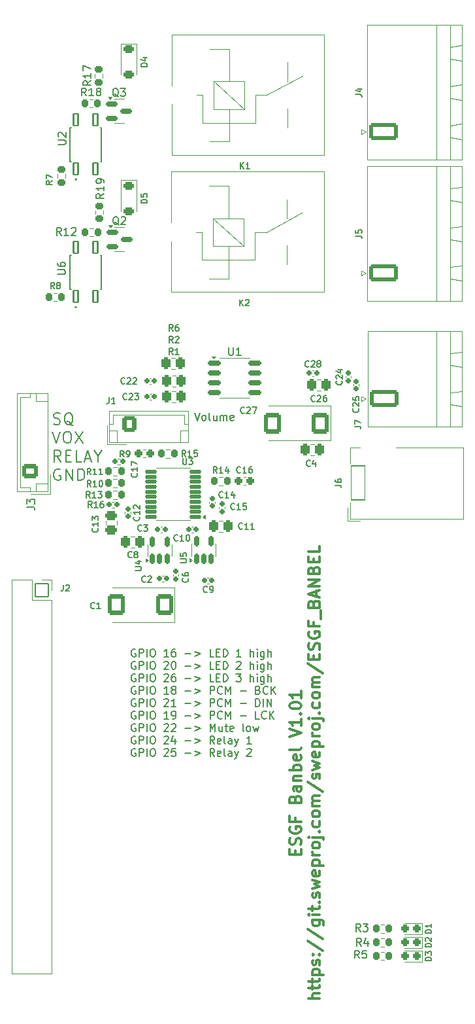
<source format=gbr>
%TF.GenerationSoftware,KiCad,Pcbnew,8.0.6*%
%TF.CreationDate,2024-12-05T11:31:46+01:00*%
%TF.ProjectId,BANBEL,42414e42-454c-42e6-9b69-6361645f7063,1.01*%
%TF.SameCoordinates,Original*%
%TF.FileFunction,Legend,Top*%
%TF.FilePolarity,Positive*%
%FSLAX46Y46*%
G04 Gerber Fmt 4.6, Leading zero omitted, Abs format (unit mm)*
G04 Created by KiCad (PCBNEW 8.0.6) date 2024-12-05 11:31:46*
%MOMM*%
%LPD*%
G01*
G04 APERTURE LIST*
G04 Aperture macros list*
%AMRoundRect*
0 Rectangle with rounded corners*
0 $1 Rounding radius*
0 $2 $3 $4 $5 $6 $7 $8 $9 X,Y pos of 4 corners*
0 Add a 4 corners polygon primitive as box body*
4,1,4,$2,$3,$4,$5,$6,$7,$8,$9,$2,$3,0*
0 Add four circle primitives for the rounded corners*
1,1,$1+$1,$2,$3*
1,1,$1+$1,$4,$5*
1,1,$1+$1,$6,$7*
1,1,$1+$1,$8,$9*
0 Add four rect primitives between the rounded corners*
20,1,$1+$1,$2,$3,$4,$5,0*
20,1,$1+$1,$4,$5,$6,$7,0*
20,1,$1+$1,$6,$7,$8,$9,0*
20,1,$1+$1,$8,$9,$2,$3,0*%
G04 Aperture macros list end*
%ADD10C,0.300000*%
%ADD11C,0.150000*%
%ADD12C,0.200000*%
%ADD13C,0.120000*%
%ADD14C,0.127000*%
%ADD15RoundRect,0.275500X0.275500X0.500500X-0.275500X0.500500X-0.275500X-0.500500X0.275500X-0.500500X0*%
%ADD16C,2.802000*%
%ADD17RoundRect,0.051000X-0.850000X-0.850000X0.850000X-0.850000X0.850000X0.850000X-0.850000X0.850000X0*%
%ADD18O,1.802000X1.802000*%
%ADD19RoundRect,0.165500X0.195500X-0.165500X0.195500X0.165500X-0.195500X0.165500X-0.195500X-0.165500X0*%
%ADD20RoundRect,0.244250X0.244250X0.281750X-0.244250X0.281750X-0.244250X-0.281750X0.244250X-0.281750X0*%
%ADD21RoundRect,0.225500X0.225500X0.300500X-0.225500X0.300500X-0.225500X-0.300500X0.225500X-0.300500X0*%
%ADD22RoundRect,0.262289X0.826211X1.063711X-0.826211X1.063711X-0.826211X-1.063711X0.826211X-1.063711X0*%
%ADD23RoundRect,0.250500X-0.400500X0.250500X-0.400500X-0.250500X0.400500X-0.250500X0.400500X0.250500X0*%
%ADD24RoundRect,0.225500X-0.225500X-0.300500X0.225500X-0.300500X0.225500X0.300500X-0.225500X0.300500X0*%
%ADD25RoundRect,0.165500X0.165500X0.195500X-0.165500X0.195500X-0.165500X-0.195500X0.165500X-0.195500X0*%
%ADD26RoundRect,0.165500X-0.165500X-0.195500X0.165500X-0.195500X0.165500X0.195500X-0.165500X0.195500X0*%
%ADD27RoundRect,0.225500X0.300500X-0.225500X0.300500X0.225500X-0.300500X0.225500X-0.300500X-0.225500X0*%
%ADD28RoundRect,0.274878X-0.288622X-0.476122X0.288622X-0.476122X0.288622X0.476122X-0.288622X0.476122X0*%
%ADD29RoundRect,0.175500X0.175500X-0.538000X0.175500X0.538000X-0.175500X0.538000X-0.175500X-0.538000X0*%
%ADD30RoundRect,0.265000X0.761000X-0.636000X0.761000X0.636000X-0.761000X0.636000X-0.761000X-0.636000X0*%
%ADD31O,2.052000X1.802000*%
%ADD32RoundRect,0.265000X-0.636000X-0.761000X0.636000X-0.761000X0.636000X0.761000X-0.636000X0.761000X0*%
%ADD33O,1.802000X2.052000*%
%ADD34RoundRect,0.250500X-0.250500X-0.275500X0.250500X-0.275500X0.250500X0.275500X-0.250500X0.275500X0*%
%ADD35RoundRect,0.125500X0.663000X0.125500X-0.663000X0.125500X-0.663000X-0.125500X0.663000X-0.125500X0*%
%ADD36RoundRect,0.160500X0.160500X0.210500X-0.160500X0.210500X-0.160500X-0.210500X0.160500X-0.210500X0*%
%ADD37RoundRect,0.175500X-0.700500X-0.175500X0.700500X-0.175500X0.700500X0.175500X-0.700500X0.175500X0*%
%ADD38RoundRect,0.102000X0.300000X-0.750000X0.300000X0.750000X-0.300000X0.750000X-0.300000X-0.750000X0*%
%ADD39RoundRect,0.262259X1.588741X-0.828741X1.588741X0.828741X-1.588741X0.828741X-1.588741X-0.828741X0*%
%ADD40O,3.702000X2.182000*%
%ADD41RoundRect,0.250500X0.250500X0.275500X-0.250500X0.275500X-0.250500X-0.275500X0.250500X-0.275500X0*%
%ADD42RoundRect,0.275500X-0.500500X0.275500X-0.500500X-0.275500X0.500500X-0.275500X0.500500X0.275500X0*%
%ADD43RoundRect,0.175500X-0.613000X-0.175500X0.613000X-0.175500X0.613000X0.175500X-0.613000X0.175500X0*%
%ADD44RoundRect,0.165500X-0.195500X0.165500X-0.195500X-0.165500X0.195500X-0.165500X0.195500X0.165500X0*%
%ADD45RoundRect,0.275500X-0.275500X-0.500500X0.275500X-0.500500X0.275500X0.500500X-0.275500X0.500500X0*%
%ADD46C,3.102000*%
%ADD47C,2.602000*%
%ADD48RoundRect,0.051000X0.900000X-2.200000X0.900000X2.200000X-0.900000X2.200000X-0.900000X-2.200000X0*%
%ADD49O,1.902000X4.102000*%
%ADD50O,4.102000X1.902000*%
G04 APERTURE END LIST*
D10*
X101047156Y-135452913D02*
X101047156Y-134952913D01*
X101832870Y-134738627D02*
X101832870Y-135452913D01*
X101832870Y-135452913D02*
X100332870Y-135452913D01*
X100332870Y-135452913D02*
X100332870Y-134738627D01*
X101761442Y-134167198D02*
X101832870Y-133952913D01*
X101832870Y-133952913D02*
X101832870Y-133595770D01*
X101832870Y-133595770D02*
X101761442Y-133452913D01*
X101761442Y-133452913D02*
X101690013Y-133381484D01*
X101690013Y-133381484D02*
X101547156Y-133310055D01*
X101547156Y-133310055D02*
X101404299Y-133310055D01*
X101404299Y-133310055D02*
X101261442Y-133381484D01*
X101261442Y-133381484D02*
X101190013Y-133452913D01*
X101190013Y-133452913D02*
X101118584Y-133595770D01*
X101118584Y-133595770D02*
X101047156Y-133881484D01*
X101047156Y-133881484D02*
X100975727Y-134024341D01*
X100975727Y-134024341D02*
X100904299Y-134095770D01*
X100904299Y-134095770D02*
X100761442Y-134167198D01*
X100761442Y-134167198D02*
X100618584Y-134167198D01*
X100618584Y-134167198D02*
X100475727Y-134095770D01*
X100475727Y-134095770D02*
X100404299Y-134024341D01*
X100404299Y-134024341D02*
X100332870Y-133881484D01*
X100332870Y-133881484D02*
X100332870Y-133524341D01*
X100332870Y-133524341D02*
X100404299Y-133310055D01*
X100404299Y-131881484D02*
X100332870Y-132024342D01*
X100332870Y-132024342D02*
X100332870Y-132238627D01*
X100332870Y-132238627D02*
X100404299Y-132452913D01*
X100404299Y-132452913D02*
X100547156Y-132595770D01*
X100547156Y-132595770D02*
X100690013Y-132667199D01*
X100690013Y-132667199D02*
X100975727Y-132738627D01*
X100975727Y-132738627D02*
X101190013Y-132738627D01*
X101190013Y-132738627D02*
X101475727Y-132667199D01*
X101475727Y-132667199D02*
X101618584Y-132595770D01*
X101618584Y-132595770D02*
X101761442Y-132452913D01*
X101761442Y-132452913D02*
X101832870Y-132238627D01*
X101832870Y-132238627D02*
X101832870Y-132095770D01*
X101832870Y-132095770D02*
X101761442Y-131881484D01*
X101761442Y-131881484D02*
X101690013Y-131810056D01*
X101690013Y-131810056D02*
X101190013Y-131810056D01*
X101190013Y-131810056D02*
X101190013Y-132095770D01*
X101047156Y-130667199D02*
X101047156Y-131167199D01*
X101832870Y-131167199D02*
X100332870Y-131167199D01*
X100332870Y-131167199D02*
X100332870Y-130452913D01*
X101047156Y-128238628D02*
X101118584Y-128024342D01*
X101118584Y-128024342D02*
X101190013Y-127952913D01*
X101190013Y-127952913D02*
X101332870Y-127881485D01*
X101332870Y-127881485D02*
X101547156Y-127881485D01*
X101547156Y-127881485D02*
X101690013Y-127952913D01*
X101690013Y-127952913D02*
X101761442Y-128024342D01*
X101761442Y-128024342D02*
X101832870Y-128167199D01*
X101832870Y-128167199D02*
X101832870Y-128738628D01*
X101832870Y-128738628D02*
X100332870Y-128738628D01*
X100332870Y-128738628D02*
X100332870Y-128238628D01*
X100332870Y-128238628D02*
X100404299Y-128095771D01*
X100404299Y-128095771D02*
X100475727Y-128024342D01*
X100475727Y-128024342D02*
X100618584Y-127952913D01*
X100618584Y-127952913D02*
X100761442Y-127952913D01*
X100761442Y-127952913D02*
X100904299Y-128024342D01*
X100904299Y-128024342D02*
X100975727Y-128095771D01*
X100975727Y-128095771D02*
X101047156Y-128238628D01*
X101047156Y-128238628D02*
X101047156Y-128738628D01*
X101832870Y-126595771D02*
X101047156Y-126595771D01*
X101047156Y-126595771D02*
X100904299Y-126667199D01*
X100904299Y-126667199D02*
X100832870Y-126810056D01*
X100832870Y-126810056D02*
X100832870Y-127095771D01*
X100832870Y-127095771D02*
X100904299Y-127238628D01*
X101761442Y-126595771D02*
X101832870Y-126738628D01*
X101832870Y-126738628D02*
X101832870Y-127095771D01*
X101832870Y-127095771D02*
X101761442Y-127238628D01*
X101761442Y-127238628D02*
X101618584Y-127310056D01*
X101618584Y-127310056D02*
X101475727Y-127310056D01*
X101475727Y-127310056D02*
X101332870Y-127238628D01*
X101332870Y-127238628D02*
X101261442Y-127095771D01*
X101261442Y-127095771D02*
X101261442Y-126738628D01*
X101261442Y-126738628D02*
X101190013Y-126595771D01*
X100832870Y-125881485D02*
X101832870Y-125881485D01*
X100975727Y-125881485D02*
X100904299Y-125810056D01*
X100904299Y-125810056D02*
X100832870Y-125667199D01*
X100832870Y-125667199D02*
X100832870Y-125452913D01*
X100832870Y-125452913D02*
X100904299Y-125310056D01*
X100904299Y-125310056D02*
X101047156Y-125238628D01*
X101047156Y-125238628D02*
X101832870Y-125238628D01*
X101832870Y-124524342D02*
X100332870Y-124524342D01*
X100904299Y-124524342D02*
X100832870Y-124381485D01*
X100832870Y-124381485D02*
X100832870Y-124095770D01*
X100832870Y-124095770D02*
X100904299Y-123952913D01*
X100904299Y-123952913D02*
X100975727Y-123881485D01*
X100975727Y-123881485D02*
X101118584Y-123810056D01*
X101118584Y-123810056D02*
X101547156Y-123810056D01*
X101547156Y-123810056D02*
X101690013Y-123881485D01*
X101690013Y-123881485D02*
X101761442Y-123952913D01*
X101761442Y-123952913D02*
X101832870Y-124095770D01*
X101832870Y-124095770D02*
X101832870Y-124381485D01*
X101832870Y-124381485D02*
X101761442Y-124524342D01*
X101761442Y-122595770D02*
X101832870Y-122738627D01*
X101832870Y-122738627D02*
X101832870Y-123024342D01*
X101832870Y-123024342D02*
X101761442Y-123167199D01*
X101761442Y-123167199D02*
X101618584Y-123238627D01*
X101618584Y-123238627D02*
X101047156Y-123238627D01*
X101047156Y-123238627D02*
X100904299Y-123167199D01*
X100904299Y-123167199D02*
X100832870Y-123024342D01*
X100832870Y-123024342D02*
X100832870Y-122738627D01*
X100832870Y-122738627D02*
X100904299Y-122595770D01*
X100904299Y-122595770D02*
X101047156Y-122524342D01*
X101047156Y-122524342D02*
X101190013Y-122524342D01*
X101190013Y-122524342D02*
X101332870Y-123238627D01*
X101832870Y-121667199D02*
X101761442Y-121810056D01*
X101761442Y-121810056D02*
X101618584Y-121881485D01*
X101618584Y-121881485D02*
X100332870Y-121881485D01*
X100332870Y-120167199D02*
X101832870Y-119667199D01*
X101832870Y-119667199D02*
X100332870Y-119167199D01*
X101832870Y-117881485D02*
X101832870Y-118738628D01*
X101832870Y-118310057D02*
X100332870Y-118310057D01*
X100332870Y-118310057D02*
X100547156Y-118452914D01*
X100547156Y-118452914D02*
X100690013Y-118595771D01*
X100690013Y-118595771D02*
X100761442Y-118738628D01*
X101690013Y-117238629D02*
X101761442Y-117167200D01*
X101761442Y-117167200D02*
X101832870Y-117238629D01*
X101832870Y-117238629D02*
X101761442Y-117310057D01*
X101761442Y-117310057D02*
X101690013Y-117238629D01*
X101690013Y-117238629D02*
X101832870Y-117238629D01*
X100332870Y-116238628D02*
X100332870Y-116095771D01*
X100332870Y-116095771D02*
X100404299Y-115952914D01*
X100404299Y-115952914D02*
X100475727Y-115881486D01*
X100475727Y-115881486D02*
X100618584Y-115810057D01*
X100618584Y-115810057D02*
X100904299Y-115738628D01*
X100904299Y-115738628D02*
X101261442Y-115738628D01*
X101261442Y-115738628D02*
X101547156Y-115810057D01*
X101547156Y-115810057D02*
X101690013Y-115881486D01*
X101690013Y-115881486D02*
X101761442Y-115952914D01*
X101761442Y-115952914D02*
X101832870Y-116095771D01*
X101832870Y-116095771D02*
X101832870Y-116238628D01*
X101832870Y-116238628D02*
X101761442Y-116381486D01*
X101761442Y-116381486D02*
X101690013Y-116452914D01*
X101690013Y-116452914D02*
X101547156Y-116524343D01*
X101547156Y-116524343D02*
X101261442Y-116595771D01*
X101261442Y-116595771D02*
X100904299Y-116595771D01*
X100904299Y-116595771D02*
X100618584Y-116524343D01*
X100618584Y-116524343D02*
X100475727Y-116452914D01*
X100475727Y-116452914D02*
X100404299Y-116381486D01*
X100404299Y-116381486D02*
X100332870Y-116238628D01*
X101832870Y-114310057D02*
X101832870Y-115167200D01*
X101832870Y-114738629D02*
X100332870Y-114738629D01*
X100332870Y-114738629D02*
X100547156Y-114881486D01*
X100547156Y-114881486D02*
X100690013Y-115024343D01*
X100690013Y-115024343D02*
X100761442Y-115167200D01*
X104247786Y-154060059D02*
X102747786Y-154060059D01*
X104247786Y-153417202D02*
X103462072Y-153417202D01*
X103462072Y-153417202D02*
X103319215Y-153488630D01*
X103319215Y-153488630D02*
X103247786Y-153631487D01*
X103247786Y-153631487D02*
X103247786Y-153845773D01*
X103247786Y-153845773D02*
X103319215Y-153988630D01*
X103319215Y-153988630D02*
X103390643Y-154060059D01*
X103247786Y-152917201D02*
X103247786Y-152345773D01*
X102747786Y-152702916D02*
X104033500Y-152702916D01*
X104033500Y-152702916D02*
X104176358Y-152631487D01*
X104176358Y-152631487D02*
X104247786Y-152488630D01*
X104247786Y-152488630D02*
X104247786Y-152345773D01*
X103247786Y-152060058D02*
X103247786Y-151488630D01*
X102747786Y-151845773D02*
X104033500Y-151845773D01*
X104033500Y-151845773D02*
X104176358Y-151774344D01*
X104176358Y-151774344D02*
X104247786Y-151631487D01*
X104247786Y-151631487D02*
X104247786Y-151488630D01*
X103247786Y-150988630D02*
X104747786Y-150988630D01*
X103319215Y-150988630D02*
X103247786Y-150845773D01*
X103247786Y-150845773D02*
X103247786Y-150560058D01*
X103247786Y-150560058D02*
X103319215Y-150417201D01*
X103319215Y-150417201D02*
X103390643Y-150345773D01*
X103390643Y-150345773D02*
X103533500Y-150274344D01*
X103533500Y-150274344D02*
X103962072Y-150274344D01*
X103962072Y-150274344D02*
X104104929Y-150345773D01*
X104104929Y-150345773D02*
X104176358Y-150417201D01*
X104176358Y-150417201D02*
X104247786Y-150560058D01*
X104247786Y-150560058D02*
X104247786Y-150845773D01*
X104247786Y-150845773D02*
X104176358Y-150988630D01*
X104176358Y-149702915D02*
X104247786Y-149560058D01*
X104247786Y-149560058D02*
X104247786Y-149274344D01*
X104247786Y-149274344D02*
X104176358Y-149131487D01*
X104176358Y-149131487D02*
X104033500Y-149060058D01*
X104033500Y-149060058D02*
X103962072Y-149060058D01*
X103962072Y-149060058D02*
X103819215Y-149131487D01*
X103819215Y-149131487D02*
X103747786Y-149274344D01*
X103747786Y-149274344D02*
X103747786Y-149488630D01*
X103747786Y-149488630D02*
X103676358Y-149631487D01*
X103676358Y-149631487D02*
X103533500Y-149702915D01*
X103533500Y-149702915D02*
X103462072Y-149702915D01*
X103462072Y-149702915D02*
X103319215Y-149631487D01*
X103319215Y-149631487D02*
X103247786Y-149488630D01*
X103247786Y-149488630D02*
X103247786Y-149274344D01*
X103247786Y-149274344D02*
X103319215Y-149131487D01*
X104104929Y-148417201D02*
X104176358Y-148345772D01*
X104176358Y-148345772D02*
X104247786Y-148417201D01*
X104247786Y-148417201D02*
X104176358Y-148488629D01*
X104176358Y-148488629D02*
X104104929Y-148417201D01*
X104104929Y-148417201D02*
X104247786Y-148417201D01*
X103319215Y-148417201D02*
X103390643Y-148345772D01*
X103390643Y-148345772D02*
X103462072Y-148417201D01*
X103462072Y-148417201D02*
X103390643Y-148488629D01*
X103390643Y-148488629D02*
X103319215Y-148417201D01*
X103319215Y-148417201D02*
X103462072Y-148417201D01*
X102676358Y-146631486D02*
X104604929Y-147917200D01*
X102676358Y-145060057D02*
X104604929Y-146345771D01*
X103247786Y-143917200D02*
X104462072Y-143917200D01*
X104462072Y-143917200D02*
X104604929Y-143988628D01*
X104604929Y-143988628D02*
X104676358Y-144060057D01*
X104676358Y-144060057D02*
X104747786Y-144202914D01*
X104747786Y-144202914D02*
X104747786Y-144417200D01*
X104747786Y-144417200D02*
X104676358Y-144560057D01*
X104176358Y-143917200D02*
X104247786Y-144060057D01*
X104247786Y-144060057D02*
X104247786Y-144345771D01*
X104247786Y-144345771D02*
X104176358Y-144488628D01*
X104176358Y-144488628D02*
X104104929Y-144560057D01*
X104104929Y-144560057D02*
X103962072Y-144631485D01*
X103962072Y-144631485D02*
X103533500Y-144631485D01*
X103533500Y-144631485D02*
X103390643Y-144560057D01*
X103390643Y-144560057D02*
X103319215Y-144488628D01*
X103319215Y-144488628D02*
X103247786Y-144345771D01*
X103247786Y-144345771D02*
X103247786Y-144060057D01*
X103247786Y-144060057D02*
X103319215Y-143917200D01*
X104247786Y-143202914D02*
X103247786Y-143202914D01*
X102747786Y-143202914D02*
X102819215Y-143274342D01*
X102819215Y-143274342D02*
X102890643Y-143202914D01*
X102890643Y-143202914D02*
X102819215Y-143131485D01*
X102819215Y-143131485D02*
X102747786Y-143202914D01*
X102747786Y-143202914D02*
X102890643Y-143202914D01*
X103247786Y-142702913D02*
X103247786Y-142131485D01*
X102747786Y-142488628D02*
X104033500Y-142488628D01*
X104033500Y-142488628D02*
X104176358Y-142417199D01*
X104176358Y-142417199D02*
X104247786Y-142274342D01*
X104247786Y-142274342D02*
X104247786Y-142131485D01*
X104104929Y-141631485D02*
X104176358Y-141560056D01*
X104176358Y-141560056D02*
X104247786Y-141631485D01*
X104247786Y-141631485D02*
X104176358Y-141702913D01*
X104176358Y-141702913D02*
X104104929Y-141631485D01*
X104104929Y-141631485D02*
X104247786Y-141631485D01*
X104176358Y-140988627D02*
X104247786Y-140845770D01*
X104247786Y-140845770D02*
X104247786Y-140560056D01*
X104247786Y-140560056D02*
X104176358Y-140417199D01*
X104176358Y-140417199D02*
X104033500Y-140345770D01*
X104033500Y-140345770D02*
X103962072Y-140345770D01*
X103962072Y-140345770D02*
X103819215Y-140417199D01*
X103819215Y-140417199D02*
X103747786Y-140560056D01*
X103747786Y-140560056D02*
X103747786Y-140774342D01*
X103747786Y-140774342D02*
X103676358Y-140917199D01*
X103676358Y-140917199D02*
X103533500Y-140988627D01*
X103533500Y-140988627D02*
X103462072Y-140988627D01*
X103462072Y-140988627D02*
X103319215Y-140917199D01*
X103319215Y-140917199D02*
X103247786Y-140774342D01*
X103247786Y-140774342D02*
X103247786Y-140560056D01*
X103247786Y-140560056D02*
X103319215Y-140417199D01*
X103247786Y-139845770D02*
X104247786Y-139560056D01*
X104247786Y-139560056D02*
X103533500Y-139274341D01*
X103533500Y-139274341D02*
X104247786Y-138988627D01*
X104247786Y-138988627D02*
X103247786Y-138702913D01*
X104176358Y-137560055D02*
X104247786Y-137702912D01*
X104247786Y-137702912D02*
X104247786Y-137988627D01*
X104247786Y-137988627D02*
X104176358Y-138131484D01*
X104176358Y-138131484D02*
X104033500Y-138202912D01*
X104033500Y-138202912D02*
X103462072Y-138202912D01*
X103462072Y-138202912D02*
X103319215Y-138131484D01*
X103319215Y-138131484D02*
X103247786Y-137988627D01*
X103247786Y-137988627D02*
X103247786Y-137702912D01*
X103247786Y-137702912D02*
X103319215Y-137560055D01*
X103319215Y-137560055D02*
X103462072Y-137488627D01*
X103462072Y-137488627D02*
X103604929Y-137488627D01*
X103604929Y-137488627D02*
X103747786Y-138202912D01*
X103247786Y-136845770D02*
X104747786Y-136845770D01*
X103319215Y-136845770D02*
X103247786Y-136702913D01*
X103247786Y-136702913D02*
X103247786Y-136417198D01*
X103247786Y-136417198D02*
X103319215Y-136274341D01*
X103319215Y-136274341D02*
X103390643Y-136202913D01*
X103390643Y-136202913D02*
X103533500Y-136131484D01*
X103533500Y-136131484D02*
X103962072Y-136131484D01*
X103962072Y-136131484D02*
X104104929Y-136202913D01*
X104104929Y-136202913D02*
X104176358Y-136274341D01*
X104176358Y-136274341D02*
X104247786Y-136417198D01*
X104247786Y-136417198D02*
X104247786Y-136702913D01*
X104247786Y-136702913D02*
X104176358Y-136845770D01*
X104247786Y-135488627D02*
X103247786Y-135488627D01*
X103533500Y-135488627D02*
X103390643Y-135417198D01*
X103390643Y-135417198D02*
X103319215Y-135345770D01*
X103319215Y-135345770D02*
X103247786Y-135202912D01*
X103247786Y-135202912D02*
X103247786Y-135060055D01*
X104247786Y-134345770D02*
X104176358Y-134488627D01*
X104176358Y-134488627D02*
X104104929Y-134560056D01*
X104104929Y-134560056D02*
X103962072Y-134631484D01*
X103962072Y-134631484D02*
X103533500Y-134631484D01*
X103533500Y-134631484D02*
X103390643Y-134560056D01*
X103390643Y-134560056D02*
X103319215Y-134488627D01*
X103319215Y-134488627D02*
X103247786Y-134345770D01*
X103247786Y-134345770D02*
X103247786Y-134131484D01*
X103247786Y-134131484D02*
X103319215Y-133988627D01*
X103319215Y-133988627D02*
X103390643Y-133917199D01*
X103390643Y-133917199D02*
X103533500Y-133845770D01*
X103533500Y-133845770D02*
X103962072Y-133845770D01*
X103962072Y-133845770D02*
X104104929Y-133917199D01*
X104104929Y-133917199D02*
X104176358Y-133988627D01*
X104176358Y-133988627D02*
X104247786Y-134131484D01*
X104247786Y-134131484D02*
X104247786Y-134345770D01*
X103247786Y-133202913D02*
X104533500Y-133202913D01*
X104533500Y-133202913D02*
X104676358Y-133274341D01*
X104676358Y-133274341D02*
X104747786Y-133417198D01*
X104747786Y-133417198D02*
X104747786Y-133488627D01*
X102747786Y-133202913D02*
X102819215Y-133274341D01*
X102819215Y-133274341D02*
X102890643Y-133202913D01*
X102890643Y-133202913D02*
X102819215Y-133131484D01*
X102819215Y-133131484D02*
X102747786Y-133202913D01*
X102747786Y-133202913D02*
X102890643Y-133202913D01*
X104104929Y-132488627D02*
X104176358Y-132417198D01*
X104176358Y-132417198D02*
X104247786Y-132488627D01*
X104247786Y-132488627D02*
X104176358Y-132560055D01*
X104176358Y-132560055D02*
X104104929Y-132488627D01*
X104104929Y-132488627D02*
X104247786Y-132488627D01*
X104176358Y-131131484D02*
X104247786Y-131274341D01*
X104247786Y-131274341D02*
X104247786Y-131560055D01*
X104247786Y-131560055D02*
X104176358Y-131702912D01*
X104176358Y-131702912D02*
X104104929Y-131774341D01*
X104104929Y-131774341D02*
X103962072Y-131845769D01*
X103962072Y-131845769D02*
X103533500Y-131845769D01*
X103533500Y-131845769D02*
X103390643Y-131774341D01*
X103390643Y-131774341D02*
X103319215Y-131702912D01*
X103319215Y-131702912D02*
X103247786Y-131560055D01*
X103247786Y-131560055D02*
X103247786Y-131274341D01*
X103247786Y-131274341D02*
X103319215Y-131131484D01*
X104247786Y-130274341D02*
X104176358Y-130417198D01*
X104176358Y-130417198D02*
X104104929Y-130488627D01*
X104104929Y-130488627D02*
X103962072Y-130560055D01*
X103962072Y-130560055D02*
X103533500Y-130560055D01*
X103533500Y-130560055D02*
X103390643Y-130488627D01*
X103390643Y-130488627D02*
X103319215Y-130417198D01*
X103319215Y-130417198D02*
X103247786Y-130274341D01*
X103247786Y-130274341D02*
X103247786Y-130060055D01*
X103247786Y-130060055D02*
X103319215Y-129917198D01*
X103319215Y-129917198D02*
X103390643Y-129845770D01*
X103390643Y-129845770D02*
X103533500Y-129774341D01*
X103533500Y-129774341D02*
X103962072Y-129774341D01*
X103962072Y-129774341D02*
X104104929Y-129845770D01*
X104104929Y-129845770D02*
X104176358Y-129917198D01*
X104176358Y-129917198D02*
X104247786Y-130060055D01*
X104247786Y-130060055D02*
X104247786Y-130274341D01*
X104247786Y-129131484D02*
X103247786Y-129131484D01*
X103390643Y-129131484D02*
X103319215Y-129060055D01*
X103319215Y-129060055D02*
X103247786Y-128917198D01*
X103247786Y-128917198D02*
X103247786Y-128702912D01*
X103247786Y-128702912D02*
X103319215Y-128560055D01*
X103319215Y-128560055D02*
X103462072Y-128488627D01*
X103462072Y-128488627D02*
X104247786Y-128488627D01*
X103462072Y-128488627D02*
X103319215Y-128417198D01*
X103319215Y-128417198D02*
X103247786Y-128274341D01*
X103247786Y-128274341D02*
X103247786Y-128060055D01*
X103247786Y-128060055D02*
X103319215Y-127917198D01*
X103319215Y-127917198D02*
X103462072Y-127845769D01*
X103462072Y-127845769D02*
X104247786Y-127845769D01*
X102676358Y-126060055D02*
X104604929Y-127345769D01*
X104176358Y-125631483D02*
X104247786Y-125488626D01*
X104247786Y-125488626D02*
X104247786Y-125202912D01*
X104247786Y-125202912D02*
X104176358Y-125060055D01*
X104176358Y-125060055D02*
X104033500Y-124988626D01*
X104033500Y-124988626D02*
X103962072Y-124988626D01*
X103962072Y-124988626D02*
X103819215Y-125060055D01*
X103819215Y-125060055D02*
X103747786Y-125202912D01*
X103747786Y-125202912D02*
X103747786Y-125417198D01*
X103747786Y-125417198D02*
X103676358Y-125560055D01*
X103676358Y-125560055D02*
X103533500Y-125631483D01*
X103533500Y-125631483D02*
X103462072Y-125631483D01*
X103462072Y-125631483D02*
X103319215Y-125560055D01*
X103319215Y-125560055D02*
X103247786Y-125417198D01*
X103247786Y-125417198D02*
X103247786Y-125202912D01*
X103247786Y-125202912D02*
X103319215Y-125060055D01*
X103247786Y-124488626D02*
X104247786Y-124202912D01*
X104247786Y-124202912D02*
X103533500Y-123917197D01*
X103533500Y-123917197D02*
X104247786Y-123631483D01*
X104247786Y-123631483D02*
X103247786Y-123345769D01*
X104176358Y-122202911D02*
X104247786Y-122345768D01*
X104247786Y-122345768D02*
X104247786Y-122631483D01*
X104247786Y-122631483D02*
X104176358Y-122774340D01*
X104176358Y-122774340D02*
X104033500Y-122845768D01*
X104033500Y-122845768D02*
X103462072Y-122845768D01*
X103462072Y-122845768D02*
X103319215Y-122774340D01*
X103319215Y-122774340D02*
X103247786Y-122631483D01*
X103247786Y-122631483D02*
X103247786Y-122345768D01*
X103247786Y-122345768D02*
X103319215Y-122202911D01*
X103319215Y-122202911D02*
X103462072Y-122131483D01*
X103462072Y-122131483D02*
X103604929Y-122131483D01*
X103604929Y-122131483D02*
X103747786Y-122845768D01*
X103247786Y-121488626D02*
X104747786Y-121488626D01*
X103319215Y-121488626D02*
X103247786Y-121345769D01*
X103247786Y-121345769D02*
X103247786Y-121060054D01*
X103247786Y-121060054D02*
X103319215Y-120917197D01*
X103319215Y-120917197D02*
X103390643Y-120845769D01*
X103390643Y-120845769D02*
X103533500Y-120774340D01*
X103533500Y-120774340D02*
X103962072Y-120774340D01*
X103962072Y-120774340D02*
X104104929Y-120845769D01*
X104104929Y-120845769D02*
X104176358Y-120917197D01*
X104176358Y-120917197D02*
X104247786Y-121060054D01*
X104247786Y-121060054D02*
X104247786Y-121345769D01*
X104247786Y-121345769D02*
X104176358Y-121488626D01*
X104247786Y-120131483D02*
X103247786Y-120131483D01*
X103533500Y-120131483D02*
X103390643Y-120060054D01*
X103390643Y-120060054D02*
X103319215Y-119988626D01*
X103319215Y-119988626D02*
X103247786Y-119845768D01*
X103247786Y-119845768D02*
X103247786Y-119702911D01*
X104247786Y-118988626D02*
X104176358Y-119131483D01*
X104176358Y-119131483D02*
X104104929Y-119202912D01*
X104104929Y-119202912D02*
X103962072Y-119274340D01*
X103962072Y-119274340D02*
X103533500Y-119274340D01*
X103533500Y-119274340D02*
X103390643Y-119202912D01*
X103390643Y-119202912D02*
X103319215Y-119131483D01*
X103319215Y-119131483D02*
X103247786Y-118988626D01*
X103247786Y-118988626D02*
X103247786Y-118774340D01*
X103247786Y-118774340D02*
X103319215Y-118631483D01*
X103319215Y-118631483D02*
X103390643Y-118560055D01*
X103390643Y-118560055D02*
X103533500Y-118488626D01*
X103533500Y-118488626D02*
X103962072Y-118488626D01*
X103962072Y-118488626D02*
X104104929Y-118560055D01*
X104104929Y-118560055D02*
X104176358Y-118631483D01*
X104176358Y-118631483D02*
X104247786Y-118774340D01*
X104247786Y-118774340D02*
X104247786Y-118988626D01*
X103247786Y-117845769D02*
X104533500Y-117845769D01*
X104533500Y-117845769D02*
X104676358Y-117917197D01*
X104676358Y-117917197D02*
X104747786Y-118060054D01*
X104747786Y-118060054D02*
X104747786Y-118131483D01*
X102747786Y-117845769D02*
X102819215Y-117917197D01*
X102819215Y-117917197D02*
X102890643Y-117845769D01*
X102890643Y-117845769D02*
X102819215Y-117774340D01*
X102819215Y-117774340D02*
X102747786Y-117845769D01*
X102747786Y-117845769D02*
X102890643Y-117845769D01*
X104104929Y-117131483D02*
X104176358Y-117060054D01*
X104176358Y-117060054D02*
X104247786Y-117131483D01*
X104247786Y-117131483D02*
X104176358Y-117202911D01*
X104176358Y-117202911D02*
X104104929Y-117131483D01*
X104104929Y-117131483D02*
X104247786Y-117131483D01*
X104176358Y-115774340D02*
X104247786Y-115917197D01*
X104247786Y-115917197D02*
X104247786Y-116202911D01*
X104247786Y-116202911D02*
X104176358Y-116345768D01*
X104176358Y-116345768D02*
X104104929Y-116417197D01*
X104104929Y-116417197D02*
X103962072Y-116488625D01*
X103962072Y-116488625D02*
X103533500Y-116488625D01*
X103533500Y-116488625D02*
X103390643Y-116417197D01*
X103390643Y-116417197D02*
X103319215Y-116345768D01*
X103319215Y-116345768D02*
X103247786Y-116202911D01*
X103247786Y-116202911D02*
X103247786Y-115917197D01*
X103247786Y-115917197D02*
X103319215Y-115774340D01*
X104247786Y-114917197D02*
X104176358Y-115060054D01*
X104176358Y-115060054D02*
X104104929Y-115131483D01*
X104104929Y-115131483D02*
X103962072Y-115202911D01*
X103962072Y-115202911D02*
X103533500Y-115202911D01*
X103533500Y-115202911D02*
X103390643Y-115131483D01*
X103390643Y-115131483D02*
X103319215Y-115060054D01*
X103319215Y-115060054D02*
X103247786Y-114917197D01*
X103247786Y-114917197D02*
X103247786Y-114702911D01*
X103247786Y-114702911D02*
X103319215Y-114560054D01*
X103319215Y-114560054D02*
X103390643Y-114488626D01*
X103390643Y-114488626D02*
X103533500Y-114417197D01*
X103533500Y-114417197D02*
X103962072Y-114417197D01*
X103962072Y-114417197D02*
X104104929Y-114488626D01*
X104104929Y-114488626D02*
X104176358Y-114560054D01*
X104176358Y-114560054D02*
X104247786Y-114702911D01*
X104247786Y-114702911D02*
X104247786Y-114917197D01*
X104247786Y-113774340D02*
X103247786Y-113774340D01*
X103390643Y-113774340D02*
X103319215Y-113702911D01*
X103319215Y-113702911D02*
X103247786Y-113560054D01*
X103247786Y-113560054D02*
X103247786Y-113345768D01*
X103247786Y-113345768D02*
X103319215Y-113202911D01*
X103319215Y-113202911D02*
X103462072Y-113131483D01*
X103462072Y-113131483D02*
X104247786Y-113131483D01*
X103462072Y-113131483D02*
X103319215Y-113060054D01*
X103319215Y-113060054D02*
X103247786Y-112917197D01*
X103247786Y-112917197D02*
X103247786Y-112702911D01*
X103247786Y-112702911D02*
X103319215Y-112560054D01*
X103319215Y-112560054D02*
X103462072Y-112488625D01*
X103462072Y-112488625D02*
X104247786Y-112488625D01*
X102676358Y-110702911D02*
X104604929Y-111988625D01*
X103462072Y-110202911D02*
X103462072Y-109702911D01*
X104247786Y-109488625D02*
X104247786Y-110202911D01*
X104247786Y-110202911D02*
X102747786Y-110202911D01*
X102747786Y-110202911D02*
X102747786Y-109488625D01*
X104176358Y-108917196D02*
X104247786Y-108702911D01*
X104247786Y-108702911D02*
X104247786Y-108345768D01*
X104247786Y-108345768D02*
X104176358Y-108202911D01*
X104176358Y-108202911D02*
X104104929Y-108131482D01*
X104104929Y-108131482D02*
X103962072Y-108060053D01*
X103962072Y-108060053D02*
X103819215Y-108060053D01*
X103819215Y-108060053D02*
X103676358Y-108131482D01*
X103676358Y-108131482D02*
X103604929Y-108202911D01*
X103604929Y-108202911D02*
X103533500Y-108345768D01*
X103533500Y-108345768D02*
X103462072Y-108631482D01*
X103462072Y-108631482D02*
X103390643Y-108774339D01*
X103390643Y-108774339D02*
X103319215Y-108845768D01*
X103319215Y-108845768D02*
X103176358Y-108917196D01*
X103176358Y-108917196D02*
X103033500Y-108917196D01*
X103033500Y-108917196D02*
X102890643Y-108845768D01*
X102890643Y-108845768D02*
X102819215Y-108774339D01*
X102819215Y-108774339D02*
X102747786Y-108631482D01*
X102747786Y-108631482D02*
X102747786Y-108274339D01*
X102747786Y-108274339D02*
X102819215Y-108060053D01*
X102819215Y-106631482D02*
X102747786Y-106774340D01*
X102747786Y-106774340D02*
X102747786Y-106988625D01*
X102747786Y-106988625D02*
X102819215Y-107202911D01*
X102819215Y-107202911D02*
X102962072Y-107345768D01*
X102962072Y-107345768D02*
X103104929Y-107417197D01*
X103104929Y-107417197D02*
X103390643Y-107488625D01*
X103390643Y-107488625D02*
X103604929Y-107488625D01*
X103604929Y-107488625D02*
X103890643Y-107417197D01*
X103890643Y-107417197D02*
X104033500Y-107345768D01*
X104033500Y-107345768D02*
X104176358Y-107202911D01*
X104176358Y-107202911D02*
X104247786Y-106988625D01*
X104247786Y-106988625D02*
X104247786Y-106845768D01*
X104247786Y-106845768D02*
X104176358Y-106631482D01*
X104176358Y-106631482D02*
X104104929Y-106560054D01*
X104104929Y-106560054D02*
X103604929Y-106560054D01*
X103604929Y-106560054D02*
X103604929Y-106845768D01*
X103462072Y-105417197D02*
X103462072Y-105917197D01*
X104247786Y-105917197D02*
X102747786Y-105917197D01*
X102747786Y-105917197D02*
X102747786Y-105202911D01*
X104390643Y-104988626D02*
X104390643Y-103845768D01*
X103462072Y-102988626D02*
X103533500Y-102774340D01*
X103533500Y-102774340D02*
X103604929Y-102702911D01*
X103604929Y-102702911D02*
X103747786Y-102631483D01*
X103747786Y-102631483D02*
X103962072Y-102631483D01*
X103962072Y-102631483D02*
X104104929Y-102702911D01*
X104104929Y-102702911D02*
X104176358Y-102774340D01*
X104176358Y-102774340D02*
X104247786Y-102917197D01*
X104247786Y-102917197D02*
X104247786Y-103488626D01*
X104247786Y-103488626D02*
X102747786Y-103488626D01*
X102747786Y-103488626D02*
X102747786Y-102988626D01*
X102747786Y-102988626D02*
X102819215Y-102845769D01*
X102819215Y-102845769D02*
X102890643Y-102774340D01*
X102890643Y-102774340D02*
X103033500Y-102702911D01*
X103033500Y-102702911D02*
X103176358Y-102702911D01*
X103176358Y-102702911D02*
X103319215Y-102774340D01*
X103319215Y-102774340D02*
X103390643Y-102845769D01*
X103390643Y-102845769D02*
X103462072Y-102988626D01*
X103462072Y-102988626D02*
X103462072Y-103488626D01*
X103819215Y-102060054D02*
X103819215Y-101345769D01*
X104247786Y-102202911D02*
X102747786Y-101702911D01*
X102747786Y-101702911D02*
X104247786Y-101202911D01*
X104247786Y-100702912D02*
X102747786Y-100702912D01*
X102747786Y-100702912D02*
X104247786Y-99845769D01*
X104247786Y-99845769D02*
X102747786Y-99845769D01*
X103462072Y-98631483D02*
X103533500Y-98417197D01*
X103533500Y-98417197D02*
X103604929Y-98345768D01*
X103604929Y-98345768D02*
X103747786Y-98274340D01*
X103747786Y-98274340D02*
X103962072Y-98274340D01*
X103962072Y-98274340D02*
X104104929Y-98345768D01*
X104104929Y-98345768D02*
X104176358Y-98417197D01*
X104176358Y-98417197D02*
X104247786Y-98560054D01*
X104247786Y-98560054D02*
X104247786Y-99131483D01*
X104247786Y-99131483D02*
X102747786Y-99131483D01*
X102747786Y-99131483D02*
X102747786Y-98631483D01*
X102747786Y-98631483D02*
X102819215Y-98488626D01*
X102819215Y-98488626D02*
X102890643Y-98417197D01*
X102890643Y-98417197D02*
X103033500Y-98345768D01*
X103033500Y-98345768D02*
X103176358Y-98345768D01*
X103176358Y-98345768D02*
X103319215Y-98417197D01*
X103319215Y-98417197D02*
X103390643Y-98488626D01*
X103390643Y-98488626D02*
X103462072Y-98631483D01*
X103462072Y-98631483D02*
X103462072Y-99131483D01*
X103462072Y-97631483D02*
X103462072Y-97131483D01*
X104247786Y-96917197D02*
X104247786Y-97631483D01*
X104247786Y-97631483D02*
X102747786Y-97631483D01*
X102747786Y-97631483D02*
X102747786Y-96917197D01*
X104247786Y-95560054D02*
X104247786Y-96274340D01*
X104247786Y-96274340D02*
X102747786Y-96274340D01*
D11*
X80362588Y-108886662D02*
X80267350Y-108839043D01*
X80267350Y-108839043D02*
X80124493Y-108839043D01*
X80124493Y-108839043D02*
X79981636Y-108886662D01*
X79981636Y-108886662D02*
X79886398Y-108981900D01*
X79886398Y-108981900D02*
X79838779Y-109077138D01*
X79838779Y-109077138D02*
X79791160Y-109267614D01*
X79791160Y-109267614D02*
X79791160Y-109410471D01*
X79791160Y-109410471D02*
X79838779Y-109600947D01*
X79838779Y-109600947D02*
X79886398Y-109696185D01*
X79886398Y-109696185D02*
X79981636Y-109791424D01*
X79981636Y-109791424D02*
X80124493Y-109839043D01*
X80124493Y-109839043D02*
X80219731Y-109839043D01*
X80219731Y-109839043D02*
X80362588Y-109791424D01*
X80362588Y-109791424D02*
X80410207Y-109743804D01*
X80410207Y-109743804D02*
X80410207Y-109410471D01*
X80410207Y-109410471D02*
X80219731Y-109410471D01*
X80838779Y-109839043D02*
X80838779Y-108839043D01*
X80838779Y-108839043D02*
X81219731Y-108839043D01*
X81219731Y-108839043D02*
X81314969Y-108886662D01*
X81314969Y-108886662D02*
X81362588Y-108934281D01*
X81362588Y-108934281D02*
X81410207Y-109029519D01*
X81410207Y-109029519D02*
X81410207Y-109172376D01*
X81410207Y-109172376D02*
X81362588Y-109267614D01*
X81362588Y-109267614D02*
X81314969Y-109315233D01*
X81314969Y-109315233D02*
X81219731Y-109362852D01*
X81219731Y-109362852D02*
X80838779Y-109362852D01*
X81838779Y-109839043D02*
X81838779Y-108839043D01*
X82505445Y-108839043D02*
X82695921Y-108839043D01*
X82695921Y-108839043D02*
X82791159Y-108886662D01*
X82791159Y-108886662D02*
X82886397Y-108981900D01*
X82886397Y-108981900D02*
X82934016Y-109172376D01*
X82934016Y-109172376D02*
X82934016Y-109505709D01*
X82934016Y-109505709D02*
X82886397Y-109696185D01*
X82886397Y-109696185D02*
X82791159Y-109791424D01*
X82791159Y-109791424D02*
X82695921Y-109839043D01*
X82695921Y-109839043D02*
X82505445Y-109839043D01*
X82505445Y-109839043D02*
X82410207Y-109791424D01*
X82410207Y-109791424D02*
X82314969Y-109696185D01*
X82314969Y-109696185D02*
X82267350Y-109505709D01*
X82267350Y-109505709D02*
X82267350Y-109172376D01*
X82267350Y-109172376D02*
X82314969Y-108981900D01*
X82314969Y-108981900D02*
X82410207Y-108886662D01*
X82410207Y-108886662D02*
X82505445Y-108839043D01*
X84648302Y-109839043D02*
X84076874Y-109839043D01*
X84362588Y-109839043D02*
X84362588Y-108839043D01*
X84362588Y-108839043D02*
X84267350Y-108981900D01*
X84267350Y-108981900D02*
X84172112Y-109077138D01*
X84172112Y-109077138D02*
X84076874Y-109124757D01*
X85505445Y-108839043D02*
X85314969Y-108839043D01*
X85314969Y-108839043D02*
X85219731Y-108886662D01*
X85219731Y-108886662D02*
X85172112Y-108934281D01*
X85172112Y-108934281D02*
X85076874Y-109077138D01*
X85076874Y-109077138D02*
X85029255Y-109267614D01*
X85029255Y-109267614D02*
X85029255Y-109648566D01*
X85029255Y-109648566D02*
X85076874Y-109743804D01*
X85076874Y-109743804D02*
X85124493Y-109791424D01*
X85124493Y-109791424D02*
X85219731Y-109839043D01*
X85219731Y-109839043D02*
X85410207Y-109839043D01*
X85410207Y-109839043D02*
X85505445Y-109791424D01*
X85505445Y-109791424D02*
X85553064Y-109743804D01*
X85553064Y-109743804D02*
X85600683Y-109648566D01*
X85600683Y-109648566D02*
X85600683Y-109410471D01*
X85600683Y-109410471D02*
X85553064Y-109315233D01*
X85553064Y-109315233D02*
X85505445Y-109267614D01*
X85505445Y-109267614D02*
X85410207Y-109219995D01*
X85410207Y-109219995D02*
X85219731Y-109219995D01*
X85219731Y-109219995D02*
X85124493Y-109267614D01*
X85124493Y-109267614D02*
X85076874Y-109315233D01*
X85076874Y-109315233D02*
X85029255Y-109410471D01*
X86791160Y-109458090D02*
X87553065Y-109458090D01*
X88029255Y-109172376D02*
X88791160Y-109458090D01*
X88791160Y-109458090D02*
X88029255Y-109743804D01*
X90505445Y-109839043D02*
X90029255Y-109839043D01*
X90029255Y-109839043D02*
X90029255Y-108839043D01*
X90838779Y-109315233D02*
X91172112Y-109315233D01*
X91314969Y-109839043D02*
X90838779Y-109839043D01*
X90838779Y-109839043D02*
X90838779Y-108839043D01*
X90838779Y-108839043D02*
X91314969Y-108839043D01*
X91743541Y-109839043D02*
X91743541Y-108839043D01*
X91743541Y-108839043D02*
X91981636Y-108839043D01*
X91981636Y-108839043D02*
X92124493Y-108886662D01*
X92124493Y-108886662D02*
X92219731Y-108981900D01*
X92219731Y-108981900D02*
X92267350Y-109077138D01*
X92267350Y-109077138D02*
X92314969Y-109267614D01*
X92314969Y-109267614D02*
X92314969Y-109410471D01*
X92314969Y-109410471D02*
X92267350Y-109600947D01*
X92267350Y-109600947D02*
X92219731Y-109696185D01*
X92219731Y-109696185D02*
X92124493Y-109791424D01*
X92124493Y-109791424D02*
X91981636Y-109839043D01*
X91981636Y-109839043D02*
X91743541Y-109839043D01*
X94029255Y-109839043D02*
X93457827Y-109839043D01*
X93743541Y-109839043D02*
X93743541Y-108839043D01*
X93743541Y-108839043D02*
X93648303Y-108981900D01*
X93648303Y-108981900D02*
X93553065Y-109077138D01*
X93553065Y-109077138D02*
X93457827Y-109124757D01*
X95219732Y-109839043D02*
X95219732Y-108839043D01*
X95648303Y-109839043D02*
X95648303Y-109315233D01*
X95648303Y-109315233D02*
X95600684Y-109219995D01*
X95600684Y-109219995D02*
X95505446Y-109172376D01*
X95505446Y-109172376D02*
X95362589Y-109172376D01*
X95362589Y-109172376D02*
X95267351Y-109219995D01*
X95267351Y-109219995D02*
X95219732Y-109267614D01*
X96124494Y-109839043D02*
X96124494Y-109172376D01*
X96124494Y-108839043D02*
X96076875Y-108886662D01*
X96076875Y-108886662D02*
X96124494Y-108934281D01*
X96124494Y-108934281D02*
X96172113Y-108886662D01*
X96172113Y-108886662D02*
X96124494Y-108839043D01*
X96124494Y-108839043D02*
X96124494Y-108934281D01*
X97029255Y-109172376D02*
X97029255Y-109981900D01*
X97029255Y-109981900D02*
X96981636Y-110077138D01*
X96981636Y-110077138D02*
X96934017Y-110124757D01*
X96934017Y-110124757D02*
X96838779Y-110172376D01*
X96838779Y-110172376D02*
X96695922Y-110172376D01*
X96695922Y-110172376D02*
X96600684Y-110124757D01*
X97029255Y-109791424D02*
X96934017Y-109839043D01*
X96934017Y-109839043D02*
X96743541Y-109839043D01*
X96743541Y-109839043D02*
X96648303Y-109791424D01*
X96648303Y-109791424D02*
X96600684Y-109743804D01*
X96600684Y-109743804D02*
X96553065Y-109648566D01*
X96553065Y-109648566D02*
X96553065Y-109362852D01*
X96553065Y-109362852D02*
X96600684Y-109267614D01*
X96600684Y-109267614D02*
X96648303Y-109219995D01*
X96648303Y-109219995D02*
X96743541Y-109172376D01*
X96743541Y-109172376D02*
X96934017Y-109172376D01*
X96934017Y-109172376D02*
X97029255Y-109219995D01*
X97505446Y-109839043D02*
X97505446Y-108839043D01*
X97934017Y-109839043D02*
X97934017Y-109315233D01*
X97934017Y-109315233D02*
X97886398Y-109219995D01*
X97886398Y-109219995D02*
X97791160Y-109172376D01*
X97791160Y-109172376D02*
X97648303Y-109172376D01*
X97648303Y-109172376D02*
X97553065Y-109219995D01*
X97553065Y-109219995D02*
X97505446Y-109267614D01*
X80362588Y-110496606D02*
X80267350Y-110448987D01*
X80267350Y-110448987D02*
X80124493Y-110448987D01*
X80124493Y-110448987D02*
X79981636Y-110496606D01*
X79981636Y-110496606D02*
X79886398Y-110591844D01*
X79886398Y-110591844D02*
X79838779Y-110687082D01*
X79838779Y-110687082D02*
X79791160Y-110877558D01*
X79791160Y-110877558D02*
X79791160Y-111020415D01*
X79791160Y-111020415D02*
X79838779Y-111210891D01*
X79838779Y-111210891D02*
X79886398Y-111306129D01*
X79886398Y-111306129D02*
X79981636Y-111401368D01*
X79981636Y-111401368D02*
X80124493Y-111448987D01*
X80124493Y-111448987D02*
X80219731Y-111448987D01*
X80219731Y-111448987D02*
X80362588Y-111401368D01*
X80362588Y-111401368D02*
X80410207Y-111353748D01*
X80410207Y-111353748D02*
X80410207Y-111020415D01*
X80410207Y-111020415D02*
X80219731Y-111020415D01*
X80838779Y-111448987D02*
X80838779Y-110448987D01*
X80838779Y-110448987D02*
X81219731Y-110448987D01*
X81219731Y-110448987D02*
X81314969Y-110496606D01*
X81314969Y-110496606D02*
X81362588Y-110544225D01*
X81362588Y-110544225D02*
X81410207Y-110639463D01*
X81410207Y-110639463D02*
X81410207Y-110782320D01*
X81410207Y-110782320D02*
X81362588Y-110877558D01*
X81362588Y-110877558D02*
X81314969Y-110925177D01*
X81314969Y-110925177D02*
X81219731Y-110972796D01*
X81219731Y-110972796D02*
X80838779Y-110972796D01*
X81838779Y-111448987D02*
X81838779Y-110448987D01*
X82505445Y-110448987D02*
X82695921Y-110448987D01*
X82695921Y-110448987D02*
X82791159Y-110496606D01*
X82791159Y-110496606D02*
X82886397Y-110591844D01*
X82886397Y-110591844D02*
X82934016Y-110782320D01*
X82934016Y-110782320D02*
X82934016Y-111115653D01*
X82934016Y-111115653D02*
X82886397Y-111306129D01*
X82886397Y-111306129D02*
X82791159Y-111401368D01*
X82791159Y-111401368D02*
X82695921Y-111448987D01*
X82695921Y-111448987D02*
X82505445Y-111448987D01*
X82505445Y-111448987D02*
X82410207Y-111401368D01*
X82410207Y-111401368D02*
X82314969Y-111306129D01*
X82314969Y-111306129D02*
X82267350Y-111115653D01*
X82267350Y-111115653D02*
X82267350Y-110782320D01*
X82267350Y-110782320D02*
X82314969Y-110591844D01*
X82314969Y-110591844D02*
X82410207Y-110496606D01*
X82410207Y-110496606D02*
X82505445Y-110448987D01*
X84076874Y-110544225D02*
X84124493Y-110496606D01*
X84124493Y-110496606D02*
X84219731Y-110448987D01*
X84219731Y-110448987D02*
X84457826Y-110448987D01*
X84457826Y-110448987D02*
X84553064Y-110496606D01*
X84553064Y-110496606D02*
X84600683Y-110544225D01*
X84600683Y-110544225D02*
X84648302Y-110639463D01*
X84648302Y-110639463D02*
X84648302Y-110734701D01*
X84648302Y-110734701D02*
X84600683Y-110877558D01*
X84600683Y-110877558D02*
X84029255Y-111448987D01*
X84029255Y-111448987D02*
X84648302Y-111448987D01*
X85267350Y-110448987D02*
X85362588Y-110448987D01*
X85362588Y-110448987D02*
X85457826Y-110496606D01*
X85457826Y-110496606D02*
X85505445Y-110544225D01*
X85505445Y-110544225D02*
X85553064Y-110639463D01*
X85553064Y-110639463D02*
X85600683Y-110829939D01*
X85600683Y-110829939D02*
X85600683Y-111068034D01*
X85600683Y-111068034D02*
X85553064Y-111258510D01*
X85553064Y-111258510D02*
X85505445Y-111353748D01*
X85505445Y-111353748D02*
X85457826Y-111401368D01*
X85457826Y-111401368D02*
X85362588Y-111448987D01*
X85362588Y-111448987D02*
X85267350Y-111448987D01*
X85267350Y-111448987D02*
X85172112Y-111401368D01*
X85172112Y-111401368D02*
X85124493Y-111353748D01*
X85124493Y-111353748D02*
X85076874Y-111258510D01*
X85076874Y-111258510D02*
X85029255Y-111068034D01*
X85029255Y-111068034D02*
X85029255Y-110829939D01*
X85029255Y-110829939D02*
X85076874Y-110639463D01*
X85076874Y-110639463D02*
X85124493Y-110544225D01*
X85124493Y-110544225D02*
X85172112Y-110496606D01*
X85172112Y-110496606D02*
X85267350Y-110448987D01*
X86791160Y-111068034D02*
X87553065Y-111068034D01*
X88029255Y-110782320D02*
X88791160Y-111068034D01*
X88791160Y-111068034D02*
X88029255Y-111353748D01*
X90505445Y-111448987D02*
X90029255Y-111448987D01*
X90029255Y-111448987D02*
X90029255Y-110448987D01*
X90838779Y-110925177D02*
X91172112Y-110925177D01*
X91314969Y-111448987D02*
X90838779Y-111448987D01*
X90838779Y-111448987D02*
X90838779Y-110448987D01*
X90838779Y-110448987D02*
X91314969Y-110448987D01*
X91743541Y-111448987D02*
X91743541Y-110448987D01*
X91743541Y-110448987D02*
X91981636Y-110448987D01*
X91981636Y-110448987D02*
X92124493Y-110496606D01*
X92124493Y-110496606D02*
X92219731Y-110591844D01*
X92219731Y-110591844D02*
X92267350Y-110687082D01*
X92267350Y-110687082D02*
X92314969Y-110877558D01*
X92314969Y-110877558D02*
X92314969Y-111020415D01*
X92314969Y-111020415D02*
X92267350Y-111210891D01*
X92267350Y-111210891D02*
X92219731Y-111306129D01*
X92219731Y-111306129D02*
X92124493Y-111401368D01*
X92124493Y-111401368D02*
X91981636Y-111448987D01*
X91981636Y-111448987D02*
X91743541Y-111448987D01*
X93457827Y-110544225D02*
X93505446Y-110496606D01*
X93505446Y-110496606D02*
X93600684Y-110448987D01*
X93600684Y-110448987D02*
X93838779Y-110448987D01*
X93838779Y-110448987D02*
X93934017Y-110496606D01*
X93934017Y-110496606D02*
X93981636Y-110544225D01*
X93981636Y-110544225D02*
X94029255Y-110639463D01*
X94029255Y-110639463D02*
X94029255Y-110734701D01*
X94029255Y-110734701D02*
X93981636Y-110877558D01*
X93981636Y-110877558D02*
X93410208Y-111448987D01*
X93410208Y-111448987D02*
X94029255Y-111448987D01*
X95219732Y-111448987D02*
X95219732Y-110448987D01*
X95648303Y-111448987D02*
X95648303Y-110925177D01*
X95648303Y-110925177D02*
X95600684Y-110829939D01*
X95600684Y-110829939D02*
X95505446Y-110782320D01*
X95505446Y-110782320D02*
X95362589Y-110782320D01*
X95362589Y-110782320D02*
X95267351Y-110829939D01*
X95267351Y-110829939D02*
X95219732Y-110877558D01*
X96124494Y-111448987D02*
X96124494Y-110782320D01*
X96124494Y-110448987D02*
X96076875Y-110496606D01*
X96076875Y-110496606D02*
X96124494Y-110544225D01*
X96124494Y-110544225D02*
X96172113Y-110496606D01*
X96172113Y-110496606D02*
X96124494Y-110448987D01*
X96124494Y-110448987D02*
X96124494Y-110544225D01*
X97029255Y-110782320D02*
X97029255Y-111591844D01*
X97029255Y-111591844D02*
X96981636Y-111687082D01*
X96981636Y-111687082D02*
X96934017Y-111734701D01*
X96934017Y-111734701D02*
X96838779Y-111782320D01*
X96838779Y-111782320D02*
X96695922Y-111782320D01*
X96695922Y-111782320D02*
X96600684Y-111734701D01*
X97029255Y-111401368D02*
X96934017Y-111448987D01*
X96934017Y-111448987D02*
X96743541Y-111448987D01*
X96743541Y-111448987D02*
X96648303Y-111401368D01*
X96648303Y-111401368D02*
X96600684Y-111353748D01*
X96600684Y-111353748D02*
X96553065Y-111258510D01*
X96553065Y-111258510D02*
X96553065Y-110972796D01*
X96553065Y-110972796D02*
X96600684Y-110877558D01*
X96600684Y-110877558D02*
X96648303Y-110829939D01*
X96648303Y-110829939D02*
X96743541Y-110782320D01*
X96743541Y-110782320D02*
X96934017Y-110782320D01*
X96934017Y-110782320D02*
X97029255Y-110829939D01*
X97505446Y-111448987D02*
X97505446Y-110448987D01*
X97934017Y-111448987D02*
X97934017Y-110925177D01*
X97934017Y-110925177D02*
X97886398Y-110829939D01*
X97886398Y-110829939D02*
X97791160Y-110782320D01*
X97791160Y-110782320D02*
X97648303Y-110782320D01*
X97648303Y-110782320D02*
X97553065Y-110829939D01*
X97553065Y-110829939D02*
X97505446Y-110877558D01*
X80362588Y-112106550D02*
X80267350Y-112058931D01*
X80267350Y-112058931D02*
X80124493Y-112058931D01*
X80124493Y-112058931D02*
X79981636Y-112106550D01*
X79981636Y-112106550D02*
X79886398Y-112201788D01*
X79886398Y-112201788D02*
X79838779Y-112297026D01*
X79838779Y-112297026D02*
X79791160Y-112487502D01*
X79791160Y-112487502D02*
X79791160Y-112630359D01*
X79791160Y-112630359D02*
X79838779Y-112820835D01*
X79838779Y-112820835D02*
X79886398Y-112916073D01*
X79886398Y-112916073D02*
X79981636Y-113011312D01*
X79981636Y-113011312D02*
X80124493Y-113058931D01*
X80124493Y-113058931D02*
X80219731Y-113058931D01*
X80219731Y-113058931D02*
X80362588Y-113011312D01*
X80362588Y-113011312D02*
X80410207Y-112963692D01*
X80410207Y-112963692D02*
X80410207Y-112630359D01*
X80410207Y-112630359D02*
X80219731Y-112630359D01*
X80838779Y-113058931D02*
X80838779Y-112058931D01*
X80838779Y-112058931D02*
X81219731Y-112058931D01*
X81219731Y-112058931D02*
X81314969Y-112106550D01*
X81314969Y-112106550D02*
X81362588Y-112154169D01*
X81362588Y-112154169D02*
X81410207Y-112249407D01*
X81410207Y-112249407D02*
X81410207Y-112392264D01*
X81410207Y-112392264D02*
X81362588Y-112487502D01*
X81362588Y-112487502D02*
X81314969Y-112535121D01*
X81314969Y-112535121D02*
X81219731Y-112582740D01*
X81219731Y-112582740D02*
X80838779Y-112582740D01*
X81838779Y-113058931D02*
X81838779Y-112058931D01*
X82505445Y-112058931D02*
X82695921Y-112058931D01*
X82695921Y-112058931D02*
X82791159Y-112106550D01*
X82791159Y-112106550D02*
X82886397Y-112201788D01*
X82886397Y-112201788D02*
X82934016Y-112392264D01*
X82934016Y-112392264D02*
X82934016Y-112725597D01*
X82934016Y-112725597D02*
X82886397Y-112916073D01*
X82886397Y-112916073D02*
X82791159Y-113011312D01*
X82791159Y-113011312D02*
X82695921Y-113058931D01*
X82695921Y-113058931D02*
X82505445Y-113058931D01*
X82505445Y-113058931D02*
X82410207Y-113011312D01*
X82410207Y-113011312D02*
X82314969Y-112916073D01*
X82314969Y-112916073D02*
X82267350Y-112725597D01*
X82267350Y-112725597D02*
X82267350Y-112392264D01*
X82267350Y-112392264D02*
X82314969Y-112201788D01*
X82314969Y-112201788D02*
X82410207Y-112106550D01*
X82410207Y-112106550D02*
X82505445Y-112058931D01*
X84076874Y-112154169D02*
X84124493Y-112106550D01*
X84124493Y-112106550D02*
X84219731Y-112058931D01*
X84219731Y-112058931D02*
X84457826Y-112058931D01*
X84457826Y-112058931D02*
X84553064Y-112106550D01*
X84553064Y-112106550D02*
X84600683Y-112154169D01*
X84600683Y-112154169D02*
X84648302Y-112249407D01*
X84648302Y-112249407D02*
X84648302Y-112344645D01*
X84648302Y-112344645D02*
X84600683Y-112487502D01*
X84600683Y-112487502D02*
X84029255Y-113058931D01*
X84029255Y-113058931D02*
X84648302Y-113058931D01*
X85505445Y-112058931D02*
X85314969Y-112058931D01*
X85314969Y-112058931D02*
X85219731Y-112106550D01*
X85219731Y-112106550D02*
X85172112Y-112154169D01*
X85172112Y-112154169D02*
X85076874Y-112297026D01*
X85076874Y-112297026D02*
X85029255Y-112487502D01*
X85029255Y-112487502D02*
X85029255Y-112868454D01*
X85029255Y-112868454D02*
X85076874Y-112963692D01*
X85076874Y-112963692D02*
X85124493Y-113011312D01*
X85124493Y-113011312D02*
X85219731Y-113058931D01*
X85219731Y-113058931D02*
X85410207Y-113058931D01*
X85410207Y-113058931D02*
X85505445Y-113011312D01*
X85505445Y-113011312D02*
X85553064Y-112963692D01*
X85553064Y-112963692D02*
X85600683Y-112868454D01*
X85600683Y-112868454D02*
X85600683Y-112630359D01*
X85600683Y-112630359D02*
X85553064Y-112535121D01*
X85553064Y-112535121D02*
X85505445Y-112487502D01*
X85505445Y-112487502D02*
X85410207Y-112439883D01*
X85410207Y-112439883D02*
X85219731Y-112439883D01*
X85219731Y-112439883D02*
X85124493Y-112487502D01*
X85124493Y-112487502D02*
X85076874Y-112535121D01*
X85076874Y-112535121D02*
X85029255Y-112630359D01*
X86791160Y-112677978D02*
X87553065Y-112677978D01*
X88029255Y-112392264D02*
X88791160Y-112677978D01*
X88791160Y-112677978D02*
X88029255Y-112963692D01*
X90505445Y-113058931D02*
X90029255Y-113058931D01*
X90029255Y-113058931D02*
X90029255Y-112058931D01*
X90838779Y-112535121D02*
X91172112Y-112535121D01*
X91314969Y-113058931D02*
X90838779Y-113058931D01*
X90838779Y-113058931D02*
X90838779Y-112058931D01*
X90838779Y-112058931D02*
X91314969Y-112058931D01*
X91743541Y-113058931D02*
X91743541Y-112058931D01*
X91743541Y-112058931D02*
X91981636Y-112058931D01*
X91981636Y-112058931D02*
X92124493Y-112106550D01*
X92124493Y-112106550D02*
X92219731Y-112201788D01*
X92219731Y-112201788D02*
X92267350Y-112297026D01*
X92267350Y-112297026D02*
X92314969Y-112487502D01*
X92314969Y-112487502D02*
X92314969Y-112630359D01*
X92314969Y-112630359D02*
X92267350Y-112820835D01*
X92267350Y-112820835D02*
X92219731Y-112916073D01*
X92219731Y-112916073D02*
X92124493Y-113011312D01*
X92124493Y-113011312D02*
X91981636Y-113058931D01*
X91981636Y-113058931D02*
X91743541Y-113058931D01*
X93410208Y-112058931D02*
X94029255Y-112058931D01*
X94029255Y-112058931D02*
X93695922Y-112439883D01*
X93695922Y-112439883D02*
X93838779Y-112439883D01*
X93838779Y-112439883D02*
X93934017Y-112487502D01*
X93934017Y-112487502D02*
X93981636Y-112535121D01*
X93981636Y-112535121D02*
X94029255Y-112630359D01*
X94029255Y-112630359D02*
X94029255Y-112868454D01*
X94029255Y-112868454D02*
X93981636Y-112963692D01*
X93981636Y-112963692D02*
X93934017Y-113011312D01*
X93934017Y-113011312D02*
X93838779Y-113058931D01*
X93838779Y-113058931D02*
X93553065Y-113058931D01*
X93553065Y-113058931D02*
X93457827Y-113011312D01*
X93457827Y-113011312D02*
X93410208Y-112963692D01*
X95219732Y-113058931D02*
X95219732Y-112058931D01*
X95648303Y-113058931D02*
X95648303Y-112535121D01*
X95648303Y-112535121D02*
X95600684Y-112439883D01*
X95600684Y-112439883D02*
X95505446Y-112392264D01*
X95505446Y-112392264D02*
X95362589Y-112392264D01*
X95362589Y-112392264D02*
X95267351Y-112439883D01*
X95267351Y-112439883D02*
X95219732Y-112487502D01*
X96124494Y-113058931D02*
X96124494Y-112392264D01*
X96124494Y-112058931D02*
X96076875Y-112106550D01*
X96076875Y-112106550D02*
X96124494Y-112154169D01*
X96124494Y-112154169D02*
X96172113Y-112106550D01*
X96172113Y-112106550D02*
X96124494Y-112058931D01*
X96124494Y-112058931D02*
X96124494Y-112154169D01*
X97029255Y-112392264D02*
X97029255Y-113201788D01*
X97029255Y-113201788D02*
X96981636Y-113297026D01*
X96981636Y-113297026D02*
X96934017Y-113344645D01*
X96934017Y-113344645D02*
X96838779Y-113392264D01*
X96838779Y-113392264D02*
X96695922Y-113392264D01*
X96695922Y-113392264D02*
X96600684Y-113344645D01*
X97029255Y-113011312D02*
X96934017Y-113058931D01*
X96934017Y-113058931D02*
X96743541Y-113058931D01*
X96743541Y-113058931D02*
X96648303Y-113011312D01*
X96648303Y-113011312D02*
X96600684Y-112963692D01*
X96600684Y-112963692D02*
X96553065Y-112868454D01*
X96553065Y-112868454D02*
X96553065Y-112582740D01*
X96553065Y-112582740D02*
X96600684Y-112487502D01*
X96600684Y-112487502D02*
X96648303Y-112439883D01*
X96648303Y-112439883D02*
X96743541Y-112392264D01*
X96743541Y-112392264D02*
X96934017Y-112392264D01*
X96934017Y-112392264D02*
X97029255Y-112439883D01*
X97505446Y-113058931D02*
X97505446Y-112058931D01*
X97934017Y-113058931D02*
X97934017Y-112535121D01*
X97934017Y-112535121D02*
X97886398Y-112439883D01*
X97886398Y-112439883D02*
X97791160Y-112392264D01*
X97791160Y-112392264D02*
X97648303Y-112392264D01*
X97648303Y-112392264D02*
X97553065Y-112439883D01*
X97553065Y-112439883D02*
X97505446Y-112487502D01*
X80362588Y-113716494D02*
X80267350Y-113668875D01*
X80267350Y-113668875D02*
X80124493Y-113668875D01*
X80124493Y-113668875D02*
X79981636Y-113716494D01*
X79981636Y-113716494D02*
X79886398Y-113811732D01*
X79886398Y-113811732D02*
X79838779Y-113906970D01*
X79838779Y-113906970D02*
X79791160Y-114097446D01*
X79791160Y-114097446D02*
X79791160Y-114240303D01*
X79791160Y-114240303D02*
X79838779Y-114430779D01*
X79838779Y-114430779D02*
X79886398Y-114526017D01*
X79886398Y-114526017D02*
X79981636Y-114621256D01*
X79981636Y-114621256D02*
X80124493Y-114668875D01*
X80124493Y-114668875D02*
X80219731Y-114668875D01*
X80219731Y-114668875D02*
X80362588Y-114621256D01*
X80362588Y-114621256D02*
X80410207Y-114573636D01*
X80410207Y-114573636D02*
X80410207Y-114240303D01*
X80410207Y-114240303D02*
X80219731Y-114240303D01*
X80838779Y-114668875D02*
X80838779Y-113668875D01*
X80838779Y-113668875D02*
X81219731Y-113668875D01*
X81219731Y-113668875D02*
X81314969Y-113716494D01*
X81314969Y-113716494D02*
X81362588Y-113764113D01*
X81362588Y-113764113D02*
X81410207Y-113859351D01*
X81410207Y-113859351D02*
X81410207Y-114002208D01*
X81410207Y-114002208D02*
X81362588Y-114097446D01*
X81362588Y-114097446D02*
X81314969Y-114145065D01*
X81314969Y-114145065D02*
X81219731Y-114192684D01*
X81219731Y-114192684D02*
X80838779Y-114192684D01*
X81838779Y-114668875D02*
X81838779Y-113668875D01*
X82505445Y-113668875D02*
X82695921Y-113668875D01*
X82695921Y-113668875D02*
X82791159Y-113716494D01*
X82791159Y-113716494D02*
X82886397Y-113811732D01*
X82886397Y-113811732D02*
X82934016Y-114002208D01*
X82934016Y-114002208D02*
X82934016Y-114335541D01*
X82934016Y-114335541D02*
X82886397Y-114526017D01*
X82886397Y-114526017D02*
X82791159Y-114621256D01*
X82791159Y-114621256D02*
X82695921Y-114668875D01*
X82695921Y-114668875D02*
X82505445Y-114668875D01*
X82505445Y-114668875D02*
X82410207Y-114621256D01*
X82410207Y-114621256D02*
X82314969Y-114526017D01*
X82314969Y-114526017D02*
X82267350Y-114335541D01*
X82267350Y-114335541D02*
X82267350Y-114002208D01*
X82267350Y-114002208D02*
X82314969Y-113811732D01*
X82314969Y-113811732D02*
X82410207Y-113716494D01*
X82410207Y-113716494D02*
X82505445Y-113668875D01*
X84648302Y-114668875D02*
X84076874Y-114668875D01*
X84362588Y-114668875D02*
X84362588Y-113668875D01*
X84362588Y-113668875D02*
X84267350Y-113811732D01*
X84267350Y-113811732D02*
X84172112Y-113906970D01*
X84172112Y-113906970D02*
X84076874Y-113954589D01*
X85219731Y-114097446D02*
X85124493Y-114049827D01*
X85124493Y-114049827D02*
X85076874Y-114002208D01*
X85076874Y-114002208D02*
X85029255Y-113906970D01*
X85029255Y-113906970D02*
X85029255Y-113859351D01*
X85029255Y-113859351D02*
X85076874Y-113764113D01*
X85076874Y-113764113D02*
X85124493Y-113716494D01*
X85124493Y-113716494D02*
X85219731Y-113668875D01*
X85219731Y-113668875D02*
X85410207Y-113668875D01*
X85410207Y-113668875D02*
X85505445Y-113716494D01*
X85505445Y-113716494D02*
X85553064Y-113764113D01*
X85553064Y-113764113D02*
X85600683Y-113859351D01*
X85600683Y-113859351D02*
X85600683Y-113906970D01*
X85600683Y-113906970D02*
X85553064Y-114002208D01*
X85553064Y-114002208D02*
X85505445Y-114049827D01*
X85505445Y-114049827D02*
X85410207Y-114097446D01*
X85410207Y-114097446D02*
X85219731Y-114097446D01*
X85219731Y-114097446D02*
X85124493Y-114145065D01*
X85124493Y-114145065D02*
X85076874Y-114192684D01*
X85076874Y-114192684D02*
X85029255Y-114287922D01*
X85029255Y-114287922D02*
X85029255Y-114478398D01*
X85029255Y-114478398D02*
X85076874Y-114573636D01*
X85076874Y-114573636D02*
X85124493Y-114621256D01*
X85124493Y-114621256D02*
X85219731Y-114668875D01*
X85219731Y-114668875D02*
X85410207Y-114668875D01*
X85410207Y-114668875D02*
X85505445Y-114621256D01*
X85505445Y-114621256D02*
X85553064Y-114573636D01*
X85553064Y-114573636D02*
X85600683Y-114478398D01*
X85600683Y-114478398D02*
X85600683Y-114287922D01*
X85600683Y-114287922D02*
X85553064Y-114192684D01*
X85553064Y-114192684D02*
X85505445Y-114145065D01*
X85505445Y-114145065D02*
X85410207Y-114097446D01*
X86791160Y-114287922D02*
X87553065Y-114287922D01*
X88029255Y-114002208D02*
X88791160Y-114287922D01*
X88791160Y-114287922D02*
X88029255Y-114573636D01*
X90029255Y-114668875D02*
X90029255Y-113668875D01*
X90029255Y-113668875D02*
X90410207Y-113668875D01*
X90410207Y-113668875D02*
X90505445Y-113716494D01*
X90505445Y-113716494D02*
X90553064Y-113764113D01*
X90553064Y-113764113D02*
X90600683Y-113859351D01*
X90600683Y-113859351D02*
X90600683Y-114002208D01*
X90600683Y-114002208D02*
X90553064Y-114097446D01*
X90553064Y-114097446D02*
X90505445Y-114145065D01*
X90505445Y-114145065D02*
X90410207Y-114192684D01*
X90410207Y-114192684D02*
X90029255Y-114192684D01*
X91600683Y-114573636D02*
X91553064Y-114621256D01*
X91553064Y-114621256D02*
X91410207Y-114668875D01*
X91410207Y-114668875D02*
X91314969Y-114668875D01*
X91314969Y-114668875D02*
X91172112Y-114621256D01*
X91172112Y-114621256D02*
X91076874Y-114526017D01*
X91076874Y-114526017D02*
X91029255Y-114430779D01*
X91029255Y-114430779D02*
X90981636Y-114240303D01*
X90981636Y-114240303D02*
X90981636Y-114097446D01*
X90981636Y-114097446D02*
X91029255Y-113906970D01*
X91029255Y-113906970D02*
X91076874Y-113811732D01*
X91076874Y-113811732D02*
X91172112Y-113716494D01*
X91172112Y-113716494D02*
X91314969Y-113668875D01*
X91314969Y-113668875D02*
X91410207Y-113668875D01*
X91410207Y-113668875D02*
X91553064Y-113716494D01*
X91553064Y-113716494D02*
X91600683Y-113764113D01*
X92029255Y-114668875D02*
X92029255Y-113668875D01*
X92029255Y-113668875D02*
X92362588Y-114383160D01*
X92362588Y-114383160D02*
X92695921Y-113668875D01*
X92695921Y-113668875D02*
X92695921Y-114668875D01*
X93934017Y-114287922D02*
X94695922Y-114287922D01*
X96267350Y-114145065D02*
X96410207Y-114192684D01*
X96410207Y-114192684D02*
X96457826Y-114240303D01*
X96457826Y-114240303D02*
X96505445Y-114335541D01*
X96505445Y-114335541D02*
X96505445Y-114478398D01*
X96505445Y-114478398D02*
X96457826Y-114573636D01*
X96457826Y-114573636D02*
X96410207Y-114621256D01*
X96410207Y-114621256D02*
X96314969Y-114668875D01*
X96314969Y-114668875D02*
X95934017Y-114668875D01*
X95934017Y-114668875D02*
X95934017Y-113668875D01*
X95934017Y-113668875D02*
X96267350Y-113668875D01*
X96267350Y-113668875D02*
X96362588Y-113716494D01*
X96362588Y-113716494D02*
X96410207Y-113764113D01*
X96410207Y-113764113D02*
X96457826Y-113859351D01*
X96457826Y-113859351D02*
X96457826Y-113954589D01*
X96457826Y-113954589D02*
X96410207Y-114049827D01*
X96410207Y-114049827D02*
X96362588Y-114097446D01*
X96362588Y-114097446D02*
X96267350Y-114145065D01*
X96267350Y-114145065D02*
X95934017Y-114145065D01*
X97505445Y-114573636D02*
X97457826Y-114621256D01*
X97457826Y-114621256D02*
X97314969Y-114668875D01*
X97314969Y-114668875D02*
X97219731Y-114668875D01*
X97219731Y-114668875D02*
X97076874Y-114621256D01*
X97076874Y-114621256D02*
X96981636Y-114526017D01*
X96981636Y-114526017D02*
X96934017Y-114430779D01*
X96934017Y-114430779D02*
X96886398Y-114240303D01*
X96886398Y-114240303D02*
X96886398Y-114097446D01*
X96886398Y-114097446D02*
X96934017Y-113906970D01*
X96934017Y-113906970D02*
X96981636Y-113811732D01*
X96981636Y-113811732D02*
X97076874Y-113716494D01*
X97076874Y-113716494D02*
X97219731Y-113668875D01*
X97219731Y-113668875D02*
X97314969Y-113668875D01*
X97314969Y-113668875D02*
X97457826Y-113716494D01*
X97457826Y-113716494D02*
X97505445Y-113764113D01*
X97934017Y-114668875D02*
X97934017Y-113668875D01*
X98505445Y-114668875D02*
X98076874Y-114097446D01*
X98505445Y-113668875D02*
X97934017Y-114240303D01*
X80362588Y-115326438D02*
X80267350Y-115278819D01*
X80267350Y-115278819D02*
X80124493Y-115278819D01*
X80124493Y-115278819D02*
X79981636Y-115326438D01*
X79981636Y-115326438D02*
X79886398Y-115421676D01*
X79886398Y-115421676D02*
X79838779Y-115516914D01*
X79838779Y-115516914D02*
X79791160Y-115707390D01*
X79791160Y-115707390D02*
X79791160Y-115850247D01*
X79791160Y-115850247D02*
X79838779Y-116040723D01*
X79838779Y-116040723D02*
X79886398Y-116135961D01*
X79886398Y-116135961D02*
X79981636Y-116231200D01*
X79981636Y-116231200D02*
X80124493Y-116278819D01*
X80124493Y-116278819D02*
X80219731Y-116278819D01*
X80219731Y-116278819D02*
X80362588Y-116231200D01*
X80362588Y-116231200D02*
X80410207Y-116183580D01*
X80410207Y-116183580D02*
X80410207Y-115850247D01*
X80410207Y-115850247D02*
X80219731Y-115850247D01*
X80838779Y-116278819D02*
X80838779Y-115278819D01*
X80838779Y-115278819D02*
X81219731Y-115278819D01*
X81219731Y-115278819D02*
X81314969Y-115326438D01*
X81314969Y-115326438D02*
X81362588Y-115374057D01*
X81362588Y-115374057D02*
X81410207Y-115469295D01*
X81410207Y-115469295D02*
X81410207Y-115612152D01*
X81410207Y-115612152D02*
X81362588Y-115707390D01*
X81362588Y-115707390D02*
X81314969Y-115755009D01*
X81314969Y-115755009D02*
X81219731Y-115802628D01*
X81219731Y-115802628D02*
X80838779Y-115802628D01*
X81838779Y-116278819D02*
X81838779Y-115278819D01*
X82505445Y-115278819D02*
X82695921Y-115278819D01*
X82695921Y-115278819D02*
X82791159Y-115326438D01*
X82791159Y-115326438D02*
X82886397Y-115421676D01*
X82886397Y-115421676D02*
X82934016Y-115612152D01*
X82934016Y-115612152D02*
X82934016Y-115945485D01*
X82934016Y-115945485D02*
X82886397Y-116135961D01*
X82886397Y-116135961D02*
X82791159Y-116231200D01*
X82791159Y-116231200D02*
X82695921Y-116278819D01*
X82695921Y-116278819D02*
X82505445Y-116278819D01*
X82505445Y-116278819D02*
X82410207Y-116231200D01*
X82410207Y-116231200D02*
X82314969Y-116135961D01*
X82314969Y-116135961D02*
X82267350Y-115945485D01*
X82267350Y-115945485D02*
X82267350Y-115612152D01*
X82267350Y-115612152D02*
X82314969Y-115421676D01*
X82314969Y-115421676D02*
X82410207Y-115326438D01*
X82410207Y-115326438D02*
X82505445Y-115278819D01*
X84076874Y-115374057D02*
X84124493Y-115326438D01*
X84124493Y-115326438D02*
X84219731Y-115278819D01*
X84219731Y-115278819D02*
X84457826Y-115278819D01*
X84457826Y-115278819D02*
X84553064Y-115326438D01*
X84553064Y-115326438D02*
X84600683Y-115374057D01*
X84600683Y-115374057D02*
X84648302Y-115469295D01*
X84648302Y-115469295D02*
X84648302Y-115564533D01*
X84648302Y-115564533D02*
X84600683Y-115707390D01*
X84600683Y-115707390D02*
X84029255Y-116278819D01*
X84029255Y-116278819D02*
X84648302Y-116278819D01*
X85600683Y-116278819D02*
X85029255Y-116278819D01*
X85314969Y-116278819D02*
X85314969Y-115278819D01*
X85314969Y-115278819D02*
X85219731Y-115421676D01*
X85219731Y-115421676D02*
X85124493Y-115516914D01*
X85124493Y-115516914D02*
X85029255Y-115564533D01*
X86791160Y-115897866D02*
X87553065Y-115897866D01*
X88029255Y-115612152D02*
X88791160Y-115897866D01*
X88791160Y-115897866D02*
X88029255Y-116183580D01*
X90029255Y-116278819D02*
X90029255Y-115278819D01*
X90029255Y-115278819D02*
X90410207Y-115278819D01*
X90410207Y-115278819D02*
X90505445Y-115326438D01*
X90505445Y-115326438D02*
X90553064Y-115374057D01*
X90553064Y-115374057D02*
X90600683Y-115469295D01*
X90600683Y-115469295D02*
X90600683Y-115612152D01*
X90600683Y-115612152D02*
X90553064Y-115707390D01*
X90553064Y-115707390D02*
X90505445Y-115755009D01*
X90505445Y-115755009D02*
X90410207Y-115802628D01*
X90410207Y-115802628D02*
X90029255Y-115802628D01*
X91600683Y-116183580D02*
X91553064Y-116231200D01*
X91553064Y-116231200D02*
X91410207Y-116278819D01*
X91410207Y-116278819D02*
X91314969Y-116278819D01*
X91314969Y-116278819D02*
X91172112Y-116231200D01*
X91172112Y-116231200D02*
X91076874Y-116135961D01*
X91076874Y-116135961D02*
X91029255Y-116040723D01*
X91029255Y-116040723D02*
X90981636Y-115850247D01*
X90981636Y-115850247D02*
X90981636Y-115707390D01*
X90981636Y-115707390D02*
X91029255Y-115516914D01*
X91029255Y-115516914D02*
X91076874Y-115421676D01*
X91076874Y-115421676D02*
X91172112Y-115326438D01*
X91172112Y-115326438D02*
X91314969Y-115278819D01*
X91314969Y-115278819D02*
X91410207Y-115278819D01*
X91410207Y-115278819D02*
X91553064Y-115326438D01*
X91553064Y-115326438D02*
X91600683Y-115374057D01*
X92029255Y-116278819D02*
X92029255Y-115278819D01*
X92029255Y-115278819D02*
X92362588Y-115993104D01*
X92362588Y-115993104D02*
X92695921Y-115278819D01*
X92695921Y-115278819D02*
X92695921Y-116278819D01*
X93934017Y-115897866D02*
X94695922Y-115897866D01*
X95934017Y-116278819D02*
X95934017Y-115278819D01*
X95934017Y-115278819D02*
X96172112Y-115278819D01*
X96172112Y-115278819D02*
X96314969Y-115326438D01*
X96314969Y-115326438D02*
X96410207Y-115421676D01*
X96410207Y-115421676D02*
X96457826Y-115516914D01*
X96457826Y-115516914D02*
X96505445Y-115707390D01*
X96505445Y-115707390D02*
X96505445Y-115850247D01*
X96505445Y-115850247D02*
X96457826Y-116040723D01*
X96457826Y-116040723D02*
X96410207Y-116135961D01*
X96410207Y-116135961D02*
X96314969Y-116231200D01*
X96314969Y-116231200D02*
X96172112Y-116278819D01*
X96172112Y-116278819D02*
X95934017Y-116278819D01*
X96934017Y-116278819D02*
X96934017Y-115278819D01*
X97410207Y-116278819D02*
X97410207Y-115278819D01*
X97410207Y-115278819D02*
X97981635Y-116278819D01*
X97981635Y-116278819D02*
X97981635Y-115278819D01*
X80362588Y-116936382D02*
X80267350Y-116888763D01*
X80267350Y-116888763D02*
X80124493Y-116888763D01*
X80124493Y-116888763D02*
X79981636Y-116936382D01*
X79981636Y-116936382D02*
X79886398Y-117031620D01*
X79886398Y-117031620D02*
X79838779Y-117126858D01*
X79838779Y-117126858D02*
X79791160Y-117317334D01*
X79791160Y-117317334D02*
X79791160Y-117460191D01*
X79791160Y-117460191D02*
X79838779Y-117650667D01*
X79838779Y-117650667D02*
X79886398Y-117745905D01*
X79886398Y-117745905D02*
X79981636Y-117841144D01*
X79981636Y-117841144D02*
X80124493Y-117888763D01*
X80124493Y-117888763D02*
X80219731Y-117888763D01*
X80219731Y-117888763D02*
X80362588Y-117841144D01*
X80362588Y-117841144D02*
X80410207Y-117793524D01*
X80410207Y-117793524D02*
X80410207Y-117460191D01*
X80410207Y-117460191D02*
X80219731Y-117460191D01*
X80838779Y-117888763D02*
X80838779Y-116888763D01*
X80838779Y-116888763D02*
X81219731Y-116888763D01*
X81219731Y-116888763D02*
X81314969Y-116936382D01*
X81314969Y-116936382D02*
X81362588Y-116984001D01*
X81362588Y-116984001D02*
X81410207Y-117079239D01*
X81410207Y-117079239D02*
X81410207Y-117222096D01*
X81410207Y-117222096D02*
X81362588Y-117317334D01*
X81362588Y-117317334D02*
X81314969Y-117364953D01*
X81314969Y-117364953D02*
X81219731Y-117412572D01*
X81219731Y-117412572D02*
X80838779Y-117412572D01*
X81838779Y-117888763D02*
X81838779Y-116888763D01*
X82505445Y-116888763D02*
X82695921Y-116888763D01*
X82695921Y-116888763D02*
X82791159Y-116936382D01*
X82791159Y-116936382D02*
X82886397Y-117031620D01*
X82886397Y-117031620D02*
X82934016Y-117222096D01*
X82934016Y-117222096D02*
X82934016Y-117555429D01*
X82934016Y-117555429D02*
X82886397Y-117745905D01*
X82886397Y-117745905D02*
X82791159Y-117841144D01*
X82791159Y-117841144D02*
X82695921Y-117888763D01*
X82695921Y-117888763D02*
X82505445Y-117888763D01*
X82505445Y-117888763D02*
X82410207Y-117841144D01*
X82410207Y-117841144D02*
X82314969Y-117745905D01*
X82314969Y-117745905D02*
X82267350Y-117555429D01*
X82267350Y-117555429D02*
X82267350Y-117222096D01*
X82267350Y-117222096D02*
X82314969Y-117031620D01*
X82314969Y-117031620D02*
X82410207Y-116936382D01*
X82410207Y-116936382D02*
X82505445Y-116888763D01*
X84648302Y-117888763D02*
X84076874Y-117888763D01*
X84362588Y-117888763D02*
X84362588Y-116888763D01*
X84362588Y-116888763D02*
X84267350Y-117031620D01*
X84267350Y-117031620D02*
X84172112Y-117126858D01*
X84172112Y-117126858D02*
X84076874Y-117174477D01*
X85124493Y-117888763D02*
X85314969Y-117888763D01*
X85314969Y-117888763D02*
X85410207Y-117841144D01*
X85410207Y-117841144D02*
X85457826Y-117793524D01*
X85457826Y-117793524D02*
X85553064Y-117650667D01*
X85553064Y-117650667D02*
X85600683Y-117460191D01*
X85600683Y-117460191D02*
X85600683Y-117079239D01*
X85600683Y-117079239D02*
X85553064Y-116984001D01*
X85553064Y-116984001D02*
X85505445Y-116936382D01*
X85505445Y-116936382D02*
X85410207Y-116888763D01*
X85410207Y-116888763D02*
X85219731Y-116888763D01*
X85219731Y-116888763D02*
X85124493Y-116936382D01*
X85124493Y-116936382D02*
X85076874Y-116984001D01*
X85076874Y-116984001D02*
X85029255Y-117079239D01*
X85029255Y-117079239D02*
X85029255Y-117317334D01*
X85029255Y-117317334D02*
X85076874Y-117412572D01*
X85076874Y-117412572D02*
X85124493Y-117460191D01*
X85124493Y-117460191D02*
X85219731Y-117507810D01*
X85219731Y-117507810D02*
X85410207Y-117507810D01*
X85410207Y-117507810D02*
X85505445Y-117460191D01*
X85505445Y-117460191D02*
X85553064Y-117412572D01*
X85553064Y-117412572D02*
X85600683Y-117317334D01*
X86791160Y-117507810D02*
X87553065Y-117507810D01*
X88029255Y-117222096D02*
X88791160Y-117507810D01*
X88791160Y-117507810D02*
X88029255Y-117793524D01*
X90029255Y-117888763D02*
X90029255Y-116888763D01*
X90029255Y-116888763D02*
X90410207Y-116888763D01*
X90410207Y-116888763D02*
X90505445Y-116936382D01*
X90505445Y-116936382D02*
X90553064Y-116984001D01*
X90553064Y-116984001D02*
X90600683Y-117079239D01*
X90600683Y-117079239D02*
X90600683Y-117222096D01*
X90600683Y-117222096D02*
X90553064Y-117317334D01*
X90553064Y-117317334D02*
X90505445Y-117364953D01*
X90505445Y-117364953D02*
X90410207Y-117412572D01*
X90410207Y-117412572D02*
X90029255Y-117412572D01*
X91600683Y-117793524D02*
X91553064Y-117841144D01*
X91553064Y-117841144D02*
X91410207Y-117888763D01*
X91410207Y-117888763D02*
X91314969Y-117888763D01*
X91314969Y-117888763D02*
X91172112Y-117841144D01*
X91172112Y-117841144D02*
X91076874Y-117745905D01*
X91076874Y-117745905D02*
X91029255Y-117650667D01*
X91029255Y-117650667D02*
X90981636Y-117460191D01*
X90981636Y-117460191D02*
X90981636Y-117317334D01*
X90981636Y-117317334D02*
X91029255Y-117126858D01*
X91029255Y-117126858D02*
X91076874Y-117031620D01*
X91076874Y-117031620D02*
X91172112Y-116936382D01*
X91172112Y-116936382D02*
X91314969Y-116888763D01*
X91314969Y-116888763D02*
X91410207Y-116888763D01*
X91410207Y-116888763D02*
X91553064Y-116936382D01*
X91553064Y-116936382D02*
X91600683Y-116984001D01*
X92029255Y-117888763D02*
X92029255Y-116888763D01*
X92029255Y-116888763D02*
X92362588Y-117603048D01*
X92362588Y-117603048D02*
X92695921Y-116888763D01*
X92695921Y-116888763D02*
X92695921Y-117888763D01*
X93934017Y-117507810D02*
X94695922Y-117507810D01*
X96410207Y-117888763D02*
X95934017Y-117888763D01*
X95934017Y-117888763D02*
X95934017Y-116888763D01*
X97314969Y-117793524D02*
X97267350Y-117841144D01*
X97267350Y-117841144D02*
X97124493Y-117888763D01*
X97124493Y-117888763D02*
X97029255Y-117888763D01*
X97029255Y-117888763D02*
X96886398Y-117841144D01*
X96886398Y-117841144D02*
X96791160Y-117745905D01*
X96791160Y-117745905D02*
X96743541Y-117650667D01*
X96743541Y-117650667D02*
X96695922Y-117460191D01*
X96695922Y-117460191D02*
X96695922Y-117317334D01*
X96695922Y-117317334D02*
X96743541Y-117126858D01*
X96743541Y-117126858D02*
X96791160Y-117031620D01*
X96791160Y-117031620D02*
X96886398Y-116936382D01*
X96886398Y-116936382D02*
X97029255Y-116888763D01*
X97029255Y-116888763D02*
X97124493Y-116888763D01*
X97124493Y-116888763D02*
X97267350Y-116936382D01*
X97267350Y-116936382D02*
X97314969Y-116984001D01*
X97743541Y-117888763D02*
X97743541Y-116888763D01*
X98314969Y-117888763D02*
X97886398Y-117317334D01*
X98314969Y-116888763D02*
X97743541Y-117460191D01*
X80362588Y-118546326D02*
X80267350Y-118498707D01*
X80267350Y-118498707D02*
X80124493Y-118498707D01*
X80124493Y-118498707D02*
X79981636Y-118546326D01*
X79981636Y-118546326D02*
X79886398Y-118641564D01*
X79886398Y-118641564D02*
X79838779Y-118736802D01*
X79838779Y-118736802D02*
X79791160Y-118927278D01*
X79791160Y-118927278D02*
X79791160Y-119070135D01*
X79791160Y-119070135D02*
X79838779Y-119260611D01*
X79838779Y-119260611D02*
X79886398Y-119355849D01*
X79886398Y-119355849D02*
X79981636Y-119451088D01*
X79981636Y-119451088D02*
X80124493Y-119498707D01*
X80124493Y-119498707D02*
X80219731Y-119498707D01*
X80219731Y-119498707D02*
X80362588Y-119451088D01*
X80362588Y-119451088D02*
X80410207Y-119403468D01*
X80410207Y-119403468D02*
X80410207Y-119070135D01*
X80410207Y-119070135D02*
X80219731Y-119070135D01*
X80838779Y-119498707D02*
X80838779Y-118498707D01*
X80838779Y-118498707D02*
X81219731Y-118498707D01*
X81219731Y-118498707D02*
X81314969Y-118546326D01*
X81314969Y-118546326D02*
X81362588Y-118593945D01*
X81362588Y-118593945D02*
X81410207Y-118689183D01*
X81410207Y-118689183D02*
X81410207Y-118832040D01*
X81410207Y-118832040D02*
X81362588Y-118927278D01*
X81362588Y-118927278D02*
X81314969Y-118974897D01*
X81314969Y-118974897D02*
X81219731Y-119022516D01*
X81219731Y-119022516D02*
X80838779Y-119022516D01*
X81838779Y-119498707D02*
X81838779Y-118498707D01*
X82505445Y-118498707D02*
X82695921Y-118498707D01*
X82695921Y-118498707D02*
X82791159Y-118546326D01*
X82791159Y-118546326D02*
X82886397Y-118641564D01*
X82886397Y-118641564D02*
X82934016Y-118832040D01*
X82934016Y-118832040D02*
X82934016Y-119165373D01*
X82934016Y-119165373D02*
X82886397Y-119355849D01*
X82886397Y-119355849D02*
X82791159Y-119451088D01*
X82791159Y-119451088D02*
X82695921Y-119498707D01*
X82695921Y-119498707D02*
X82505445Y-119498707D01*
X82505445Y-119498707D02*
X82410207Y-119451088D01*
X82410207Y-119451088D02*
X82314969Y-119355849D01*
X82314969Y-119355849D02*
X82267350Y-119165373D01*
X82267350Y-119165373D02*
X82267350Y-118832040D01*
X82267350Y-118832040D02*
X82314969Y-118641564D01*
X82314969Y-118641564D02*
X82410207Y-118546326D01*
X82410207Y-118546326D02*
X82505445Y-118498707D01*
X84076874Y-118593945D02*
X84124493Y-118546326D01*
X84124493Y-118546326D02*
X84219731Y-118498707D01*
X84219731Y-118498707D02*
X84457826Y-118498707D01*
X84457826Y-118498707D02*
X84553064Y-118546326D01*
X84553064Y-118546326D02*
X84600683Y-118593945D01*
X84600683Y-118593945D02*
X84648302Y-118689183D01*
X84648302Y-118689183D02*
X84648302Y-118784421D01*
X84648302Y-118784421D02*
X84600683Y-118927278D01*
X84600683Y-118927278D02*
X84029255Y-119498707D01*
X84029255Y-119498707D02*
X84648302Y-119498707D01*
X85029255Y-118593945D02*
X85076874Y-118546326D01*
X85076874Y-118546326D02*
X85172112Y-118498707D01*
X85172112Y-118498707D02*
X85410207Y-118498707D01*
X85410207Y-118498707D02*
X85505445Y-118546326D01*
X85505445Y-118546326D02*
X85553064Y-118593945D01*
X85553064Y-118593945D02*
X85600683Y-118689183D01*
X85600683Y-118689183D02*
X85600683Y-118784421D01*
X85600683Y-118784421D02*
X85553064Y-118927278D01*
X85553064Y-118927278D02*
X84981636Y-119498707D01*
X84981636Y-119498707D02*
X85600683Y-119498707D01*
X86791160Y-119117754D02*
X87553065Y-119117754D01*
X88029255Y-118832040D02*
X88791160Y-119117754D01*
X88791160Y-119117754D02*
X88029255Y-119403468D01*
X90029255Y-119498707D02*
X90029255Y-118498707D01*
X90029255Y-118498707D02*
X90362588Y-119212992D01*
X90362588Y-119212992D02*
X90695921Y-118498707D01*
X90695921Y-118498707D02*
X90695921Y-119498707D01*
X91600683Y-118832040D02*
X91600683Y-119498707D01*
X91172112Y-118832040D02*
X91172112Y-119355849D01*
X91172112Y-119355849D02*
X91219731Y-119451088D01*
X91219731Y-119451088D02*
X91314969Y-119498707D01*
X91314969Y-119498707D02*
X91457826Y-119498707D01*
X91457826Y-119498707D02*
X91553064Y-119451088D01*
X91553064Y-119451088D02*
X91600683Y-119403468D01*
X91934017Y-118832040D02*
X92314969Y-118832040D01*
X92076874Y-118498707D02*
X92076874Y-119355849D01*
X92076874Y-119355849D02*
X92124493Y-119451088D01*
X92124493Y-119451088D02*
X92219731Y-119498707D01*
X92219731Y-119498707D02*
X92314969Y-119498707D01*
X93029255Y-119451088D02*
X92934017Y-119498707D01*
X92934017Y-119498707D02*
X92743541Y-119498707D01*
X92743541Y-119498707D02*
X92648303Y-119451088D01*
X92648303Y-119451088D02*
X92600684Y-119355849D01*
X92600684Y-119355849D02*
X92600684Y-118974897D01*
X92600684Y-118974897D02*
X92648303Y-118879659D01*
X92648303Y-118879659D02*
X92743541Y-118832040D01*
X92743541Y-118832040D02*
X92934017Y-118832040D01*
X92934017Y-118832040D02*
X93029255Y-118879659D01*
X93029255Y-118879659D02*
X93076874Y-118974897D01*
X93076874Y-118974897D02*
X93076874Y-119070135D01*
X93076874Y-119070135D02*
X92600684Y-119165373D01*
X94410208Y-119498707D02*
X94314970Y-119451088D01*
X94314970Y-119451088D02*
X94267351Y-119355849D01*
X94267351Y-119355849D02*
X94267351Y-118498707D01*
X94934018Y-119498707D02*
X94838780Y-119451088D01*
X94838780Y-119451088D02*
X94791161Y-119403468D01*
X94791161Y-119403468D02*
X94743542Y-119308230D01*
X94743542Y-119308230D02*
X94743542Y-119022516D01*
X94743542Y-119022516D02*
X94791161Y-118927278D01*
X94791161Y-118927278D02*
X94838780Y-118879659D01*
X94838780Y-118879659D02*
X94934018Y-118832040D01*
X94934018Y-118832040D02*
X95076875Y-118832040D01*
X95076875Y-118832040D02*
X95172113Y-118879659D01*
X95172113Y-118879659D02*
X95219732Y-118927278D01*
X95219732Y-118927278D02*
X95267351Y-119022516D01*
X95267351Y-119022516D02*
X95267351Y-119308230D01*
X95267351Y-119308230D02*
X95219732Y-119403468D01*
X95219732Y-119403468D02*
X95172113Y-119451088D01*
X95172113Y-119451088D02*
X95076875Y-119498707D01*
X95076875Y-119498707D02*
X94934018Y-119498707D01*
X95600685Y-118832040D02*
X95791161Y-119498707D01*
X95791161Y-119498707D02*
X95981637Y-119022516D01*
X95981637Y-119022516D02*
X96172113Y-119498707D01*
X96172113Y-119498707D02*
X96362589Y-118832040D01*
X80362588Y-120156270D02*
X80267350Y-120108651D01*
X80267350Y-120108651D02*
X80124493Y-120108651D01*
X80124493Y-120108651D02*
X79981636Y-120156270D01*
X79981636Y-120156270D02*
X79886398Y-120251508D01*
X79886398Y-120251508D02*
X79838779Y-120346746D01*
X79838779Y-120346746D02*
X79791160Y-120537222D01*
X79791160Y-120537222D02*
X79791160Y-120680079D01*
X79791160Y-120680079D02*
X79838779Y-120870555D01*
X79838779Y-120870555D02*
X79886398Y-120965793D01*
X79886398Y-120965793D02*
X79981636Y-121061032D01*
X79981636Y-121061032D02*
X80124493Y-121108651D01*
X80124493Y-121108651D02*
X80219731Y-121108651D01*
X80219731Y-121108651D02*
X80362588Y-121061032D01*
X80362588Y-121061032D02*
X80410207Y-121013412D01*
X80410207Y-121013412D02*
X80410207Y-120680079D01*
X80410207Y-120680079D02*
X80219731Y-120680079D01*
X80838779Y-121108651D02*
X80838779Y-120108651D01*
X80838779Y-120108651D02*
X81219731Y-120108651D01*
X81219731Y-120108651D02*
X81314969Y-120156270D01*
X81314969Y-120156270D02*
X81362588Y-120203889D01*
X81362588Y-120203889D02*
X81410207Y-120299127D01*
X81410207Y-120299127D02*
X81410207Y-120441984D01*
X81410207Y-120441984D02*
X81362588Y-120537222D01*
X81362588Y-120537222D02*
X81314969Y-120584841D01*
X81314969Y-120584841D02*
X81219731Y-120632460D01*
X81219731Y-120632460D02*
X80838779Y-120632460D01*
X81838779Y-121108651D02*
X81838779Y-120108651D01*
X82505445Y-120108651D02*
X82695921Y-120108651D01*
X82695921Y-120108651D02*
X82791159Y-120156270D01*
X82791159Y-120156270D02*
X82886397Y-120251508D01*
X82886397Y-120251508D02*
X82934016Y-120441984D01*
X82934016Y-120441984D02*
X82934016Y-120775317D01*
X82934016Y-120775317D02*
X82886397Y-120965793D01*
X82886397Y-120965793D02*
X82791159Y-121061032D01*
X82791159Y-121061032D02*
X82695921Y-121108651D01*
X82695921Y-121108651D02*
X82505445Y-121108651D01*
X82505445Y-121108651D02*
X82410207Y-121061032D01*
X82410207Y-121061032D02*
X82314969Y-120965793D01*
X82314969Y-120965793D02*
X82267350Y-120775317D01*
X82267350Y-120775317D02*
X82267350Y-120441984D01*
X82267350Y-120441984D02*
X82314969Y-120251508D01*
X82314969Y-120251508D02*
X82410207Y-120156270D01*
X82410207Y-120156270D02*
X82505445Y-120108651D01*
X84076874Y-120203889D02*
X84124493Y-120156270D01*
X84124493Y-120156270D02*
X84219731Y-120108651D01*
X84219731Y-120108651D02*
X84457826Y-120108651D01*
X84457826Y-120108651D02*
X84553064Y-120156270D01*
X84553064Y-120156270D02*
X84600683Y-120203889D01*
X84600683Y-120203889D02*
X84648302Y-120299127D01*
X84648302Y-120299127D02*
X84648302Y-120394365D01*
X84648302Y-120394365D02*
X84600683Y-120537222D01*
X84600683Y-120537222D02*
X84029255Y-121108651D01*
X84029255Y-121108651D02*
X84648302Y-121108651D01*
X85505445Y-120441984D02*
X85505445Y-121108651D01*
X85267350Y-120061032D02*
X85029255Y-120775317D01*
X85029255Y-120775317D02*
X85648302Y-120775317D01*
X86791160Y-120727698D02*
X87553065Y-120727698D01*
X88029255Y-120441984D02*
X88791160Y-120727698D01*
X88791160Y-120727698D02*
X88029255Y-121013412D01*
X90600683Y-121108651D02*
X90267350Y-120632460D01*
X90029255Y-121108651D02*
X90029255Y-120108651D01*
X90029255Y-120108651D02*
X90410207Y-120108651D01*
X90410207Y-120108651D02*
X90505445Y-120156270D01*
X90505445Y-120156270D02*
X90553064Y-120203889D01*
X90553064Y-120203889D02*
X90600683Y-120299127D01*
X90600683Y-120299127D02*
X90600683Y-120441984D01*
X90600683Y-120441984D02*
X90553064Y-120537222D01*
X90553064Y-120537222D02*
X90505445Y-120584841D01*
X90505445Y-120584841D02*
X90410207Y-120632460D01*
X90410207Y-120632460D02*
X90029255Y-120632460D01*
X91410207Y-121061032D02*
X91314969Y-121108651D01*
X91314969Y-121108651D02*
X91124493Y-121108651D01*
X91124493Y-121108651D02*
X91029255Y-121061032D01*
X91029255Y-121061032D02*
X90981636Y-120965793D01*
X90981636Y-120965793D02*
X90981636Y-120584841D01*
X90981636Y-120584841D02*
X91029255Y-120489603D01*
X91029255Y-120489603D02*
X91124493Y-120441984D01*
X91124493Y-120441984D02*
X91314969Y-120441984D01*
X91314969Y-120441984D02*
X91410207Y-120489603D01*
X91410207Y-120489603D02*
X91457826Y-120584841D01*
X91457826Y-120584841D02*
X91457826Y-120680079D01*
X91457826Y-120680079D02*
X90981636Y-120775317D01*
X92029255Y-121108651D02*
X91934017Y-121061032D01*
X91934017Y-121061032D02*
X91886398Y-120965793D01*
X91886398Y-120965793D02*
X91886398Y-120108651D01*
X92838779Y-121108651D02*
X92838779Y-120584841D01*
X92838779Y-120584841D02*
X92791160Y-120489603D01*
X92791160Y-120489603D02*
X92695922Y-120441984D01*
X92695922Y-120441984D02*
X92505446Y-120441984D01*
X92505446Y-120441984D02*
X92410208Y-120489603D01*
X92838779Y-121061032D02*
X92743541Y-121108651D01*
X92743541Y-121108651D02*
X92505446Y-121108651D01*
X92505446Y-121108651D02*
X92410208Y-121061032D01*
X92410208Y-121061032D02*
X92362589Y-120965793D01*
X92362589Y-120965793D02*
X92362589Y-120870555D01*
X92362589Y-120870555D02*
X92410208Y-120775317D01*
X92410208Y-120775317D02*
X92505446Y-120727698D01*
X92505446Y-120727698D02*
X92743541Y-120727698D01*
X92743541Y-120727698D02*
X92838779Y-120680079D01*
X93219732Y-120441984D02*
X93457827Y-121108651D01*
X93695922Y-120441984D02*
X93457827Y-121108651D01*
X93457827Y-121108651D02*
X93362589Y-121346746D01*
X93362589Y-121346746D02*
X93314970Y-121394365D01*
X93314970Y-121394365D02*
X93219732Y-121441984D01*
X95362589Y-121108651D02*
X94791161Y-121108651D01*
X95076875Y-121108651D02*
X95076875Y-120108651D01*
X95076875Y-120108651D02*
X94981637Y-120251508D01*
X94981637Y-120251508D02*
X94886399Y-120346746D01*
X94886399Y-120346746D02*
X94791161Y-120394365D01*
X80362588Y-121766214D02*
X80267350Y-121718595D01*
X80267350Y-121718595D02*
X80124493Y-121718595D01*
X80124493Y-121718595D02*
X79981636Y-121766214D01*
X79981636Y-121766214D02*
X79886398Y-121861452D01*
X79886398Y-121861452D02*
X79838779Y-121956690D01*
X79838779Y-121956690D02*
X79791160Y-122147166D01*
X79791160Y-122147166D02*
X79791160Y-122290023D01*
X79791160Y-122290023D02*
X79838779Y-122480499D01*
X79838779Y-122480499D02*
X79886398Y-122575737D01*
X79886398Y-122575737D02*
X79981636Y-122670976D01*
X79981636Y-122670976D02*
X80124493Y-122718595D01*
X80124493Y-122718595D02*
X80219731Y-122718595D01*
X80219731Y-122718595D02*
X80362588Y-122670976D01*
X80362588Y-122670976D02*
X80410207Y-122623356D01*
X80410207Y-122623356D02*
X80410207Y-122290023D01*
X80410207Y-122290023D02*
X80219731Y-122290023D01*
X80838779Y-122718595D02*
X80838779Y-121718595D01*
X80838779Y-121718595D02*
X81219731Y-121718595D01*
X81219731Y-121718595D02*
X81314969Y-121766214D01*
X81314969Y-121766214D02*
X81362588Y-121813833D01*
X81362588Y-121813833D02*
X81410207Y-121909071D01*
X81410207Y-121909071D02*
X81410207Y-122051928D01*
X81410207Y-122051928D02*
X81362588Y-122147166D01*
X81362588Y-122147166D02*
X81314969Y-122194785D01*
X81314969Y-122194785D02*
X81219731Y-122242404D01*
X81219731Y-122242404D02*
X80838779Y-122242404D01*
X81838779Y-122718595D02*
X81838779Y-121718595D01*
X82505445Y-121718595D02*
X82695921Y-121718595D01*
X82695921Y-121718595D02*
X82791159Y-121766214D01*
X82791159Y-121766214D02*
X82886397Y-121861452D01*
X82886397Y-121861452D02*
X82934016Y-122051928D01*
X82934016Y-122051928D02*
X82934016Y-122385261D01*
X82934016Y-122385261D02*
X82886397Y-122575737D01*
X82886397Y-122575737D02*
X82791159Y-122670976D01*
X82791159Y-122670976D02*
X82695921Y-122718595D01*
X82695921Y-122718595D02*
X82505445Y-122718595D01*
X82505445Y-122718595D02*
X82410207Y-122670976D01*
X82410207Y-122670976D02*
X82314969Y-122575737D01*
X82314969Y-122575737D02*
X82267350Y-122385261D01*
X82267350Y-122385261D02*
X82267350Y-122051928D01*
X82267350Y-122051928D02*
X82314969Y-121861452D01*
X82314969Y-121861452D02*
X82410207Y-121766214D01*
X82410207Y-121766214D02*
X82505445Y-121718595D01*
X84076874Y-121813833D02*
X84124493Y-121766214D01*
X84124493Y-121766214D02*
X84219731Y-121718595D01*
X84219731Y-121718595D02*
X84457826Y-121718595D01*
X84457826Y-121718595D02*
X84553064Y-121766214D01*
X84553064Y-121766214D02*
X84600683Y-121813833D01*
X84600683Y-121813833D02*
X84648302Y-121909071D01*
X84648302Y-121909071D02*
X84648302Y-122004309D01*
X84648302Y-122004309D02*
X84600683Y-122147166D01*
X84600683Y-122147166D02*
X84029255Y-122718595D01*
X84029255Y-122718595D02*
X84648302Y-122718595D01*
X85553064Y-121718595D02*
X85076874Y-121718595D01*
X85076874Y-121718595D02*
X85029255Y-122194785D01*
X85029255Y-122194785D02*
X85076874Y-122147166D01*
X85076874Y-122147166D02*
X85172112Y-122099547D01*
X85172112Y-122099547D02*
X85410207Y-122099547D01*
X85410207Y-122099547D02*
X85505445Y-122147166D01*
X85505445Y-122147166D02*
X85553064Y-122194785D01*
X85553064Y-122194785D02*
X85600683Y-122290023D01*
X85600683Y-122290023D02*
X85600683Y-122528118D01*
X85600683Y-122528118D02*
X85553064Y-122623356D01*
X85553064Y-122623356D02*
X85505445Y-122670976D01*
X85505445Y-122670976D02*
X85410207Y-122718595D01*
X85410207Y-122718595D02*
X85172112Y-122718595D01*
X85172112Y-122718595D02*
X85076874Y-122670976D01*
X85076874Y-122670976D02*
X85029255Y-122623356D01*
X86791160Y-122337642D02*
X87553065Y-122337642D01*
X88029255Y-122051928D02*
X88791160Y-122337642D01*
X88791160Y-122337642D02*
X88029255Y-122623356D01*
X90600683Y-122718595D02*
X90267350Y-122242404D01*
X90029255Y-122718595D02*
X90029255Y-121718595D01*
X90029255Y-121718595D02*
X90410207Y-121718595D01*
X90410207Y-121718595D02*
X90505445Y-121766214D01*
X90505445Y-121766214D02*
X90553064Y-121813833D01*
X90553064Y-121813833D02*
X90600683Y-121909071D01*
X90600683Y-121909071D02*
X90600683Y-122051928D01*
X90600683Y-122051928D02*
X90553064Y-122147166D01*
X90553064Y-122147166D02*
X90505445Y-122194785D01*
X90505445Y-122194785D02*
X90410207Y-122242404D01*
X90410207Y-122242404D02*
X90029255Y-122242404D01*
X91410207Y-122670976D02*
X91314969Y-122718595D01*
X91314969Y-122718595D02*
X91124493Y-122718595D01*
X91124493Y-122718595D02*
X91029255Y-122670976D01*
X91029255Y-122670976D02*
X90981636Y-122575737D01*
X90981636Y-122575737D02*
X90981636Y-122194785D01*
X90981636Y-122194785D02*
X91029255Y-122099547D01*
X91029255Y-122099547D02*
X91124493Y-122051928D01*
X91124493Y-122051928D02*
X91314969Y-122051928D01*
X91314969Y-122051928D02*
X91410207Y-122099547D01*
X91410207Y-122099547D02*
X91457826Y-122194785D01*
X91457826Y-122194785D02*
X91457826Y-122290023D01*
X91457826Y-122290023D02*
X90981636Y-122385261D01*
X92029255Y-122718595D02*
X91934017Y-122670976D01*
X91934017Y-122670976D02*
X91886398Y-122575737D01*
X91886398Y-122575737D02*
X91886398Y-121718595D01*
X92838779Y-122718595D02*
X92838779Y-122194785D01*
X92838779Y-122194785D02*
X92791160Y-122099547D01*
X92791160Y-122099547D02*
X92695922Y-122051928D01*
X92695922Y-122051928D02*
X92505446Y-122051928D01*
X92505446Y-122051928D02*
X92410208Y-122099547D01*
X92838779Y-122670976D02*
X92743541Y-122718595D01*
X92743541Y-122718595D02*
X92505446Y-122718595D01*
X92505446Y-122718595D02*
X92410208Y-122670976D01*
X92410208Y-122670976D02*
X92362589Y-122575737D01*
X92362589Y-122575737D02*
X92362589Y-122480499D01*
X92362589Y-122480499D02*
X92410208Y-122385261D01*
X92410208Y-122385261D02*
X92505446Y-122337642D01*
X92505446Y-122337642D02*
X92743541Y-122337642D01*
X92743541Y-122337642D02*
X92838779Y-122290023D01*
X93219732Y-122051928D02*
X93457827Y-122718595D01*
X93695922Y-122051928D02*
X93457827Y-122718595D01*
X93457827Y-122718595D02*
X93362589Y-122956690D01*
X93362589Y-122956690D02*
X93314970Y-123004309D01*
X93314970Y-123004309D02*
X93219732Y-123051928D01*
X94791161Y-121813833D02*
X94838780Y-121766214D01*
X94838780Y-121766214D02*
X94934018Y-121718595D01*
X94934018Y-121718595D02*
X95172113Y-121718595D01*
X95172113Y-121718595D02*
X95267351Y-121766214D01*
X95267351Y-121766214D02*
X95314970Y-121813833D01*
X95314970Y-121813833D02*
X95362589Y-121909071D01*
X95362589Y-121909071D02*
X95362589Y-122004309D01*
X95362589Y-122004309D02*
X95314970Y-122147166D01*
X95314970Y-122147166D02*
X94743542Y-122718595D01*
X94743542Y-122718595D02*
X95362589Y-122718595D01*
X88027122Y-78270219D02*
X88360455Y-79270219D01*
X88360455Y-79270219D02*
X88693788Y-78270219D01*
X89169979Y-79270219D02*
X89074741Y-79222600D01*
X89074741Y-79222600D02*
X89027122Y-79174980D01*
X89027122Y-79174980D02*
X88979503Y-79079742D01*
X88979503Y-79079742D02*
X88979503Y-78794028D01*
X88979503Y-78794028D02*
X89027122Y-78698790D01*
X89027122Y-78698790D02*
X89074741Y-78651171D01*
X89074741Y-78651171D02*
X89169979Y-78603552D01*
X89169979Y-78603552D02*
X89312836Y-78603552D01*
X89312836Y-78603552D02*
X89408074Y-78651171D01*
X89408074Y-78651171D02*
X89455693Y-78698790D01*
X89455693Y-78698790D02*
X89503312Y-78794028D01*
X89503312Y-78794028D02*
X89503312Y-79079742D01*
X89503312Y-79079742D02*
X89455693Y-79174980D01*
X89455693Y-79174980D02*
X89408074Y-79222600D01*
X89408074Y-79222600D02*
X89312836Y-79270219D01*
X89312836Y-79270219D02*
X89169979Y-79270219D01*
X90074741Y-79270219D02*
X89979503Y-79222600D01*
X89979503Y-79222600D02*
X89931884Y-79127361D01*
X89931884Y-79127361D02*
X89931884Y-78270219D01*
X90884265Y-78603552D02*
X90884265Y-79270219D01*
X90455694Y-78603552D02*
X90455694Y-79127361D01*
X90455694Y-79127361D02*
X90503313Y-79222600D01*
X90503313Y-79222600D02*
X90598551Y-79270219D01*
X90598551Y-79270219D02*
X90741408Y-79270219D01*
X90741408Y-79270219D02*
X90836646Y-79222600D01*
X90836646Y-79222600D02*
X90884265Y-79174980D01*
X91360456Y-79270219D02*
X91360456Y-78603552D01*
X91360456Y-78698790D02*
X91408075Y-78651171D01*
X91408075Y-78651171D02*
X91503313Y-78603552D01*
X91503313Y-78603552D02*
X91646170Y-78603552D01*
X91646170Y-78603552D02*
X91741408Y-78651171D01*
X91741408Y-78651171D02*
X91789027Y-78746409D01*
X91789027Y-78746409D02*
X91789027Y-79270219D01*
X91789027Y-78746409D02*
X91836646Y-78651171D01*
X91836646Y-78651171D02*
X91931884Y-78603552D01*
X91931884Y-78603552D02*
X92074741Y-78603552D01*
X92074741Y-78603552D02*
X92169980Y-78651171D01*
X92169980Y-78651171D02*
X92217599Y-78746409D01*
X92217599Y-78746409D02*
X92217599Y-79270219D01*
X93074741Y-79222600D02*
X92979503Y-79270219D01*
X92979503Y-79270219D02*
X92789027Y-79270219D01*
X92789027Y-79270219D02*
X92693789Y-79222600D01*
X92693789Y-79222600D02*
X92646170Y-79127361D01*
X92646170Y-79127361D02*
X92646170Y-78746409D01*
X92646170Y-78746409D02*
X92693789Y-78651171D01*
X92693789Y-78651171D02*
X92789027Y-78603552D01*
X92789027Y-78603552D02*
X92979503Y-78603552D01*
X92979503Y-78603552D02*
X93074741Y-78651171D01*
X93074741Y-78651171D02*
X93122360Y-78746409D01*
X93122360Y-78746409D02*
X93122360Y-78841647D01*
X93122360Y-78841647D02*
X92646170Y-78936885D01*
D12*
X69759292Y-79713452D02*
X69973578Y-79784880D01*
X69973578Y-79784880D02*
X70330720Y-79784880D01*
X70330720Y-79784880D02*
X70473578Y-79713452D01*
X70473578Y-79713452D02*
X70545006Y-79642023D01*
X70545006Y-79642023D02*
X70616435Y-79499166D01*
X70616435Y-79499166D02*
X70616435Y-79356309D01*
X70616435Y-79356309D02*
X70545006Y-79213452D01*
X70545006Y-79213452D02*
X70473578Y-79142023D01*
X70473578Y-79142023D02*
X70330720Y-79070594D01*
X70330720Y-79070594D02*
X70045006Y-78999166D01*
X70045006Y-78999166D02*
X69902149Y-78927737D01*
X69902149Y-78927737D02*
X69830720Y-78856309D01*
X69830720Y-78856309D02*
X69759292Y-78713452D01*
X69759292Y-78713452D02*
X69759292Y-78570594D01*
X69759292Y-78570594D02*
X69830720Y-78427737D01*
X69830720Y-78427737D02*
X69902149Y-78356309D01*
X69902149Y-78356309D02*
X70045006Y-78284880D01*
X70045006Y-78284880D02*
X70402149Y-78284880D01*
X70402149Y-78284880D02*
X70616435Y-78356309D01*
X72259291Y-79927737D02*
X72116434Y-79856309D01*
X72116434Y-79856309D02*
X71973577Y-79713452D01*
X71973577Y-79713452D02*
X71759291Y-79499166D01*
X71759291Y-79499166D02*
X71616434Y-79427737D01*
X71616434Y-79427737D02*
X71473577Y-79427737D01*
X71545006Y-79784880D02*
X71402149Y-79713452D01*
X71402149Y-79713452D02*
X71259291Y-79570594D01*
X71259291Y-79570594D02*
X71187863Y-79284880D01*
X71187863Y-79284880D02*
X71187863Y-78784880D01*
X71187863Y-78784880D02*
X71259291Y-78499166D01*
X71259291Y-78499166D02*
X71402149Y-78356309D01*
X71402149Y-78356309D02*
X71545006Y-78284880D01*
X71545006Y-78284880D02*
X71830720Y-78284880D01*
X71830720Y-78284880D02*
X71973577Y-78356309D01*
X71973577Y-78356309D02*
X72116434Y-78499166D01*
X72116434Y-78499166D02*
X72187863Y-78784880D01*
X72187863Y-78784880D02*
X72187863Y-79284880D01*
X72187863Y-79284880D02*
X72116434Y-79570594D01*
X72116434Y-79570594D02*
X71973577Y-79713452D01*
X71973577Y-79713452D02*
X71830720Y-79784880D01*
X71830720Y-79784880D02*
X71545006Y-79784880D01*
X69616435Y-80699796D02*
X70116435Y-82199796D01*
X70116435Y-82199796D02*
X70616435Y-80699796D01*
X71402149Y-80699796D02*
X71687863Y-80699796D01*
X71687863Y-80699796D02*
X71830720Y-80771225D01*
X71830720Y-80771225D02*
X71973577Y-80914082D01*
X71973577Y-80914082D02*
X72045006Y-81199796D01*
X72045006Y-81199796D02*
X72045006Y-81699796D01*
X72045006Y-81699796D02*
X71973577Y-81985510D01*
X71973577Y-81985510D02*
X71830720Y-82128368D01*
X71830720Y-82128368D02*
X71687863Y-82199796D01*
X71687863Y-82199796D02*
X71402149Y-82199796D01*
X71402149Y-82199796D02*
X71259292Y-82128368D01*
X71259292Y-82128368D02*
X71116434Y-81985510D01*
X71116434Y-81985510D02*
X71045006Y-81699796D01*
X71045006Y-81699796D02*
X71045006Y-81199796D01*
X71045006Y-81199796D02*
X71116434Y-80914082D01*
X71116434Y-80914082D02*
X71259292Y-80771225D01*
X71259292Y-80771225D02*
X71402149Y-80699796D01*
X72545006Y-80699796D02*
X73545006Y-82199796D01*
X73545006Y-80699796D02*
X72545006Y-82199796D01*
X70687863Y-84614712D02*
X70187863Y-83900426D01*
X69830720Y-84614712D02*
X69830720Y-83114712D01*
X69830720Y-83114712D02*
X70402149Y-83114712D01*
X70402149Y-83114712D02*
X70545006Y-83186141D01*
X70545006Y-83186141D02*
X70616435Y-83257569D01*
X70616435Y-83257569D02*
X70687863Y-83400426D01*
X70687863Y-83400426D02*
X70687863Y-83614712D01*
X70687863Y-83614712D02*
X70616435Y-83757569D01*
X70616435Y-83757569D02*
X70545006Y-83828998D01*
X70545006Y-83828998D02*
X70402149Y-83900426D01*
X70402149Y-83900426D02*
X69830720Y-83900426D01*
X71330720Y-83828998D02*
X71830720Y-83828998D01*
X72045006Y-84614712D02*
X71330720Y-84614712D01*
X71330720Y-84614712D02*
X71330720Y-83114712D01*
X71330720Y-83114712D02*
X72045006Y-83114712D01*
X73402149Y-84614712D02*
X72687863Y-84614712D01*
X72687863Y-84614712D02*
X72687863Y-83114712D01*
X73830721Y-84186141D02*
X74545007Y-84186141D01*
X73687864Y-84614712D02*
X74187864Y-83114712D01*
X74187864Y-83114712D02*
X74687864Y-84614712D01*
X75473578Y-83900426D02*
X75473578Y-84614712D01*
X74973578Y-83114712D02*
X75473578Y-83900426D01*
X75473578Y-83900426D02*
X75973578Y-83114712D01*
X70616435Y-85601057D02*
X70473578Y-85529628D01*
X70473578Y-85529628D02*
X70259292Y-85529628D01*
X70259292Y-85529628D02*
X70045006Y-85601057D01*
X70045006Y-85601057D02*
X69902149Y-85743914D01*
X69902149Y-85743914D02*
X69830720Y-85886771D01*
X69830720Y-85886771D02*
X69759292Y-86172485D01*
X69759292Y-86172485D02*
X69759292Y-86386771D01*
X69759292Y-86386771D02*
X69830720Y-86672485D01*
X69830720Y-86672485D02*
X69902149Y-86815342D01*
X69902149Y-86815342D02*
X70045006Y-86958200D01*
X70045006Y-86958200D02*
X70259292Y-87029628D01*
X70259292Y-87029628D02*
X70402149Y-87029628D01*
X70402149Y-87029628D02*
X70616435Y-86958200D01*
X70616435Y-86958200D02*
X70687863Y-86886771D01*
X70687863Y-86886771D02*
X70687863Y-86386771D01*
X70687863Y-86386771D02*
X70402149Y-86386771D01*
X71330720Y-87029628D02*
X71330720Y-85529628D01*
X71330720Y-85529628D02*
X72187863Y-87029628D01*
X72187863Y-87029628D02*
X72187863Y-85529628D01*
X72902149Y-87029628D02*
X72902149Y-85529628D01*
X72902149Y-85529628D02*
X73259292Y-85529628D01*
X73259292Y-85529628D02*
X73473578Y-85601057D01*
X73473578Y-85601057D02*
X73616435Y-85743914D01*
X73616435Y-85743914D02*
X73687864Y-85886771D01*
X73687864Y-85886771D02*
X73759292Y-86172485D01*
X73759292Y-86172485D02*
X73759292Y-86386771D01*
X73759292Y-86386771D02*
X73687864Y-86672485D01*
X73687864Y-86672485D02*
X73616435Y-86815342D01*
X73616435Y-86815342D02*
X73473578Y-86958200D01*
X73473578Y-86958200D02*
X73259292Y-87029628D01*
X73259292Y-87029628D02*
X72902149Y-87029628D01*
D11*
X102990667Y-85122104D02*
X102952571Y-85160200D01*
X102952571Y-85160200D02*
X102838286Y-85198295D01*
X102838286Y-85198295D02*
X102762095Y-85198295D01*
X102762095Y-85198295D02*
X102647809Y-85160200D01*
X102647809Y-85160200D02*
X102571619Y-85084009D01*
X102571619Y-85084009D02*
X102533524Y-85007819D01*
X102533524Y-85007819D02*
X102495428Y-84855438D01*
X102495428Y-84855438D02*
X102495428Y-84741152D01*
X102495428Y-84741152D02*
X102533524Y-84588771D01*
X102533524Y-84588771D02*
X102571619Y-84512580D01*
X102571619Y-84512580D02*
X102647809Y-84436390D01*
X102647809Y-84436390D02*
X102762095Y-84398295D01*
X102762095Y-84398295D02*
X102838286Y-84398295D01*
X102838286Y-84398295D02*
X102952571Y-84436390D01*
X102952571Y-84436390D02*
X102990667Y-84474485D01*
X103676381Y-84664961D02*
X103676381Y-85198295D01*
X103485905Y-84360200D02*
X103295428Y-84931628D01*
X103295428Y-84931628D02*
X103790667Y-84931628D01*
X70980333Y-100527295D02*
X70980333Y-101098723D01*
X70980333Y-101098723D02*
X70942238Y-101213009D01*
X70942238Y-101213009D02*
X70866047Y-101289200D01*
X70866047Y-101289200D02*
X70751762Y-101327295D01*
X70751762Y-101327295D02*
X70675571Y-101327295D01*
X71323190Y-100603485D02*
X71361286Y-100565390D01*
X71361286Y-100565390D02*
X71437476Y-100527295D01*
X71437476Y-100527295D02*
X71627952Y-100527295D01*
X71627952Y-100527295D02*
X71704143Y-100565390D01*
X71704143Y-100565390D02*
X71742238Y-100603485D01*
X71742238Y-100603485D02*
X71780333Y-100679676D01*
X71780333Y-100679676D02*
X71780333Y-100755866D01*
X71780333Y-100755866D02*
X71742238Y-100870152D01*
X71742238Y-100870152D02*
X71285095Y-101327295D01*
X71285095Y-101327295D02*
X71780333Y-101327295D01*
X87154104Y-99701332D02*
X87192200Y-99739428D01*
X87192200Y-99739428D02*
X87230295Y-99853713D01*
X87230295Y-99853713D02*
X87230295Y-99929904D01*
X87230295Y-99929904D02*
X87192200Y-100044190D01*
X87192200Y-100044190D02*
X87116009Y-100120380D01*
X87116009Y-100120380D02*
X87039819Y-100158475D01*
X87039819Y-100158475D02*
X86887438Y-100196571D01*
X86887438Y-100196571D02*
X86773152Y-100196571D01*
X86773152Y-100196571D02*
X86620771Y-100158475D01*
X86620771Y-100158475D02*
X86544580Y-100120380D01*
X86544580Y-100120380D02*
X86468390Y-100044190D01*
X86468390Y-100044190D02*
X86430295Y-99929904D01*
X86430295Y-99929904D02*
X86430295Y-99853713D01*
X86430295Y-99853713D02*
X86468390Y-99739428D01*
X86468390Y-99739428D02*
X86506485Y-99701332D01*
X86430295Y-99015618D02*
X86430295Y-99167999D01*
X86430295Y-99167999D02*
X86468390Y-99244190D01*
X86468390Y-99244190D02*
X86506485Y-99282285D01*
X86506485Y-99282285D02*
X86620771Y-99358475D01*
X86620771Y-99358475D02*
X86773152Y-99396571D01*
X86773152Y-99396571D02*
X87077914Y-99396571D01*
X87077914Y-99396571D02*
X87154104Y-99358475D01*
X87154104Y-99358475D02*
X87192200Y-99320380D01*
X87192200Y-99320380D02*
X87230295Y-99244190D01*
X87230295Y-99244190D02*
X87230295Y-99091809D01*
X87230295Y-99091809D02*
X87192200Y-99015618D01*
X87192200Y-99015618D02*
X87154104Y-98977523D01*
X87154104Y-98977523D02*
X87077914Y-98939428D01*
X87077914Y-98939428D02*
X86887438Y-98939428D01*
X86887438Y-98939428D02*
X86811247Y-98977523D01*
X86811247Y-98977523D02*
X86773152Y-99015618D01*
X86773152Y-99015618D02*
X86735057Y-99091809D01*
X86735057Y-99091809D02*
X86735057Y-99244190D01*
X86735057Y-99244190D02*
X86773152Y-99320380D01*
X86773152Y-99320380D02*
X86811247Y-99358475D01*
X86811247Y-99358475D02*
X86887438Y-99396571D01*
X118726295Y-147402475D02*
X117926295Y-147402475D01*
X117926295Y-147402475D02*
X117926295Y-147211999D01*
X117926295Y-147211999D02*
X117964390Y-147097713D01*
X117964390Y-147097713D02*
X118040580Y-147021523D01*
X118040580Y-147021523D02*
X118116771Y-146983428D01*
X118116771Y-146983428D02*
X118269152Y-146945332D01*
X118269152Y-146945332D02*
X118383438Y-146945332D01*
X118383438Y-146945332D02*
X118535819Y-146983428D01*
X118535819Y-146983428D02*
X118612009Y-147021523D01*
X118612009Y-147021523D02*
X118688200Y-147097713D01*
X118688200Y-147097713D02*
X118726295Y-147211999D01*
X118726295Y-147211999D02*
X118726295Y-147402475D01*
X118002485Y-146640571D02*
X117964390Y-146602475D01*
X117964390Y-146602475D02*
X117926295Y-146526285D01*
X117926295Y-146526285D02*
X117926295Y-146335809D01*
X117926295Y-146335809D02*
X117964390Y-146259618D01*
X117964390Y-146259618D02*
X118002485Y-146221523D01*
X118002485Y-146221523D02*
X118078676Y-146183428D01*
X118078676Y-146183428D02*
X118154866Y-146183428D01*
X118154866Y-146183428D02*
X118269152Y-146221523D01*
X118269152Y-146221523D02*
X118726295Y-146678666D01*
X118726295Y-146678666D02*
X118726295Y-146183428D01*
X109510533Y-145387219D02*
X109177200Y-144911028D01*
X108939105Y-145387219D02*
X108939105Y-144387219D01*
X108939105Y-144387219D02*
X109320057Y-144387219D01*
X109320057Y-144387219D02*
X109415295Y-144434838D01*
X109415295Y-144434838D02*
X109462914Y-144482457D01*
X109462914Y-144482457D02*
X109510533Y-144577695D01*
X109510533Y-144577695D02*
X109510533Y-144720552D01*
X109510533Y-144720552D02*
X109462914Y-144815790D01*
X109462914Y-144815790D02*
X109415295Y-144863409D01*
X109415295Y-144863409D02*
X109320057Y-144911028D01*
X109320057Y-144911028D02*
X108939105Y-144911028D01*
X109843867Y-144387219D02*
X110462914Y-144387219D01*
X110462914Y-144387219D02*
X110129581Y-144768171D01*
X110129581Y-144768171D02*
X110272438Y-144768171D01*
X110272438Y-144768171D02*
X110367676Y-144815790D01*
X110367676Y-144815790D02*
X110415295Y-144863409D01*
X110415295Y-144863409D02*
X110462914Y-144958647D01*
X110462914Y-144958647D02*
X110462914Y-145196742D01*
X110462914Y-145196742D02*
X110415295Y-145291980D01*
X110415295Y-145291980D02*
X110367676Y-145339600D01*
X110367676Y-145339600D02*
X110272438Y-145387219D01*
X110272438Y-145387219D02*
X109986724Y-145387219D01*
X109986724Y-145387219D02*
X109891486Y-145339600D01*
X109891486Y-145339600D02*
X109843867Y-145291980D01*
X109612133Y-147266819D02*
X109278800Y-146790628D01*
X109040705Y-147266819D02*
X109040705Y-146266819D01*
X109040705Y-146266819D02*
X109421657Y-146266819D01*
X109421657Y-146266819D02*
X109516895Y-146314438D01*
X109516895Y-146314438D02*
X109564514Y-146362057D01*
X109564514Y-146362057D02*
X109612133Y-146457295D01*
X109612133Y-146457295D02*
X109612133Y-146600152D01*
X109612133Y-146600152D02*
X109564514Y-146695390D01*
X109564514Y-146695390D02*
X109516895Y-146743009D01*
X109516895Y-146743009D02*
X109421657Y-146790628D01*
X109421657Y-146790628D02*
X109040705Y-146790628D01*
X110469276Y-146600152D02*
X110469276Y-147266819D01*
X110231181Y-146219200D02*
X109993086Y-146933485D01*
X109993086Y-146933485D02*
X110612133Y-146933485D01*
X109358133Y-148841619D02*
X109024800Y-148365428D01*
X108786705Y-148841619D02*
X108786705Y-147841619D01*
X108786705Y-147841619D02*
X109167657Y-147841619D01*
X109167657Y-147841619D02*
X109262895Y-147889238D01*
X109262895Y-147889238D02*
X109310514Y-147936857D01*
X109310514Y-147936857D02*
X109358133Y-148032095D01*
X109358133Y-148032095D02*
X109358133Y-148174952D01*
X109358133Y-148174952D02*
X109310514Y-148270190D01*
X109310514Y-148270190D02*
X109262895Y-148317809D01*
X109262895Y-148317809D02*
X109167657Y-148365428D01*
X109167657Y-148365428D02*
X108786705Y-148365428D01*
X110262895Y-147841619D02*
X109786705Y-147841619D01*
X109786705Y-147841619D02*
X109739086Y-148317809D01*
X109739086Y-148317809D02*
X109786705Y-148270190D01*
X109786705Y-148270190D02*
X109881943Y-148222571D01*
X109881943Y-148222571D02*
X110120038Y-148222571D01*
X110120038Y-148222571D02*
X110215276Y-148270190D01*
X110215276Y-148270190D02*
X110262895Y-148317809D01*
X110262895Y-148317809D02*
X110310514Y-148413047D01*
X110310514Y-148413047D02*
X110310514Y-148651142D01*
X110310514Y-148651142D02*
X110262895Y-148746380D01*
X110262895Y-148746380D02*
X110215276Y-148794000D01*
X110215276Y-148794000D02*
X110120038Y-148841619D01*
X110120038Y-148841619D02*
X109881943Y-148841619D01*
X109881943Y-148841619D02*
X109786705Y-148794000D01*
X109786705Y-148794000D02*
X109739086Y-148746380D01*
X75050667Y-103537104D02*
X75012571Y-103575200D01*
X75012571Y-103575200D02*
X74898286Y-103613295D01*
X74898286Y-103613295D02*
X74822095Y-103613295D01*
X74822095Y-103613295D02*
X74707809Y-103575200D01*
X74707809Y-103575200D02*
X74631619Y-103499009D01*
X74631619Y-103499009D02*
X74593524Y-103422819D01*
X74593524Y-103422819D02*
X74555428Y-103270438D01*
X74555428Y-103270438D02*
X74555428Y-103156152D01*
X74555428Y-103156152D02*
X74593524Y-103003771D01*
X74593524Y-103003771D02*
X74631619Y-102927580D01*
X74631619Y-102927580D02*
X74707809Y-102851390D01*
X74707809Y-102851390D02*
X74822095Y-102813295D01*
X74822095Y-102813295D02*
X74898286Y-102813295D01*
X74898286Y-102813295D02*
X75012571Y-102851390D01*
X75012571Y-102851390D02*
X75050667Y-102889485D01*
X75812571Y-103613295D02*
X75355428Y-103613295D01*
X75584000Y-103613295D02*
X75584000Y-102813295D01*
X75584000Y-102813295D02*
X75507809Y-102927580D01*
X75507809Y-102927580D02*
X75431619Y-103003771D01*
X75431619Y-103003771D02*
X75355428Y-103041866D01*
X118726295Y-145624475D02*
X117926295Y-145624475D01*
X117926295Y-145624475D02*
X117926295Y-145433999D01*
X117926295Y-145433999D02*
X117964390Y-145319713D01*
X117964390Y-145319713D02*
X118040580Y-145243523D01*
X118040580Y-145243523D02*
X118116771Y-145205428D01*
X118116771Y-145205428D02*
X118269152Y-145167332D01*
X118269152Y-145167332D02*
X118383438Y-145167332D01*
X118383438Y-145167332D02*
X118535819Y-145205428D01*
X118535819Y-145205428D02*
X118612009Y-145243523D01*
X118612009Y-145243523D02*
X118688200Y-145319713D01*
X118688200Y-145319713D02*
X118726295Y-145433999D01*
X118726295Y-145433999D02*
X118726295Y-145624475D01*
X118726295Y-144405428D02*
X118726295Y-144862571D01*
X118726295Y-144633999D02*
X117926295Y-144633999D01*
X117926295Y-144633999D02*
X118040580Y-144710190D01*
X118040580Y-144710190D02*
X118116771Y-144786380D01*
X118116771Y-144786380D02*
X118154866Y-144862571D01*
X118726295Y-149180475D02*
X117926295Y-149180475D01*
X117926295Y-149180475D02*
X117926295Y-148989999D01*
X117926295Y-148989999D02*
X117964390Y-148875713D01*
X117964390Y-148875713D02*
X118040580Y-148799523D01*
X118040580Y-148799523D02*
X118116771Y-148761428D01*
X118116771Y-148761428D02*
X118269152Y-148723332D01*
X118269152Y-148723332D02*
X118383438Y-148723332D01*
X118383438Y-148723332D02*
X118535819Y-148761428D01*
X118535819Y-148761428D02*
X118612009Y-148799523D01*
X118612009Y-148799523D02*
X118688200Y-148875713D01*
X118688200Y-148875713D02*
X118726295Y-148989999D01*
X118726295Y-148989999D02*
X118726295Y-149180475D01*
X117926295Y-148456666D02*
X117926295Y-147961428D01*
X117926295Y-147961428D02*
X118231057Y-148228094D01*
X118231057Y-148228094D02*
X118231057Y-148113809D01*
X118231057Y-148113809D02*
X118269152Y-148037618D01*
X118269152Y-148037618D02*
X118307247Y-147999523D01*
X118307247Y-147999523D02*
X118383438Y-147961428D01*
X118383438Y-147961428D02*
X118573914Y-147961428D01*
X118573914Y-147961428D02*
X118650104Y-147999523D01*
X118650104Y-147999523D02*
X118688200Y-148037618D01*
X118688200Y-148037618D02*
X118726295Y-148113809D01*
X118726295Y-148113809D02*
X118726295Y-148342380D01*
X118726295Y-148342380D02*
X118688200Y-148418571D01*
X118688200Y-148418571D02*
X118650104Y-148456666D01*
X81864295Y-33484475D02*
X81064295Y-33484475D01*
X81064295Y-33484475D02*
X81064295Y-33293999D01*
X81064295Y-33293999D02*
X81102390Y-33179713D01*
X81102390Y-33179713D02*
X81178580Y-33103523D01*
X81178580Y-33103523D02*
X81254771Y-33065428D01*
X81254771Y-33065428D02*
X81407152Y-33027332D01*
X81407152Y-33027332D02*
X81521438Y-33027332D01*
X81521438Y-33027332D02*
X81673819Y-33065428D01*
X81673819Y-33065428D02*
X81750009Y-33103523D01*
X81750009Y-33103523D02*
X81826200Y-33179713D01*
X81826200Y-33179713D02*
X81864295Y-33293999D01*
X81864295Y-33293999D02*
X81864295Y-33484475D01*
X81330961Y-32341618D02*
X81864295Y-32341618D01*
X81026200Y-32532094D02*
X81597628Y-32722571D01*
X81597628Y-32722571D02*
X81597628Y-32227332D01*
X69830467Y-62229095D02*
X69563800Y-61848142D01*
X69373324Y-62229095D02*
X69373324Y-61429095D01*
X69373324Y-61429095D02*
X69678086Y-61429095D01*
X69678086Y-61429095D02*
X69754276Y-61467190D01*
X69754276Y-61467190D02*
X69792371Y-61505285D01*
X69792371Y-61505285D02*
X69830467Y-61581476D01*
X69830467Y-61581476D02*
X69830467Y-61695761D01*
X69830467Y-61695761D02*
X69792371Y-61771952D01*
X69792371Y-61771952D02*
X69754276Y-61810047D01*
X69754276Y-61810047D02*
X69678086Y-61848142D01*
X69678086Y-61848142D02*
X69373324Y-61848142D01*
X70287609Y-61771952D02*
X70211419Y-61733857D01*
X70211419Y-61733857D02*
X70173324Y-61695761D01*
X70173324Y-61695761D02*
X70135228Y-61619571D01*
X70135228Y-61619571D02*
X70135228Y-61581476D01*
X70135228Y-61581476D02*
X70173324Y-61505285D01*
X70173324Y-61505285D02*
X70211419Y-61467190D01*
X70211419Y-61467190D02*
X70287609Y-61429095D01*
X70287609Y-61429095D02*
X70439990Y-61429095D01*
X70439990Y-61429095D02*
X70516181Y-61467190D01*
X70516181Y-61467190D02*
X70554276Y-61505285D01*
X70554276Y-61505285D02*
X70592371Y-61581476D01*
X70592371Y-61581476D02*
X70592371Y-61619571D01*
X70592371Y-61619571D02*
X70554276Y-61695761D01*
X70554276Y-61695761D02*
X70516181Y-61733857D01*
X70516181Y-61733857D02*
X70439990Y-61771952D01*
X70439990Y-61771952D02*
X70287609Y-61771952D01*
X70287609Y-61771952D02*
X70211419Y-61810047D01*
X70211419Y-61810047D02*
X70173324Y-61848142D01*
X70173324Y-61848142D02*
X70135228Y-61924333D01*
X70135228Y-61924333D02*
X70135228Y-62076714D01*
X70135228Y-62076714D02*
X70173324Y-62152904D01*
X70173324Y-62152904D02*
X70211419Y-62191000D01*
X70211419Y-62191000D02*
X70287609Y-62229095D01*
X70287609Y-62229095D02*
X70439990Y-62229095D01*
X70439990Y-62229095D02*
X70516181Y-62191000D01*
X70516181Y-62191000D02*
X70554276Y-62152904D01*
X70554276Y-62152904D02*
X70592371Y-62076714D01*
X70592371Y-62076714D02*
X70592371Y-61924333D01*
X70592371Y-61924333D02*
X70554276Y-61848142D01*
X70554276Y-61848142D02*
X70516181Y-61810047D01*
X70516181Y-61810047D02*
X70439990Y-61771952D01*
X74466514Y-89262295D02*
X74199847Y-88881342D01*
X74009371Y-89262295D02*
X74009371Y-88462295D01*
X74009371Y-88462295D02*
X74314133Y-88462295D01*
X74314133Y-88462295D02*
X74390323Y-88500390D01*
X74390323Y-88500390D02*
X74428418Y-88538485D01*
X74428418Y-88538485D02*
X74466514Y-88614676D01*
X74466514Y-88614676D02*
X74466514Y-88728961D01*
X74466514Y-88728961D02*
X74428418Y-88805152D01*
X74428418Y-88805152D02*
X74390323Y-88843247D01*
X74390323Y-88843247D02*
X74314133Y-88881342D01*
X74314133Y-88881342D02*
X74009371Y-88881342D01*
X75228418Y-89262295D02*
X74771275Y-89262295D01*
X74999847Y-89262295D02*
X74999847Y-88462295D01*
X74999847Y-88462295D02*
X74923656Y-88576580D01*
X74923656Y-88576580D02*
X74847466Y-88652771D01*
X74847466Y-88652771D02*
X74771275Y-88690866D01*
X75495085Y-88462295D02*
X75990323Y-88462295D01*
X75990323Y-88462295D02*
X75723657Y-88767057D01*
X75723657Y-88767057D02*
X75837942Y-88767057D01*
X75837942Y-88767057D02*
X75914133Y-88805152D01*
X75914133Y-88805152D02*
X75952228Y-88843247D01*
X75952228Y-88843247D02*
X75990323Y-88919438D01*
X75990323Y-88919438D02*
X75990323Y-89109914D01*
X75990323Y-89109914D02*
X75952228Y-89186104D01*
X75952228Y-89186104D02*
X75914133Y-89224200D01*
X75914133Y-89224200D02*
X75837942Y-89262295D01*
X75837942Y-89262295D02*
X75609371Y-89262295D01*
X75609371Y-89262295D02*
X75533180Y-89224200D01*
X75533180Y-89224200D02*
X75495085Y-89186104D01*
X85845714Y-94774104D02*
X85807618Y-94812200D01*
X85807618Y-94812200D02*
X85693333Y-94850295D01*
X85693333Y-94850295D02*
X85617142Y-94850295D01*
X85617142Y-94850295D02*
X85502856Y-94812200D01*
X85502856Y-94812200D02*
X85426666Y-94736009D01*
X85426666Y-94736009D02*
X85388571Y-94659819D01*
X85388571Y-94659819D02*
X85350475Y-94507438D01*
X85350475Y-94507438D02*
X85350475Y-94393152D01*
X85350475Y-94393152D02*
X85388571Y-94240771D01*
X85388571Y-94240771D02*
X85426666Y-94164580D01*
X85426666Y-94164580D02*
X85502856Y-94088390D01*
X85502856Y-94088390D02*
X85617142Y-94050295D01*
X85617142Y-94050295D02*
X85693333Y-94050295D01*
X85693333Y-94050295D02*
X85807618Y-94088390D01*
X85807618Y-94088390D02*
X85845714Y-94126485D01*
X86607618Y-94850295D02*
X86150475Y-94850295D01*
X86379047Y-94850295D02*
X86379047Y-94050295D01*
X86379047Y-94050295D02*
X86302856Y-94164580D01*
X86302856Y-94164580D02*
X86226666Y-94240771D01*
X86226666Y-94240771D02*
X86150475Y-94278866D01*
X87102857Y-94050295D02*
X87179047Y-94050295D01*
X87179047Y-94050295D02*
X87255238Y-94088390D01*
X87255238Y-94088390D02*
X87293333Y-94126485D01*
X87293333Y-94126485D02*
X87331428Y-94202676D01*
X87331428Y-94202676D02*
X87369523Y-94355057D01*
X87369523Y-94355057D02*
X87369523Y-94545533D01*
X87369523Y-94545533D02*
X87331428Y-94697914D01*
X87331428Y-94697914D02*
X87293333Y-94774104D01*
X87293333Y-94774104D02*
X87255238Y-94812200D01*
X87255238Y-94812200D02*
X87179047Y-94850295D01*
X87179047Y-94850295D02*
X87102857Y-94850295D01*
X87102857Y-94850295D02*
X87026666Y-94812200D01*
X87026666Y-94812200D02*
X86988571Y-94774104D01*
X86988571Y-94774104D02*
X86950476Y-94697914D01*
X86950476Y-94697914D02*
X86912380Y-94545533D01*
X86912380Y-94545533D02*
X86912380Y-94355057D01*
X86912380Y-94355057D02*
X86950476Y-94202676D01*
X86950476Y-94202676D02*
X86988571Y-94126485D01*
X86988571Y-94126485D02*
X87026666Y-94088390D01*
X87026666Y-94088390D02*
X87102857Y-94050295D01*
X86861714Y-83928295D02*
X86595047Y-83547342D01*
X86404571Y-83928295D02*
X86404571Y-83128295D01*
X86404571Y-83128295D02*
X86709333Y-83128295D01*
X86709333Y-83128295D02*
X86785523Y-83166390D01*
X86785523Y-83166390D02*
X86823618Y-83204485D01*
X86823618Y-83204485D02*
X86861714Y-83280676D01*
X86861714Y-83280676D02*
X86861714Y-83394961D01*
X86861714Y-83394961D02*
X86823618Y-83471152D01*
X86823618Y-83471152D02*
X86785523Y-83509247D01*
X86785523Y-83509247D02*
X86709333Y-83547342D01*
X86709333Y-83547342D02*
X86404571Y-83547342D01*
X87623618Y-83928295D02*
X87166475Y-83928295D01*
X87395047Y-83928295D02*
X87395047Y-83128295D01*
X87395047Y-83128295D02*
X87318856Y-83242580D01*
X87318856Y-83242580D02*
X87242666Y-83318771D01*
X87242666Y-83318771D02*
X87166475Y-83356866D01*
X88347428Y-83128295D02*
X87966476Y-83128295D01*
X87966476Y-83128295D02*
X87928380Y-83509247D01*
X87928380Y-83509247D02*
X87966476Y-83471152D01*
X87966476Y-83471152D02*
X88042666Y-83433057D01*
X88042666Y-83433057D02*
X88233142Y-83433057D01*
X88233142Y-83433057D02*
X88309333Y-83471152D01*
X88309333Y-83471152D02*
X88347428Y-83509247D01*
X88347428Y-83509247D02*
X88385523Y-83585438D01*
X88385523Y-83585438D02*
X88385523Y-83775914D01*
X88385523Y-83775914D02*
X88347428Y-83852104D01*
X88347428Y-83852104D02*
X88309333Y-83890200D01*
X88309333Y-83890200D02*
X88233142Y-83928295D01*
X88233142Y-83928295D02*
X88042666Y-83928295D01*
X88042666Y-83928295D02*
X87966476Y-83890200D01*
X87966476Y-83890200D02*
X87928380Y-83852104D01*
X81146667Y-93504104D02*
X81108571Y-93542200D01*
X81108571Y-93542200D02*
X80994286Y-93580295D01*
X80994286Y-93580295D02*
X80918095Y-93580295D01*
X80918095Y-93580295D02*
X80803809Y-93542200D01*
X80803809Y-93542200D02*
X80727619Y-93466009D01*
X80727619Y-93466009D02*
X80689524Y-93389819D01*
X80689524Y-93389819D02*
X80651428Y-93237438D01*
X80651428Y-93237438D02*
X80651428Y-93123152D01*
X80651428Y-93123152D02*
X80689524Y-92970771D01*
X80689524Y-92970771D02*
X80727619Y-92894580D01*
X80727619Y-92894580D02*
X80803809Y-92818390D01*
X80803809Y-92818390D02*
X80918095Y-92780295D01*
X80918095Y-92780295D02*
X80994286Y-92780295D01*
X80994286Y-92780295D02*
X81108571Y-92818390D01*
X81108571Y-92818390D02*
X81146667Y-92856485D01*
X81413333Y-92780295D02*
X81908571Y-92780295D01*
X81908571Y-92780295D02*
X81641905Y-93085057D01*
X81641905Y-93085057D02*
X81756190Y-93085057D01*
X81756190Y-93085057D02*
X81832381Y-93123152D01*
X81832381Y-93123152D02*
X81870476Y-93161247D01*
X81870476Y-93161247D02*
X81908571Y-93237438D01*
X81908571Y-93237438D02*
X81908571Y-93427914D01*
X81908571Y-93427914D02*
X81870476Y-93504104D01*
X81870476Y-93504104D02*
X81832381Y-93542200D01*
X81832381Y-93542200D02*
X81756190Y-93580295D01*
X81756190Y-93580295D02*
X81527619Y-93580295D01*
X81527619Y-93580295D02*
X81451428Y-93542200D01*
X81451428Y-93542200D02*
X81413333Y-93504104D01*
X74589819Y-35313857D02*
X74113628Y-35647190D01*
X74589819Y-35885285D02*
X73589819Y-35885285D01*
X73589819Y-35885285D02*
X73589819Y-35504333D01*
X73589819Y-35504333D02*
X73637438Y-35409095D01*
X73637438Y-35409095D02*
X73685057Y-35361476D01*
X73685057Y-35361476D02*
X73780295Y-35313857D01*
X73780295Y-35313857D02*
X73923152Y-35313857D01*
X73923152Y-35313857D02*
X74018390Y-35361476D01*
X74018390Y-35361476D02*
X74066009Y-35409095D01*
X74066009Y-35409095D02*
X74113628Y-35504333D01*
X74113628Y-35504333D02*
X74113628Y-35885285D01*
X74589819Y-34361476D02*
X74589819Y-34932904D01*
X74589819Y-34647190D02*
X73589819Y-34647190D01*
X73589819Y-34647190D02*
X73732676Y-34742428D01*
X73732676Y-34742428D02*
X73827914Y-34837666D01*
X73827914Y-34837666D02*
X73875533Y-34932904D01*
X73589819Y-34028142D02*
X73589819Y-33361476D01*
X73589819Y-33361476D02*
X74589819Y-33790047D01*
X85210667Y-69196295D02*
X84944000Y-68815342D01*
X84753524Y-69196295D02*
X84753524Y-68396295D01*
X84753524Y-68396295D02*
X85058286Y-68396295D01*
X85058286Y-68396295D02*
X85134476Y-68434390D01*
X85134476Y-68434390D02*
X85172571Y-68472485D01*
X85172571Y-68472485D02*
X85210667Y-68548676D01*
X85210667Y-68548676D02*
X85210667Y-68662961D01*
X85210667Y-68662961D02*
X85172571Y-68739152D01*
X85172571Y-68739152D02*
X85134476Y-68777247D01*
X85134476Y-68777247D02*
X85058286Y-68815342D01*
X85058286Y-68815342D02*
X84753524Y-68815342D01*
X85515428Y-68472485D02*
X85553524Y-68434390D01*
X85553524Y-68434390D02*
X85629714Y-68396295D01*
X85629714Y-68396295D02*
X85820190Y-68396295D01*
X85820190Y-68396295D02*
X85896381Y-68434390D01*
X85896381Y-68434390D02*
X85934476Y-68472485D01*
X85934476Y-68472485D02*
X85972571Y-68548676D01*
X85972571Y-68548676D02*
X85972571Y-68624866D01*
X85972571Y-68624866D02*
X85934476Y-68739152D01*
X85934476Y-68739152D02*
X85477333Y-69196295D01*
X85477333Y-69196295D02*
X85972571Y-69196295D01*
X86176295Y-97637523D02*
X86823914Y-97637523D01*
X86823914Y-97637523D02*
X86900104Y-97599428D01*
X86900104Y-97599428D02*
X86938200Y-97561333D01*
X86938200Y-97561333D02*
X86976295Y-97485142D01*
X86976295Y-97485142D02*
X86976295Y-97332761D01*
X86976295Y-97332761D02*
X86938200Y-97256571D01*
X86938200Y-97256571D02*
X86900104Y-97218476D01*
X86900104Y-97218476D02*
X86823914Y-97180380D01*
X86823914Y-97180380D02*
X86176295Y-97180380D01*
X86176295Y-96418476D02*
X86176295Y-96799428D01*
X86176295Y-96799428D02*
X86557247Y-96837524D01*
X86557247Y-96837524D02*
X86519152Y-96799428D01*
X86519152Y-96799428D02*
X86481057Y-96723238D01*
X86481057Y-96723238D02*
X86481057Y-96532762D01*
X86481057Y-96532762D02*
X86519152Y-96456571D01*
X86519152Y-96456571D02*
X86557247Y-96418476D01*
X86557247Y-96418476D02*
X86633438Y-96380381D01*
X86633438Y-96380381D02*
X86823914Y-96380381D01*
X86823914Y-96380381D02*
X86900104Y-96418476D01*
X86900104Y-96418476D02*
X86938200Y-96456571D01*
X86938200Y-96456571D02*
X86976295Y-96532762D01*
X86976295Y-96532762D02*
X86976295Y-96723238D01*
X86976295Y-96723238D02*
X86938200Y-96799428D01*
X86938200Y-96799428D02*
X86900104Y-96837524D01*
X66307619Y-90452533D02*
X67021904Y-90452533D01*
X67021904Y-90452533D02*
X67164761Y-90500152D01*
X67164761Y-90500152D02*
X67260000Y-90595390D01*
X67260000Y-90595390D02*
X67307619Y-90738247D01*
X67307619Y-90738247D02*
X67307619Y-90833485D01*
X66307619Y-90071580D02*
X66307619Y-89452533D01*
X66307619Y-89452533D02*
X66688571Y-89785866D01*
X66688571Y-89785866D02*
X66688571Y-89643009D01*
X66688571Y-89643009D02*
X66736190Y-89547771D01*
X66736190Y-89547771D02*
X66783809Y-89500152D01*
X66783809Y-89500152D02*
X66879047Y-89452533D01*
X66879047Y-89452533D02*
X67117142Y-89452533D01*
X67117142Y-89452533D02*
X67212380Y-89500152D01*
X67212380Y-89500152D02*
X67260000Y-89547771D01*
X67260000Y-89547771D02*
X67307619Y-89643009D01*
X67307619Y-89643009D02*
X67307619Y-89928723D01*
X67307619Y-89928723D02*
X67260000Y-90023961D01*
X67260000Y-90023961D02*
X67212380Y-90071580D01*
X76949333Y-76270295D02*
X76949333Y-76841723D01*
X76949333Y-76841723D02*
X76911238Y-76956009D01*
X76911238Y-76956009D02*
X76835047Y-77032200D01*
X76835047Y-77032200D02*
X76720762Y-77070295D01*
X76720762Y-77070295D02*
X76644571Y-77070295D01*
X77749333Y-77070295D02*
X77292190Y-77070295D01*
X77520762Y-77070295D02*
X77520762Y-76270295D01*
X77520762Y-76270295D02*
X77444571Y-76384580D01*
X77444571Y-76384580D02*
X77368381Y-76460771D01*
X77368381Y-76460771D02*
X77292190Y-76498866D01*
X90925714Y-86054295D02*
X90659047Y-85673342D01*
X90468571Y-86054295D02*
X90468571Y-85254295D01*
X90468571Y-85254295D02*
X90773333Y-85254295D01*
X90773333Y-85254295D02*
X90849523Y-85292390D01*
X90849523Y-85292390D02*
X90887618Y-85330485D01*
X90887618Y-85330485D02*
X90925714Y-85406676D01*
X90925714Y-85406676D02*
X90925714Y-85520961D01*
X90925714Y-85520961D02*
X90887618Y-85597152D01*
X90887618Y-85597152D02*
X90849523Y-85635247D01*
X90849523Y-85635247D02*
X90773333Y-85673342D01*
X90773333Y-85673342D02*
X90468571Y-85673342D01*
X91687618Y-86054295D02*
X91230475Y-86054295D01*
X91459047Y-86054295D02*
X91459047Y-85254295D01*
X91459047Y-85254295D02*
X91382856Y-85368580D01*
X91382856Y-85368580D02*
X91306666Y-85444771D01*
X91306666Y-85444771D02*
X91230475Y-85482866D01*
X92373333Y-85520961D02*
X92373333Y-86054295D01*
X92182857Y-85216200D02*
X91992380Y-85787628D01*
X91992380Y-85787628D02*
X92487619Y-85787628D01*
X93973714Y-85978104D02*
X93935618Y-86016200D01*
X93935618Y-86016200D02*
X93821333Y-86054295D01*
X93821333Y-86054295D02*
X93745142Y-86054295D01*
X93745142Y-86054295D02*
X93630856Y-86016200D01*
X93630856Y-86016200D02*
X93554666Y-85940009D01*
X93554666Y-85940009D02*
X93516571Y-85863819D01*
X93516571Y-85863819D02*
X93478475Y-85711438D01*
X93478475Y-85711438D02*
X93478475Y-85597152D01*
X93478475Y-85597152D02*
X93516571Y-85444771D01*
X93516571Y-85444771D02*
X93554666Y-85368580D01*
X93554666Y-85368580D02*
X93630856Y-85292390D01*
X93630856Y-85292390D02*
X93745142Y-85254295D01*
X93745142Y-85254295D02*
X93821333Y-85254295D01*
X93821333Y-85254295D02*
X93935618Y-85292390D01*
X93935618Y-85292390D02*
X93973714Y-85330485D01*
X94735618Y-86054295D02*
X94278475Y-86054295D01*
X94507047Y-86054295D02*
X94507047Y-85254295D01*
X94507047Y-85254295D02*
X94430856Y-85368580D01*
X94430856Y-85368580D02*
X94354666Y-85444771D01*
X94354666Y-85444771D02*
X94278475Y-85482866D01*
X95421333Y-85254295D02*
X95268952Y-85254295D01*
X95268952Y-85254295D02*
X95192761Y-85292390D01*
X95192761Y-85292390D02*
X95154666Y-85330485D01*
X95154666Y-85330485D02*
X95078476Y-85444771D01*
X95078476Y-85444771D02*
X95040380Y-85597152D01*
X95040380Y-85597152D02*
X95040380Y-85901914D01*
X95040380Y-85901914D02*
X95078476Y-85978104D01*
X95078476Y-85978104D02*
X95116571Y-86016200D01*
X95116571Y-86016200D02*
X95192761Y-86054295D01*
X95192761Y-86054295D02*
X95345142Y-86054295D01*
X95345142Y-86054295D02*
X95421333Y-86016200D01*
X95421333Y-86016200D02*
X95459428Y-85978104D01*
X95459428Y-85978104D02*
X95497523Y-85901914D01*
X95497523Y-85901914D02*
X95497523Y-85711438D01*
X95497523Y-85711438D02*
X95459428Y-85635247D01*
X95459428Y-85635247D02*
X95421333Y-85597152D01*
X95421333Y-85597152D02*
X95345142Y-85559057D01*
X95345142Y-85559057D02*
X95192761Y-85559057D01*
X95192761Y-85559057D02*
X95116571Y-85597152D01*
X95116571Y-85597152D02*
X95078476Y-85635247D01*
X95078476Y-85635247D02*
X95040380Y-85711438D01*
X86512476Y-84144295D02*
X86512476Y-84791914D01*
X86512476Y-84791914D02*
X86550571Y-84868104D01*
X86550571Y-84868104D02*
X86588666Y-84906200D01*
X86588666Y-84906200D02*
X86664857Y-84944295D01*
X86664857Y-84944295D02*
X86817238Y-84944295D01*
X86817238Y-84944295D02*
X86893428Y-84906200D01*
X86893428Y-84906200D02*
X86931523Y-84868104D01*
X86931523Y-84868104D02*
X86969619Y-84791914D01*
X86969619Y-84791914D02*
X86969619Y-84144295D01*
X87274380Y-84144295D02*
X87769618Y-84144295D01*
X87769618Y-84144295D02*
X87502952Y-84449057D01*
X87502952Y-84449057D02*
X87617237Y-84449057D01*
X87617237Y-84449057D02*
X87693428Y-84487152D01*
X87693428Y-84487152D02*
X87731523Y-84525247D01*
X87731523Y-84525247D02*
X87769618Y-84601438D01*
X87769618Y-84601438D02*
X87769618Y-84791914D01*
X87769618Y-84791914D02*
X87731523Y-84868104D01*
X87731523Y-84868104D02*
X87693428Y-84906200D01*
X87693428Y-84906200D02*
X87617237Y-84944295D01*
X87617237Y-84944295D02*
X87388666Y-84944295D01*
X87388666Y-84944295D02*
X87312475Y-84906200D01*
X87312475Y-84906200D02*
X87274380Y-84868104D01*
X107076104Y-74146285D02*
X107114200Y-74184381D01*
X107114200Y-74184381D02*
X107152295Y-74298666D01*
X107152295Y-74298666D02*
X107152295Y-74374857D01*
X107152295Y-74374857D02*
X107114200Y-74489143D01*
X107114200Y-74489143D02*
X107038009Y-74565333D01*
X107038009Y-74565333D02*
X106961819Y-74603428D01*
X106961819Y-74603428D02*
X106809438Y-74641524D01*
X106809438Y-74641524D02*
X106695152Y-74641524D01*
X106695152Y-74641524D02*
X106542771Y-74603428D01*
X106542771Y-74603428D02*
X106466580Y-74565333D01*
X106466580Y-74565333D02*
X106390390Y-74489143D01*
X106390390Y-74489143D02*
X106352295Y-74374857D01*
X106352295Y-74374857D02*
X106352295Y-74298666D01*
X106352295Y-74298666D02*
X106390390Y-74184381D01*
X106390390Y-74184381D02*
X106428485Y-74146285D01*
X106428485Y-73841524D02*
X106390390Y-73803428D01*
X106390390Y-73803428D02*
X106352295Y-73727238D01*
X106352295Y-73727238D02*
X106352295Y-73536762D01*
X106352295Y-73536762D02*
X106390390Y-73460571D01*
X106390390Y-73460571D02*
X106428485Y-73422476D01*
X106428485Y-73422476D02*
X106504676Y-73384381D01*
X106504676Y-73384381D02*
X106580866Y-73384381D01*
X106580866Y-73384381D02*
X106695152Y-73422476D01*
X106695152Y-73422476D02*
X107152295Y-73879619D01*
X107152295Y-73879619D02*
X107152295Y-73384381D01*
X106618961Y-72698666D02*
X107152295Y-72698666D01*
X106314200Y-72889142D02*
X106885628Y-73079619D01*
X106885628Y-73079619D02*
X106885628Y-72584380D01*
X81654667Y-100108104D02*
X81616571Y-100146200D01*
X81616571Y-100146200D02*
X81502286Y-100184295D01*
X81502286Y-100184295D02*
X81426095Y-100184295D01*
X81426095Y-100184295D02*
X81311809Y-100146200D01*
X81311809Y-100146200D02*
X81235619Y-100070009D01*
X81235619Y-100070009D02*
X81197524Y-99993819D01*
X81197524Y-99993819D02*
X81159428Y-99841438D01*
X81159428Y-99841438D02*
X81159428Y-99727152D01*
X81159428Y-99727152D02*
X81197524Y-99574771D01*
X81197524Y-99574771D02*
X81235619Y-99498580D01*
X81235619Y-99498580D02*
X81311809Y-99422390D01*
X81311809Y-99422390D02*
X81426095Y-99384295D01*
X81426095Y-99384295D02*
X81502286Y-99384295D01*
X81502286Y-99384295D02*
X81616571Y-99422390D01*
X81616571Y-99422390D02*
X81654667Y-99460485D01*
X81959428Y-99460485D02*
X81997524Y-99422390D01*
X81997524Y-99422390D02*
X82073714Y-99384295D01*
X82073714Y-99384295D02*
X82264190Y-99384295D01*
X82264190Y-99384295D02*
X82340381Y-99422390D01*
X82340381Y-99422390D02*
X82378476Y-99460485D01*
X82378476Y-99460485D02*
X82416571Y-99536676D01*
X82416571Y-99536676D02*
X82416571Y-99612866D01*
X82416571Y-99612866D02*
X82378476Y-99727152D01*
X82378476Y-99727152D02*
X81921333Y-100184295D01*
X81921333Y-100184295D02*
X82416571Y-100184295D01*
X94481714Y-78264104D02*
X94443618Y-78302200D01*
X94443618Y-78302200D02*
X94329333Y-78340295D01*
X94329333Y-78340295D02*
X94253142Y-78340295D01*
X94253142Y-78340295D02*
X94138856Y-78302200D01*
X94138856Y-78302200D02*
X94062666Y-78226009D01*
X94062666Y-78226009D02*
X94024571Y-78149819D01*
X94024571Y-78149819D02*
X93986475Y-77997438D01*
X93986475Y-77997438D02*
X93986475Y-77883152D01*
X93986475Y-77883152D02*
X94024571Y-77730771D01*
X94024571Y-77730771D02*
X94062666Y-77654580D01*
X94062666Y-77654580D02*
X94138856Y-77578390D01*
X94138856Y-77578390D02*
X94253142Y-77540295D01*
X94253142Y-77540295D02*
X94329333Y-77540295D01*
X94329333Y-77540295D02*
X94443618Y-77578390D01*
X94443618Y-77578390D02*
X94481714Y-77616485D01*
X94786475Y-77616485D02*
X94824571Y-77578390D01*
X94824571Y-77578390D02*
X94900761Y-77540295D01*
X94900761Y-77540295D02*
X95091237Y-77540295D01*
X95091237Y-77540295D02*
X95167428Y-77578390D01*
X95167428Y-77578390D02*
X95205523Y-77616485D01*
X95205523Y-77616485D02*
X95243618Y-77692676D01*
X95243618Y-77692676D02*
X95243618Y-77768866D01*
X95243618Y-77768866D02*
X95205523Y-77883152D01*
X95205523Y-77883152D02*
X94748380Y-78340295D01*
X94748380Y-78340295D02*
X95243618Y-78340295D01*
X95510285Y-77540295D02*
X96043619Y-77540295D01*
X96043619Y-77540295D02*
X95700761Y-78340295D01*
X85210667Y-67672295D02*
X84944000Y-67291342D01*
X84753524Y-67672295D02*
X84753524Y-66872295D01*
X84753524Y-66872295D02*
X85058286Y-66872295D01*
X85058286Y-66872295D02*
X85134476Y-66910390D01*
X85134476Y-66910390D02*
X85172571Y-66948485D01*
X85172571Y-66948485D02*
X85210667Y-67024676D01*
X85210667Y-67024676D02*
X85210667Y-67138961D01*
X85210667Y-67138961D02*
X85172571Y-67215152D01*
X85172571Y-67215152D02*
X85134476Y-67253247D01*
X85134476Y-67253247D02*
X85058286Y-67291342D01*
X85058286Y-67291342D02*
X84753524Y-67291342D01*
X85896381Y-66872295D02*
X85744000Y-66872295D01*
X85744000Y-66872295D02*
X85667809Y-66910390D01*
X85667809Y-66910390D02*
X85629714Y-66948485D01*
X85629714Y-66948485D02*
X85553524Y-67062771D01*
X85553524Y-67062771D02*
X85515428Y-67215152D01*
X85515428Y-67215152D02*
X85515428Y-67519914D01*
X85515428Y-67519914D02*
X85553524Y-67596104D01*
X85553524Y-67596104D02*
X85591619Y-67634200D01*
X85591619Y-67634200D02*
X85667809Y-67672295D01*
X85667809Y-67672295D02*
X85820190Y-67672295D01*
X85820190Y-67672295D02*
X85896381Y-67634200D01*
X85896381Y-67634200D02*
X85934476Y-67596104D01*
X85934476Y-67596104D02*
X85972571Y-67519914D01*
X85972571Y-67519914D02*
X85972571Y-67329438D01*
X85972571Y-67329438D02*
X85934476Y-67253247D01*
X85934476Y-67253247D02*
X85896381Y-67215152D01*
X85896381Y-67215152D02*
X85820190Y-67177057D01*
X85820190Y-67177057D02*
X85667809Y-67177057D01*
X85667809Y-67177057D02*
X85591619Y-67215152D01*
X85591619Y-67215152D02*
X85553524Y-67253247D01*
X85553524Y-67253247D02*
X85515428Y-67329438D01*
X80334295Y-98653523D02*
X80981914Y-98653523D01*
X80981914Y-98653523D02*
X81058104Y-98615428D01*
X81058104Y-98615428D02*
X81096200Y-98577333D01*
X81096200Y-98577333D02*
X81134295Y-98501142D01*
X81134295Y-98501142D02*
X81134295Y-98348761D01*
X81134295Y-98348761D02*
X81096200Y-98272571D01*
X81096200Y-98272571D02*
X81058104Y-98234476D01*
X81058104Y-98234476D02*
X80981914Y-98196380D01*
X80981914Y-98196380D02*
X80334295Y-98196380D01*
X80600961Y-97472571D02*
X81134295Y-97472571D01*
X80296200Y-97663047D02*
X80867628Y-97853524D01*
X80867628Y-97853524D02*
X80867628Y-97358285D01*
X74720514Y-90532295D02*
X74453847Y-90151342D01*
X74263371Y-90532295D02*
X74263371Y-89732295D01*
X74263371Y-89732295D02*
X74568133Y-89732295D01*
X74568133Y-89732295D02*
X74644323Y-89770390D01*
X74644323Y-89770390D02*
X74682418Y-89808485D01*
X74682418Y-89808485D02*
X74720514Y-89884676D01*
X74720514Y-89884676D02*
X74720514Y-89998961D01*
X74720514Y-89998961D02*
X74682418Y-90075152D01*
X74682418Y-90075152D02*
X74644323Y-90113247D01*
X74644323Y-90113247D02*
X74568133Y-90151342D01*
X74568133Y-90151342D02*
X74263371Y-90151342D01*
X75482418Y-90532295D02*
X75025275Y-90532295D01*
X75253847Y-90532295D02*
X75253847Y-89732295D01*
X75253847Y-89732295D02*
X75177656Y-89846580D01*
X75177656Y-89846580D02*
X75101466Y-89922771D01*
X75101466Y-89922771D02*
X75025275Y-89960866D01*
X76168133Y-89732295D02*
X76015752Y-89732295D01*
X76015752Y-89732295D02*
X75939561Y-89770390D01*
X75939561Y-89770390D02*
X75901466Y-89808485D01*
X75901466Y-89808485D02*
X75825276Y-89922771D01*
X75825276Y-89922771D02*
X75787180Y-90075152D01*
X75787180Y-90075152D02*
X75787180Y-90379914D01*
X75787180Y-90379914D02*
X75825276Y-90456104D01*
X75825276Y-90456104D02*
X75863371Y-90494200D01*
X75863371Y-90494200D02*
X75939561Y-90532295D01*
X75939561Y-90532295D02*
X76091942Y-90532295D01*
X76091942Y-90532295D02*
X76168133Y-90494200D01*
X76168133Y-90494200D02*
X76206228Y-90456104D01*
X76206228Y-90456104D02*
X76244323Y-90379914D01*
X76244323Y-90379914D02*
X76244323Y-90189438D01*
X76244323Y-90189438D02*
X76206228Y-90113247D01*
X76206228Y-90113247D02*
X76168133Y-90075152D01*
X76168133Y-90075152D02*
X76091942Y-90037057D01*
X76091942Y-90037057D02*
X75939561Y-90037057D01*
X75939561Y-90037057D02*
X75863371Y-90075152D01*
X75863371Y-90075152D02*
X75825276Y-90113247D01*
X75825276Y-90113247D02*
X75787180Y-90189438D01*
X74568114Y-87839895D02*
X74301447Y-87458942D01*
X74110971Y-87839895D02*
X74110971Y-87039895D01*
X74110971Y-87039895D02*
X74415733Y-87039895D01*
X74415733Y-87039895D02*
X74491923Y-87077990D01*
X74491923Y-87077990D02*
X74530018Y-87116085D01*
X74530018Y-87116085D02*
X74568114Y-87192276D01*
X74568114Y-87192276D02*
X74568114Y-87306561D01*
X74568114Y-87306561D02*
X74530018Y-87382752D01*
X74530018Y-87382752D02*
X74491923Y-87420847D01*
X74491923Y-87420847D02*
X74415733Y-87458942D01*
X74415733Y-87458942D02*
X74110971Y-87458942D01*
X75330018Y-87839895D02*
X74872875Y-87839895D01*
X75101447Y-87839895D02*
X75101447Y-87039895D01*
X75101447Y-87039895D02*
X75025256Y-87154180D01*
X75025256Y-87154180D02*
X74949066Y-87230371D01*
X74949066Y-87230371D02*
X74872875Y-87268466D01*
X75825257Y-87039895D02*
X75901447Y-87039895D01*
X75901447Y-87039895D02*
X75977638Y-87077990D01*
X75977638Y-87077990D02*
X76015733Y-87116085D01*
X76015733Y-87116085D02*
X76053828Y-87192276D01*
X76053828Y-87192276D02*
X76091923Y-87344657D01*
X76091923Y-87344657D02*
X76091923Y-87535133D01*
X76091923Y-87535133D02*
X76053828Y-87687514D01*
X76053828Y-87687514D02*
X76015733Y-87763704D01*
X76015733Y-87763704D02*
X75977638Y-87801800D01*
X75977638Y-87801800D02*
X75901447Y-87839895D01*
X75901447Y-87839895D02*
X75825257Y-87839895D01*
X75825257Y-87839895D02*
X75749066Y-87801800D01*
X75749066Y-87801800D02*
X75710971Y-87763704D01*
X75710971Y-87763704D02*
X75672876Y-87687514D01*
X75672876Y-87687514D02*
X75634780Y-87535133D01*
X75634780Y-87535133D02*
X75634780Y-87344657D01*
X75634780Y-87344657D02*
X75672876Y-87192276D01*
X75672876Y-87192276D02*
X75710971Y-87116085D01*
X75710971Y-87116085D02*
X75749066Y-87077990D01*
X75749066Y-87077990D02*
X75825257Y-87039895D01*
X92456095Y-69816419D02*
X92456095Y-70625942D01*
X92456095Y-70625942D02*
X92503714Y-70721180D01*
X92503714Y-70721180D02*
X92551333Y-70768800D01*
X92551333Y-70768800D02*
X92646571Y-70816419D01*
X92646571Y-70816419D02*
X92837047Y-70816419D01*
X92837047Y-70816419D02*
X92932285Y-70768800D01*
X92932285Y-70768800D02*
X92979904Y-70721180D01*
X92979904Y-70721180D02*
X93027523Y-70625942D01*
X93027523Y-70625942D02*
X93027523Y-69816419D01*
X94027523Y-70816419D02*
X93456095Y-70816419D01*
X93741809Y-70816419D02*
X93741809Y-69816419D01*
X93741809Y-69816419D02*
X93646571Y-69959276D01*
X93646571Y-69959276D02*
X93551333Y-70054514D01*
X93551333Y-70054514D02*
X93456095Y-70102133D01*
X70270019Y-60350304D02*
X71079542Y-60350304D01*
X71079542Y-60350304D02*
X71174780Y-60302685D01*
X71174780Y-60302685D02*
X71222400Y-60255066D01*
X71222400Y-60255066D02*
X71270019Y-60159828D01*
X71270019Y-60159828D02*
X71270019Y-59969352D01*
X71270019Y-59969352D02*
X71222400Y-59874114D01*
X71222400Y-59874114D02*
X71174780Y-59826495D01*
X71174780Y-59826495D02*
X71079542Y-59778876D01*
X71079542Y-59778876D02*
X70270019Y-59778876D01*
X70270019Y-58874114D02*
X70270019Y-59064590D01*
X70270019Y-59064590D02*
X70317638Y-59159828D01*
X70317638Y-59159828D02*
X70365257Y-59207447D01*
X70365257Y-59207447D02*
X70508114Y-59302685D01*
X70508114Y-59302685D02*
X70698590Y-59350304D01*
X70698590Y-59350304D02*
X71079542Y-59350304D01*
X71079542Y-59350304D02*
X71174780Y-59302685D01*
X71174780Y-59302685D02*
X71222400Y-59255066D01*
X71222400Y-59255066D02*
X71270019Y-59159828D01*
X71270019Y-59159828D02*
X71270019Y-58969352D01*
X71270019Y-58969352D02*
X71222400Y-58874114D01*
X71222400Y-58874114D02*
X71174780Y-58826495D01*
X71174780Y-58826495D02*
X71079542Y-58778876D01*
X71079542Y-58778876D02*
X70841447Y-58778876D01*
X70841447Y-58778876D02*
X70746209Y-58826495D01*
X70746209Y-58826495D02*
X70698590Y-58874114D01*
X70698590Y-58874114D02*
X70650971Y-58969352D01*
X70650971Y-58969352D02*
X70650971Y-59159828D01*
X70650971Y-59159828D02*
X70698590Y-59255066D01*
X70698590Y-59255066D02*
X70746209Y-59302685D01*
X70746209Y-59302685D02*
X70841447Y-59350304D01*
X108884295Y-55384666D02*
X109455723Y-55384666D01*
X109455723Y-55384666D02*
X109570009Y-55422761D01*
X109570009Y-55422761D02*
X109646200Y-55498952D01*
X109646200Y-55498952D02*
X109684295Y-55613237D01*
X109684295Y-55613237D02*
X109684295Y-55689428D01*
X108884295Y-54622761D02*
X108884295Y-55003713D01*
X108884295Y-55003713D02*
X109265247Y-55041809D01*
X109265247Y-55041809D02*
X109227152Y-55003713D01*
X109227152Y-55003713D02*
X109189057Y-54927523D01*
X109189057Y-54927523D02*
X109189057Y-54737047D01*
X109189057Y-54737047D02*
X109227152Y-54660856D01*
X109227152Y-54660856D02*
X109265247Y-54622761D01*
X109265247Y-54622761D02*
X109341438Y-54584666D01*
X109341438Y-54584666D02*
X109531914Y-54584666D01*
X109531914Y-54584666D02*
X109608104Y-54622761D01*
X109608104Y-54622761D02*
X109646200Y-54660856D01*
X109646200Y-54660856D02*
X109684295Y-54737047D01*
X109684295Y-54737047D02*
X109684295Y-54927523D01*
X109684295Y-54927523D02*
X109646200Y-55003713D01*
X109646200Y-55003713D02*
X109608104Y-55041809D01*
X80550104Y-86112285D02*
X80588200Y-86150381D01*
X80588200Y-86150381D02*
X80626295Y-86264666D01*
X80626295Y-86264666D02*
X80626295Y-86340857D01*
X80626295Y-86340857D02*
X80588200Y-86455143D01*
X80588200Y-86455143D02*
X80512009Y-86531333D01*
X80512009Y-86531333D02*
X80435819Y-86569428D01*
X80435819Y-86569428D02*
X80283438Y-86607524D01*
X80283438Y-86607524D02*
X80169152Y-86607524D01*
X80169152Y-86607524D02*
X80016771Y-86569428D01*
X80016771Y-86569428D02*
X79940580Y-86531333D01*
X79940580Y-86531333D02*
X79864390Y-86455143D01*
X79864390Y-86455143D02*
X79826295Y-86340857D01*
X79826295Y-86340857D02*
X79826295Y-86264666D01*
X79826295Y-86264666D02*
X79864390Y-86150381D01*
X79864390Y-86150381D02*
X79902485Y-86112285D01*
X80626295Y-85350381D02*
X80626295Y-85807524D01*
X80626295Y-85578952D02*
X79826295Y-85578952D01*
X79826295Y-85578952D02*
X79940580Y-85655143D01*
X79940580Y-85655143D02*
X80016771Y-85731333D01*
X80016771Y-85731333D02*
X80054866Y-85807524D01*
X79826295Y-85083714D02*
X79826295Y-84550380D01*
X79826295Y-84550380D02*
X80626295Y-84893238D01*
X70731142Y-55318819D02*
X70397809Y-54842628D01*
X70159714Y-55318819D02*
X70159714Y-54318819D01*
X70159714Y-54318819D02*
X70540666Y-54318819D01*
X70540666Y-54318819D02*
X70635904Y-54366438D01*
X70635904Y-54366438D02*
X70683523Y-54414057D01*
X70683523Y-54414057D02*
X70731142Y-54509295D01*
X70731142Y-54509295D02*
X70731142Y-54652152D01*
X70731142Y-54652152D02*
X70683523Y-54747390D01*
X70683523Y-54747390D02*
X70635904Y-54795009D01*
X70635904Y-54795009D02*
X70540666Y-54842628D01*
X70540666Y-54842628D02*
X70159714Y-54842628D01*
X71683523Y-55318819D02*
X71112095Y-55318819D01*
X71397809Y-55318819D02*
X71397809Y-54318819D01*
X71397809Y-54318819D02*
X71302571Y-54461676D01*
X71302571Y-54461676D02*
X71207333Y-54556914D01*
X71207333Y-54556914D02*
X71112095Y-54604533D01*
X72064476Y-54414057D02*
X72112095Y-54366438D01*
X72112095Y-54366438D02*
X72207333Y-54318819D01*
X72207333Y-54318819D02*
X72445428Y-54318819D01*
X72445428Y-54318819D02*
X72540666Y-54366438D01*
X72540666Y-54366438D02*
X72588285Y-54414057D01*
X72588285Y-54414057D02*
X72635904Y-54509295D01*
X72635904Y-54509295D02*
X72635904Y-54604533D01*
X72635904Y-54604533D02*
X72588285Y-54747390D01*
X72588285Y-54747390D02*
X72016857Y-55318819D01*
X72016857Y-55318819D02*
X72635904Y-55318819D01*
X75470104Y-93224285D02*
X75508200Y-93262381D01*
X75508200Y-93262381D02*
X75546295Y-93376666D01*
X75546295Y-93376666D02*
X75546295Y-93452857D01*
X75546295Y-93452857D02*
X75508200Y-93567143D01*
X75508200Y-93567143D02*
X75432009Y-93643333D01*
X75432009Y-93643333D02*
X75355819Y-93681428D01*
X75355819Y-93681428D02*
X75203438Y-93719524D01*
X75203438Y-93719524D02*
X75089152Y-93719524D01*
X75089152Y-93719524D02*
X74936771Y-93681428D01*
X74936771Y-93681428D02*
X74860580Y-93643333D01*
X74860580Y-93643333D02*
X74784390Y-93567143D01*
X74784390Y-93567143D02*
X74746295Y-93452857D01*
X74746295Y-93452857D02*
X74746295Y-93376666D01*
X74746295Y-93376666D02*
X74784390Y-93262381D01*
X74784390Y-93262381D02*
X74822485Y-93224285D01*
X75546295Y-92462381D02*
X75546295Y-92919524D01*
X75546295Y-92690952D02*
X74746295Y-92690952D01*
X74746295Y-92690952D02*
X74860580Y-92767143D01*
X74860580Y-92767143D02*
X74936771Y-92843333D01*
X74936771Y-92843333D02*
X74974866Y-92919524D01*
X74746295Y-92195714D02*
X74746295Y-91700476D01*
X74746295Y-91700476D02*
X75051057Y-91967142D01*
X75051057Y-91967142D02*
X75051057Y-91852857D01*
X75051057Y-91852857D02*
X75089152Y-91776666D01*
X75089152Y-91776666D02*
X75127247Y-91738571D01*
X75127247Y-91738571D02*
X75203438Y-91700476D01*
X75203438Y-91700476D02*
X75393914Y-91700476D01*
X75393914Y-91700476D02*
X75470104Y-91738571D01*
X75470104Y-91738571D02*
X75508200Y-91776666D01*
X75508200Y-91776666D02*
X75546295Y-91852857D01*
X75546295Y-91852857D02*
X75546295Y-92081428D01*
X75546295Y-92081428D02*
X75508200Y-92157619D01*
X75508200Y-92157619D02*
X75470104Y-92195714D01*
X78187561Y-53979257D02*
X78092323Y-53931638D01*
X78092323Y-53931638D02*
X77997085Y-53836400D01*
X77997085Y-53836400D02*
X77854228Y-53693542D01*
X77854228Y-53693542D02*
X77758990Y-53645923D01*
X77758990Y-53645923D02*
X77663752Y-53645923D01*
X77711371Y-53884019D02*
X77616133Y-53836400D01*
X77616133Y-53836400D02*
X77520895Y-53741161D01*
X77520895Y-53741161D02*
X77473276Y-53550685D01*
X77473276Y-53550685D02*
X77473276Y-53217352D01*
X77473276Y-53217352D02*
X77520895Y-53026876D01*
X77520895Y-53026876D02*
X77616133Y-52931638D01*
X77616133Y-52931638D02*
X77711371Y-52884019D01*
X77711371Y-52884019D02*
X77901847Y-52884019D01*
X77901847Y-52884019D02*
X77997085Y-52931638D01*
X77997085Y-52931638D02*
X78092323Y-53026876D01*
X78092323Y-53026876D02*
X78139942Y-53217352D01*
X78139942Y-53217352D02*
X78139942Y-53550685D01*
X78139942Y-53550685D02*
X78092323Y-53741161D01*
X78092323Y-53741161D02*
X77997085Y-53836400D01*
X77997085Y-53836400D02*
X77901847Y-53884019D01*
X77901847Y-53884019D02*
X77711371Y-53884019D01*
X78520895Y-52979257D02*
X78568514Y-52931638D01*
X78568514Y-52931638D02*
X78663752Y-52884019D01*
X78663752Y-52884019D02*
X78901847Y-52884019D01*
X78901847Y-52884019D02*
X78997085Y-52931638D01*
X78997085Y-52931638D02*
X79044704Y-52979257D01*
X79044704Y-52979257D02*
X79092323Y-53074495D01*
X79092323Y-53074495D02*
X79092323Y-53169733D01*
X79092323Y-53169733D02*
X79044704Y-53312590D01*
X79044704Y-53312590D02*
X78473276Y-53884019D01*
X78473276Y-53884019D02*
X79092323Y-53884019D01*
X89655667Y-101445904D02*
X89617571Y-101484000D01*
X89617571Y-101484000D02*
X89503286Y-101522095D01*
X89503286Y-101522095D02*
X89427095Y-101522095D01*
X89427095Y-101522095D02*
X89312809Y-101484000D01*
X89312809Y-101484000D02*
X89236619Y-101407809D01*
X89236619Y-101407809D02*
X89198524Y-101331619D01*
X89198524Y-101331619D02*
X89160428Y-101179238D01*
X89160428Y-101179238D02*
X89160428Y-101064952D01*
X89160428Y-101064952D02*
X89198524Y-100912571D01*
X89198524Y-100912571D02*
X89236619Y-100836380D01*
X89236619Y-100836380D02*
X89312809Y-100760190D01*
X89312809Y-100760190D02*
X89427095Y-100722095D01*
X89427095Y-100722095D02*
X89503286Y-100722095D01*
X89503286Y-100722095D02*
X89617571Y-100760190D01*
X89617571Y-100760190D02*
X89655667Y-100798285D01*
X90036619Y-101522095D02*
X90189000Y-101522095D01*
X90189000Y-101522095D02*
X90265190Y-101484000D01*
X90265190Y-101484000D02*
X90303286Y-101445904D01*
X90303286Y-101445904D02*
X90379476Y-101331619D01*
X90379476Y-101331619D02*
X90417571Y-101179238D01*
X90417571Y-101179238D02*
X90417571Y-100874476D01*
X90417571Y-100874476D02*
X90379476Y-100798285D01*
X90379476Y-100798285D02*
X90341381Y-100760190D01*
X90341381Y-100760190D02*
X90265190Y-100722095D01*
X90265190Y-100722095D02*
X90112809Y-100722095D01*
X90112809Y-100722095D02*
X90036619Y-100760190D01*
X90036619Y-100760190D02*
X89998524Y-100798285D01*
X89998524Y-100798285D02*
X89960428Y-100874476D01*
X89960428Y-100874476D02*
X89960428Y-101064952D01*
X89960428Y-101064952D02*
X89998524Y-101141142D01*
X89998524Y-101141142D02*
X90036619Y-101179238D01*
X90036619Y-101179238D02*
X90112809Y-101217333D01*
X90112809Y-101217333D02*
X90265190Y-101217333D01*
X90265190Y-101217333D02*
X90341381Y-101179238D01*
X90341381Y-101179238D02*
X90379476Y-101141142D01*
X90379476Y-101141142D02*
X90417571Y-101064952D01*
X93211714Y-90710104D02*
X93173618Y-90748200D01*
X93173618Y-90748200D02*
X93059333Y-90786295D01*
X93059333Y-90786295D02*
X92983142Y-90786295D01*
X92983142Y-90786295D02*
X92868856Y-90748200D01*
X92868856Y-90748200D02*
X92792666Y-90672009D01*
X92792666Y-90672009D02*
X92754571Y-90595819D01*
X92754571Y-90595819D02*
X92716475Y-90443438D01*
X92716475Y-90443438D02*
X92716475Y-90329152D01*
X92716475Y-90329152D02*
X92754571Y-90176771D01*
X92754571Y-90176771D02*
X92792666Y-90100580D01*
X92792666Y-90100580D02*
X92868856Y-90024390D01*
X92868856Y-90024390D02*
X92983142Y-89986295D01*
X92983142Y-89986295D02*
X93059333Y-89986295D01*
X93059333Y-89986295D02*
X93173618Y-90024390D01*
X93173618Y-90024390D02*
X93211714Y-90062485D01*
X93973618Y-90786295D02*
X93516475Y-90786295D01*
X93745047Y-90786295D02*
X93745047Y-89986295D01*
X93745047Y-89986295D02*
X93668856Y-90100580D01*
X93668856Y-90100580D02*
X93592666Y-90176771D01*
X93592666Y-90176771D02*
X93516475Y-90214866D01*
X94697428Y-89986295D02*
X94316476Y-89986295D01*
X94316476Y-89986295D02*
X94278380Y-90367247D01*
X94278380Y-90367247D02*
X94316476Y-90329152D01*
X94316476Y-90329152D02*
X94392666Y-90291057D01*
X94392666Y-90291057D02*
X94583142Y-90291057D01*
X94583142Y-90291057D02*
X94659333Y-90329152D01*
X94659333Y-90329152D02*
X94697428Y-90367247D01*
X94697428Y-90367247D02*
X94735523Y-90443438D01*
X94735523Y-90443438D02*
X94735523Y-90633914D01*
X94735523Y-90633914D02*
X94697428Y-90710104D01*
X94697428Y-90710104D02*
X94659333Y-90748200D01*
X94659333Y-90748200D02*
X94583142Y-90786295D01*
X94583142Y-90786295D02*
X94392666Y-90786295D01*
X94392666Y-90786295D02*
X94316476Y-90748200D01*
X94316476Y-90748200D02*
X94278380Y-90710104D01*
X78987714Y-74454104D02*
X78949618Y-74492200D01*
X78949618Y-74492200D02*
X78835333Y-74530295D01*
X78835333Y-74530295D02*
X78759142Y-74530295D01*
X78759142Y-74530295D02*
X78644856Y-74492200D01*
X78644856Y-74492200D02*
X78568666Y-74416009D01*
X78568666Y-74416009D02*
X78530571Y-74339819D01*
X78530571Y-74339819D02*
X78492475Y-74187438D01*
X78492475Y-74187438D02*
X78492475Y-74073152D01*
X78492475Y-74073152D02*
X78530571Y-73920771D01*
X78530571Y-73920771D02*
X78568666Y-73844580D01*
X78568666Y-73844580D02*
X78644856Y-73768390D01*
X78644856Y-73768390D02*
X78759142Y-73730295D01*
X78759142Y-73730295D02*
X78835333Y-73730295D01*
X78835333Y-73730295D02*
X78949618Y-73768390D01*
X78949618Y-73768390D02*
X78987714Y-73806485D01*
X79292475Y-73806485D02*
X79330571Y-73768390D01*
X79330571Y-73768390D02*
X79406761Y-73730295D01*
X79406761Y-73730295D02*
X79597237Y-73730295D01*
X79597237Y-73730295D02*
X79673428Y-73768390D01*
X79673428Y-73768390D02*
X79711523Y-73806485D01*
X79711523Y-73806485D02*
X79749618Y-73882676D01*
X79749618Y-73882676D02*
X79749618Y-73958866D01*
X79749618Y-73958866D02*
X79711523Y-74073152D01*
X79711523Y-74073152D02*
X79254380Y-74530295D01*
X79254380Y-74530295D02*
X79749618Y-74530295D01*
X80054380Y-73806485D02*
X80092476Y-73768390D01*
X80092476Y-73768390D02*
X80168666Y-73730295D01*
X80168666Y-73730295D02*
X80359142Y-73730295D01*
X80359142Y-73730295D02*
X80435333Y-73768390D01*
X80435333Y-73768390D02*
X80473428Y-73806485D01*
X80473428Y-73806485D02*
X80511523Y-73882676D01*
X80511523Y-73882676D02*
X80511523Y-73958866D01*
X80511523Y-73958866D02*
X80473428Y-74073152D01*
X80473428Y-74073152D02*
X80016285Y-74530295D01*
X80016285Y-74530295D02*
X80511523Y-74530295D01*
X73970142Y-37251819D02*
X73636809Y-36775628D01*
X73398714Y-37251819D02*
X73398714Y-36251819D01*
X73398714Y-36251819D02*
X73779666Y-36251819D01*
X73779666Y-36251819D02*
X73874904Y-36299438D01*
X73874904Y-36299438D02*
X73922523Y-36347057D01*
X73922523Y-36347057D02*
X73970142Y-36442295D01*
X73970142Y-36442295D02*
X73970142Y-36585152D01*
X73970142Y-36585152D02*
X73922523Y-36680390D01*
X73922523Y-36680390D02*
X73874904Y-36728009D01*
X73874904Y-36728009D02*
X73779666Y-36775628D01*
X73779666Y-36775628D02*
X73398714Y-36775628D01*
X74922523Y-37251819D02*
X74351095Y-37251819D01*
X74636809Y-37251819D02*
X74636809Y-36251819D01*
X74636809Y-36251819D02*
X74541571Y-36394676D01*
X74541571Y-36394676D02*
X74446333Y-36489914D01*
X74446333Y-36489914D02*
X74351095Y-36537533D01*
X75493952Y-36680390D02*
X75398714Y-36632771D01*
X75398714Y-36632771D02*
X75351095Y-36585152D01*
X75351095Y-36585152D02*
X75303476Y-36489914D01*
X75303476Y-36489914D02*
X75303476Y-36442295D01*
X75303476Y-36442295D02*
X75351095Y-36347057D01*
X75351095Y-36347057D02*
X75398714Y-36299438D01*
X75398714Y-36299438D02*
X75493952Y-36251819D01*
X75493952Y-36251819D02*
X75684428Y-36251819D01*
X75684428Y-36251819D02*
X75779666Y-36299438D01*
X75779666Y-36299438D02*
X75827285Y-36347057D01*
X75827285Y-36347057D02*
X75874904Y-36442295D01*
X75874904Y-36442295D02*
X75874904Y-36489914D01*
X75874904Y-36489914D02*
X75827285Y-36585152D01*
X75827285Y-36585152D02*
X75779666Y-36632771D01*
X75779666Y-36632771D02*
X75684428Y-36680390D01*
X75684428Y-36680390D02*
X75493952Y-36680390D01*
X75493952Y-36680390D02*
X75398714Y-36728009D01*
X75398714Y-36728009D02*
X75351095Y-36775628D01*
X75351095Y-36775628D02*
X75303476Y-36870866D01*
X75303476Y-36870866D02*
X75303476Y-37061342D01*
X75303476Y-37061342D02*
X75351095Y-37156580D01*
X75351095Y-37156580D02*
X75398714Y-37204200D01*
X75398714Y-37204200D02*
X75493952Y-37251819D01*
X75493952Y-37251819D02*
X75684428Y-37251819D01*
X75684428Y-37251819D02*
X75779666Y-37204200D01*
X75779666Y-37204200D02*
X75827285Y-37156580D01*
X75827285Y-37156580D02*
X75874904Y-37061342D01*
X75874904Y-37061342D02*
X75874904Y-36870866D01*
X75874904Y-36870866D02*
X75827285Y-36775628D01*
X75827285Y-36775628D02*
X75779666Y-36728009D01*
X75779666Y-36728009D02*
X75684428Y-36680390D01*
X91687714Y-89186104D02*
X91649618Y-89224200D01*
X91649618Y-89224200D02*
X91535333Y-89262295D01*
X91535333Y-89262295D02*
X91459142Y-89262295D01*
X91459142Y-89262295D02*
X91344856Y-89224200D01*
X91344856Y-89224200D02*
X91268666Y-89148009D01*
X91268666Y-89148009D02*
X91230571Y-89071819D01*
X91230571Y-89071819D02*
X91192475Y-88919438D01*
X91192475Y-88919438D02*
X91192475Y-88805152D01*
X91192475Y-88805152D02*
X91230571Y-88652771D01*
X91230571Y-88652771D02*
X91268666Y-88576580D01*
X91268666Y-88576580D02*
X91344856Y-88500390D01*
X91344856Y-88500390D02*
X91459142Y-88462295D01*
X91459142Y-88462295D02*
X91535333Y-88462295D01*
X91535333Y-88462295D02*
X91649618Y-88500390D01*
X91649618Y-88500390D02*
X91687714Y-88538485D01*
X92449618Y-89262295D02*
X91992475Y-89262295D01*
X92221047Y-89262295D02*
X92221047Y-88462295D01*
X92221047Y-88462295D02*
X92144856Y-88576580D01*
X92144856Y-88576580D02*
X92068666Y-88652771D01*
X92068666Y-88652771D02*
X91992475Y-88690866D01*
X93135333Y-88728961D02*
X93135333Y-89262295D01*
X92944857Y-88424200D02*
X92754380Y-88995628D01*
X92754380Y-88995628D02*
X93249619Y-88995628D01*
X79241714Y-76486104D02*
X79203618Y-76524200D01*
X79203618Y-76524200D02*
X79089333Y-76562295D01*
X79089333Y-76562295D02*
X79013142Y-76562295D01*
X79013142Y-76562295D02*
X78898856Y-76524200D01*
X78898856Y-76524200D02*
X78822666Y-76448009D01*
X78822666Y-76448009D02*
X78784571Y-76371819D01*
X78784571Y-76371819D02*
X78746475Y-76219438D01*
X78746475Y-76219438D02*
X78746475Y-76105152D01*
X78746475Y-76105152D02*
X78784571Y-75952771D01*
X78784571Y-75952771D02*
X78822666Y-75876580D01*
X78822666Y-75876580D02*
X78898856Y-75800390D01*
X78898856Y-75800390D02*
X79013142Y-75762295D01*
X79013142Y-75762295D02*
X79089333Y-75762295D01*
X79089333Y-75762295D02*
X79203618Y-75800390D01*
X79203618Y-75800390D02*
X79241714Y-75838485D01*
X79546475Y-75838485D02*
X79584571Y-75800390D01*
X79584571Y-75800390D02*
X79660761Y-75762295D01*
X79660761Y-75762295D02*
X79851237Y-75762295D01*
X79851237Y-75762295D02*
X79927428Y-75800390D01*
X79927428Y-75800390D02*
X79965523Y-75838485D01*
X79965523Y-75838485D02*
X80003618Y-75914676D01*
X80003618Y-75914676D02*
X80003618Y-75990866D01*
X80003618Y-75990866D02*
X79965523Y-76105152D01*
X79965523Y-76105152D02*
X79508380Y-76562295D01*
X79508380Y-76562295D02*
X80003618Y-76562295D01*
X80270285Y-75762295D02*
X80765523Y-75762295D01*
X80765523Y-75762295D02*
X80498857Y-76067057D01*
X80498857Y-76067057D02*
X80613142Y-76067057D01*
X80613142Y-76067057D02*
X80689333Y-76105152D01*
X80689333Y-76105152D02*
X80727428Y-76143247D01*
X80727428Y-76143247D02*
X80765523Y-76219438D01*
X80765523Y-76219438D02*
X80765523Y-76409914D01*
X80765523Y-76409914D02*
X80727428Y-76486104D01*
X80727428Y-76486104D02*
X80689333Y-76524200D01*
X80689333Y-76524200D02*
X80613142Y-76562295D01*
X80613142Y-76562295D02*
X80384571Y-76562295D01*
X80384571Y-76562295D02*
X80308380Y-76524200D01*
X80308380Y-76524200D02*
X80270285Y-76486104D01*
X78860667Y-83979095D02*
X78594000Y-83598142D01*
X78403524Y-83979095D02*
X78403524Y-83179095D01*
X78403524Y-83179095D02*
X78708286Y-83179095D01*
X78708286Y-83179095D02*
X78784476Y-83217190D01*
X78784476Y-83217190D02*
X78822571Y-83255285D01*
X78822571Y-83255285D02*
X78860667Y-83331476D01*
X78860667Y-83331476D02*
X78860667Y-83445761D01*
X78860667Y-83445761D02*
X78822571Y-83521952D01*
X78822571Y-83521952D02*
X78784476Y-83560047D01*
X78784476Y-83560047D02*
X78708286Y-83598142D01*
X78708286Y-83598142D02*
X78403524Y-83598142D01*
X79241619Y-83979095D02*
X79394000Y-83979095D01*
X79394000Y-83979095D02*
X79470190Y-83941000D01*
X79470190Y-83941000D02*
X79508286Y-83902904D01*
X79508286Y-83902904D02*
X79584476Y-83788619D01*
X79584476Y-83788619D02*
X79622571Y-83636238D01*
X79622571Y-83636238D02*
X79622571Y-83331476D01*
X79622571Y-83331476D02*
X79584476Y-83255285D01*
X79584476Y-83255285D02*
X79546381Y-83217190D01*
X79546381Y-83217190D02*
X79470190Y-83179095D01*
X79470190Y-83179095D02*
X79317809Y-83179095D01*
X79317809Y-83179095D02*
X79241619Y-83217190D01*
X79241619Y-83217190D02*
X79203524Y-83255285D01*
X79203524Y-83255285D02*
X79165428Y-83331476D01*
X79165428Y-83331476D02*
X79165428Y-83521952D01*
X79165428Y-83521952D02*
X79203524Y-83598142D01*
X79203524Y-83598142D02*
X79241619Y-83636238D01*
X79241619Y-83636238D02*
X79317809Y-83674333D01*
X79317809Y-83674333D02*
X79470190Y-83674333D01*
X79470190Y-83674333D02*
X79546381Y-83636238D01*
X79546381Y-83636238D02*
X79584476Y-83598142D01*
X79584476Y-83598142D02*
X79622571Y-83521952D01*
X103625714Y-76740104D02*
X103587618Y-76778200D01*
X103587618Y-76778200D02*
X103473333Y-76816295D01*
X103473333Y-76816295D02*
X103397142Y-76816295D01*
X103397142Y-76816295D02*
X103282856Y-76778200D01*
X103282856Y-76778200D02*
X103206666Y-76702009D01*
X103206666Y-76702009D02*
X103168571Y-76625819D01*
X103168571Y-76625819D02*
X103130475Y-76473438D01*
X103130475Y-76473438D02*
X103130475Y-76359152D01*
X103130475Y-76359152D02*
X103168571Y-76206771D01*
X103168571Y-76206771D02*
X103206666Y-76130580D01*
X103206666Y-76130580D02*
X103282856Y-76054390D01*
X103282856Y-76054390D02*
X103397142Y-76016295D01*
X103397142Y-76016295D02*
X103473333Y-76016295D01*
X103473333Y-76016295D02*
X103587618Y-76054390D01*
X103587618Y-76054390D02*
X103625714Y-76092485D01*
X103930475Y-76092485D02*
X103968571Y-76054390D01*
X103968571Y-76054390D02*
X104044761Y-76016295D01*
X104044761Y-76016295D02*
X104235237Y-76016295D01*
X104235237Y-76016295D02*
X104311428Y-76054390D01*
X104311428Y-76054390D02*
X104349523Y-76092485D01*
X104349523Y-76092485D02*
X104387618Y-76168676D01*
X104387618Y-76168676D02*
X104387618Y-76244866D01*
X104387618Y-76244866D02*
X104349523Y-76359152D01*
X104349523Y-76359152D02*
X103892380Y-76816295D01*
X103892380Y-76816295D02*
X104387618Y-76816295D01*
X105073333Y-76016295D02*
X104920952Y-76016295D01*
X104920952Y-76016295D02*
X104844761Y-76054390D01*
X104844761Y-76054390D02*
X104806666Y-76092485D01*
X104806666Y-76092485D02*
X104730476Y-76206771D01*
X104730476Y-76206771D02*
X104692380Y-76359152D01*
X104692380Y-76359152D02*
X104692380Y-76663914D01*
X104692380Y-76663914D02*
X104730476Y-76740104D01*
X104730476Y-76740104D02*
X104768571Y-76778200D01*
X104768571Y-76778200D02*
X104844761Y-76816295D01*
X104844761Y-76816295D02*
X104997142Y-76816295D01*
X104997142Y-76816295D02*
X105073333Y-76778200D01*
X105073333Y-76778200D02*
X105111428Y-76740104D01*
X105111428Y-76740104D02*
X105149523Y-76663914D01*
X105149523Y-76663914D02*
X105149523Y-76473438D01*
X105149523Y-76473438D02*
X105111428Y-76397247D01*
X105111428Y-76397247D02*
X105073333Y-76359152D01*
X105073333Y-76359152D02*
X104997142Y-76321057D01*
X104997142Y-76321057D02*
X104844761Y-76321057D01*
X104844761Y-76321057D02*
X104768571Y-76359152D01*
X104768571Y-76359152D02*
X104730476Y-76397247D01*
X104730476Y-76397247D02*
X104692380Y-76473438D01*
X109252104Y-77730285D02*
X109290200Y-77768381D01*
X109290200Y-77768381D02*
X109328295Y-77882666D01*
X109328295Y-77882666D02*
X109328295Y-77958857D01*
X109328295Y-77958857D02*
X109290200Y-78073143D01*
X109290200Y-78073143D02*
X109214009Y-78149333D01*
X109214009Y-78149333D02*
X109137819Y-78187428D01*
X109137819Y-78187428D02*
X108985438Y-78225524D01*
X108985438Y-78225524D02*
X108871152Y-78225524D01*
X108871152Y-78225524D02*
X108718771Y-78187428D01*
X108718771Y-78187428D02*
X108642580Y-78149333D01*
X108642580Y-78149333D02*
X108566390Y-78073143D01*
X108566390Y-78073143D02*
X108528295Y-77958857D01*
X108528295Y-77958857D02*
X108528295Y-77882666D01*
X108528295Y-77882666D02*
X108566390Y-77768381D01*
X108566390Y-77768381D02*
X108604485Y-77730285D01*
X108604485Y-77425524D02*
X108566390Y-77387428D01*
X108566390Y-77387428D02*
X108528295Y-77311238D01*
X108528295Y-77311238D02*
X108528295Y-77120762D01*
X108528295Y-77120762D02*
X108566390Y-77044571D01*
X108566390Y-77044571D02*
X108604485Y-77006476D01*
X108604485Y-77006476D02*
X108680676Y-76968381D01*
X108680676Y-76968381D02*
X108756866Y-76968381D01*
X108756866Y-76968381D02*
X108871152Y-77006476D01*
X108871152Y-77006476D02*
X109328295Y-77463619D01*
X109328295Y-77463619D02*
X109328295Y-76968381D01*
X108528295Y-76244571D02*
X108528295Y-76625523D01*
X108528295Y-76625523D02*
X108909247Y-76663619D01*
X108909247Y-76663619D02*
X108871152Y-76625523D01*
X108871152Y-76625523D02*
X108833057Y-76549333D01*
X108833057Y-76549333D02*
X108833057Y-76358857D01*
X108833057Y-76358857D02*
X108871152Y-76282666D01*
X108871152Y-76282666D02*
X108909247Y-76244571D01*
X108909247Y-76244571D02*
X108985438Y-76206476D01*
X108985438Y-76206476D02*
X109175914Y-76206476D01*
X109175914Y-76206476D02*
X109252104Y-76244571D01*
X109252104Y-76244571D02*
X109290200Y-76282666D01*
X109290200Y-76282666D02*
X109328295Y-76358857D01*
X109328295Y-76358857D02*
X109328295Y-76549333D01*
X109328295Y-76549333D02*
X109290200Y-76625523D01*
X109290200Y-76625523D02*
X109252104Y-76663619D01*
X81864295Y-51136475D02*
X81064295Y-51136475D01*
X81064295Y-51136475D02*
X81064295Y-50945999D01*
X81064295Y-50945999D02*
X81102390Y-50831713D01*
X81102390Y-50831713D02*
X81178580Y-50755523D01*
X81178580Y-50755523D02*
X81254771Y-50717428D01*
X81254771Y-50717428D02*
X81407152Y-50679332D01*
X81407152Y-50679332D02*
X81521438Y-50679332D01*
X81521438Y-50679332D02*
X81673819Y-50717428D01*
X81673819Y-50717428D02*
X81750009Y-50755523D01*
X81750009Y-50755523D02*
X81826200Y-50831713D01*
X81826200Y-50831713D02*
X81864295Y-50945999D01*
X81864295Y-50945999D02*
X81864295Y-51136475D01*
X81064295Y-49955523D02*
X81064295Y-50336475D01*
X81064295Y-50336475D02*
X81445247Y-50374571D01*
X81445247Y-50374571D02*
X81407152Y-50336475D01*
X81407152Y-50336475D02*
X81369057Y-50260285D01*
X81369057Y-50260285D02*
X81369057Y-50069809D01*
X81369057Y-50069809D02*
X81407152Y-49993618D01*
X81407152Y-49993618D02*
X81445247Y-49955523D01*
X81445247Y-49955523D02*
X81521438Y-49917428D01*
X81521438Y-49917428D02*
X81711914Y-49917428D01*
X81711914Y-49917428D02*
X81788104Y-49955523D01*
X81788104Y-49955523D02*
X81826200Y-49993618D01*
X81826200Y-49993618D02*
X81864295Y-50069809D01*
X81864295Y-50069809D02*
X81864295Y-50260285D01*
X81864295Y-50260285D02*
X81826200Y-50336475D01*
X81826200Y-50336475D02*
X81788104Y-50374571D01*
X108782295Y-80022666D02*
X109353723Y-80022666D01*
X109353723Y-80022666D02*
X109468009Y-80060761D01*
X109468009Y-80060761D02*
X109544200Y-80136952D01*
X109544200Y-80136952D02*
X109582295Y-80251237D01*
X109582295Y-80251237D02*
X109582295Y-80327428D01*
X108782295Y-79717904D02*
X108782295Y-79184570D01*
X108782295Y-79184570D02*
X109582295Y-79527428D01*
X80821104Y-91728285D02*
X80859200Y-91766381D01*
X80859200Y-91766381D02*
X80897295Y-91880666D01*
X80897295Y-91880666D02*
X80897295Y-91956857D01*
X80897295Y-91956857D02*
X80859200Y-92071143D01*
X80859200Y-92071143D02*
X80783009Y-92147333D01*
X80783009Y-92147333D02*
X80706819Y-92185428D01*
X80706819Y-92185428D02*
X80554438Y-92223524D01*
X80554438Y-92223524D02*
X80440152Y-92223524D01*
X80440152Y-92223524D02*
X80287771Y-92185428D01*
X80287771Y-92185428D02*
X80211580Y-92147333D01*
X80211580Y-92147333D02*
X80135390Y-92071143D01*
X80135390Y-92071143D02*
X80097295Y-91956857D01*
X80097295Y-91956857D02*
X80097295Y-91880666D01*
X80097295Y-91880666D02*
X80135390Y-91766381D01*
X80135390Y-91766381D02*
X80173485Y-91728285D01*
X80897295Y-90966381D02*
X80897295Y-91423524D01*
X80897295Y-91194952D02*
X80097295Y-91194952D01*
X80097295Y-91194952D02*
X80211580Y-91271143D01*
X80211580Y-91271143D02*
X80287771Y-91347333D01*
X80287771Y-91347333D02*
X80325866Y-91423524D01*
X80173485Y-90661619D02*
X80135390Y-90623523D01*
X80135390Y-90623523D02*
X80097295Y-90547333D01*
X80097295Y-90547333D02*
X80097295Y-90356857D01*
X80097295Y-90356857D02*
X80135390Y-90280666D01*
X80135390Y-90280666D02*
X80173485Y-90242571D01*
X80173485Y-90242571D02*
X80249676Y-90204476D01*
X80249676Y-90204476D02*
X80325866Y-90204476D01*
X80325866Y-90204476D02*
X80440152Y-90242571D01*
X80440152Y-90242571D02*
X80897295Y-90699714D01*
X80897295Y-90699714D02*
X80897295Y-90204476D01*
X102835714Y-72278104D02*
X102797618Y-72316200D01*
X102797618Y-72316200D02*
X102683333Y-72354295D01*
X102683333Y-72354295D02*
X102607142Y-72354295D01*
X102607142Y-72354295D02*
X102492856Y-72316200D01*
X102492856Y-72316200D02*
X102416666Y-72240009D01*
X102416666Y-72240009D02*
X102378571Y-72163819D01*
X102378571Y-72163819D02*
X102340475Y-72011438D01*
X102340475Y-72011438D02*
X102340475Y-71897152D01*
X102340475Y-71897152D02*
X102378571Y-71744771D01*
X102378571Y-71744771D02*
X102416666Y-71668580D01*
X102416666Y-71668580D02*
X102492856Y-71592390D01*
X102492856Y-71592390D02*
X102607142Y-71554295D01*
X102607142Y-71554295D02*
X102683333Y-71554295D01*
X102683333Y-71554295D02*
X102797618Y-71592390D01*
X102797618Y-71592390D02*
X102835714Y-71630485D01*
X103140475Y-71630485D02*
X103178571Y-71592390D01*
X103178571Y-71592390D02*
X103254761Y-71554295D01*
X103254761Y-71554295D02*
X103445237Y-71554295D01*
X103445237Y-71554295D02*
X103521428Y-71592390D01*
X103521428Y-71592390D02*
X103559523Y-71630485D01*
X103559523Y-71630485D02*
X103597618Y-71706676D01*
X103597618Y-71706676D02*
X103597618Y-71782866D01*
X103597618Y-71782866D02*
X103559523Y-71897152D01*
X103559523Y-71897152D02*
X103102380Y-72354295D01*
X103102380Y-72354295D02*
X103597618Y-72354295D01*
X104054761Y-71897152D02*
X103978571Y-71859057D01*
X103978571Y-71859057D02*
X103940476Y-71820961D01*
X103940476Y-71820961D02*
X103902380Y-71744771D01*
X103902380Y-71744771D02*
X103902380Y-71706676D01*
X103902380Y-71706676D02*
X103940476Y-71630485D01*
X103940476Y-71630485D02*
X103978571Y-71592390D01*
X103978571Y-71592390D02*
X104054761Y-71554295D01*
X104054761Y-71554295D02*
X104207142Y-71554295D01*
X104207142Y-71554295D02*
X104283333Y-71592390D01*
X104283333Y-71592390D02*
X104321428Y-71630485D01*
X104321428Y-71630485D02*
X104359523Y-71706676D01*
X104359523Y-71706676D02*
X104359523Y-71744771D01*
X104359523Y-71744771D02*
X104321428Y-71820961D01*
X104321428Y-71820961D02*
X104283333Y-71859057D01*
X104283333Y-71859057D02*
X104207142Y-71897152D01*
X104207142Y-71897152D02*
X104054761Y-71897152D01*
X104054761Y-71897152D02*
X103978571Y-71935247D01*
X103978571Y-71935247D02*
X103940476Y-71973342D01*
X103940476Y-71973342D02*
X103902380Y-72049533D01*
X103902380Y-72049533D02*
X103902380Y-72201914D01*
X103902380Y-72201914D02*
X103940476Y-72278104D01*
X103940476Y-72278104D02*
X103978571Y-72316200D01*
X103978571Y-72316200D02*
X104054761Y-72354295D01*
X104054761Y-72354295D02*
X104207142Y-72354295D01*
X104207142Y-72354295D02*
X104283333Y-72316200D01*
X104283333Y-72316200D02*
X104321428Y-72278104D01*
X104321428Y-72278104D02*
X104359523Y-72201914D01*
X104359523Y-72201914D02*
X104359523Y-72049533D01*
X104359523Y-72049533D02*
X104321428Y-71973342D01*
X104321428Y-71973342D02*
X104283333Y-71935247D01*
X104283333Y-71935247D02*
X104207142Y-71897152D01*
X78136761Y-37393057D02*
X78041523Y-37345438D01*
X78041523Y-37345438D02*
X77946285Y-37250200D01*
X77946285Y-37250200D02*
X77803428Y-37107342D01*
X77803428Y-37107342D02*
X77708190Y-37059723D01*
X77708190Y-37059723D02*
X77612952Y-37059723D01*
X77660571Y-37297819D02*
X77565333Y-37250200D01*
X77565333Y-37250200D02*
X77470095Y-37154961D01*
X77470095Y-37154961D02*
X77422476Y-36964485D01*
X77422476Y-36964485D02*
X77422476Y-36631152D01*
X77422476Y-36631152D02*
X77470095Y-36440676D01*
X77470095Y-36440676D02*
X77565333Y-36345438D01*
X77565333Y-36345438D02*
X77660571Y-36297819D01*
X77660571Y-36297819D02*
X77851047Y-36297819D01*
X77851047Y-36297819D02*
X77946285Y-36345438D01*
X77946285Y-36345438D02*
X78041523Y-36440676D01*
X78041523Y-36440676D02*
X78089142Y-36631152D01*
X78089142Y-36631152D02*
X78089142Y-36964485D01*
X78089142Y-36964485D02*
X78041523Y-37154961D01*
X78041523Y-37154961D02*
X77946285Y-37250200D01*
X77946285Y-37250200D02*
X77851047Y-37297819D01*
X77851047Y-37297819D02*
X77660571Y-37297819D01*
X78422476Y-36297819D02*
X79041523Y-36297819D01*
X79041523Y-36297819D02*
X78708190Y-36678771D01*
X78708190Y-36678771D02*
X78851047Y-36678771D01*
X78851047Y-36678771D02*
X78946285Y-36726390D01*
X78946285Y-36726390D02*
X78993904Y-36774009D01*
X78993904Y-36774009D02*
X79041523Y-36869247D01*
X79041523Y-36869247D02*
X79041523Y-37107342D01*
X79041523Y-37107342D02*
X78993904Y-37202580D01*
X78993904Y-37202580D02*
X78946285Y-37250200D01*
X78946285Y-37250200D02*
X78851047Y-37297819D01*
X78851047Y-37297819D02*
X78565333Y-37297819D01*
X78565333Y-37297819D02*
X78470095Y-37250200D01*
X78470095Y-37250200D02*
X78422476Y-37202580D01*
X69577295Y-48266332D02*
X69196342Y-48532999D01*
X69577295Y-48723475D02*
X68777295Y-48723475D01*
X68777295Y-48723475D02*
X68777295Y-48418713D01*
X68777295Y-48418713D02*
X68815390Y-48342523D01*
X68815390Y-48342523D02*
X68853485Y-48304428D01*
X68853485Y-48304428D02*
X68929676Y-48266332D01*
X68929676Y-48266332D02*
X69043961Y-48266332D01*
X69043961Y-48266332D02*
X69120152Y-48304428D01*
X69120152Y-48304428D02*
X69158247Y-48342523D01*
X69158247Y-48342523D02*
X69196342Y-48418713D01*
X69196342Y-48418713D02*
X69196342Y-48723475D01*
X68777295Y-47999666D02*
X68777295Y-47466332D01*
X68777295Y-47466332D02*
X69577295Y-47809190D01*
X79876667Y-96962104D02*
X79838571Y-97000200D01*
X79838571Y-97000200D02*
X79724286Y-97038295D01*
X79724286Y-97038295D02*
X79648095Y-97038295D01*
X79648095Y-97038295D02*
X79533809Y-97000200D01*
X79533809Y-97000200D02*
X79457619Y-96924009D01*
X79457619Y-96924009D02*
X79419524Y-96847819D01*
X79419524Y-96847819D02*
X79381428Y-96695438D01*
X79381428Y-96695438D02*
X79381428Y-96581152D01*
X79381428Y-96581152D02*
X79419524Y-96428771D01*
X79419524Y-96428771D02*
X79457619Y-96352580D01*
X79457619Y-96352580D02*
X79533809Y-96276390D01*
X79533809Y-96276390D02*
X79648095Y-96238295D01*
X79648095Y-96238295D02*
X79724286Y-96238295D01*
X79724286Y-96238295D02*
X79838571Y-96276390D01*
X79838571Y-96276390D02*
X79876667Y-96314485D01*
X80333809Y-96581152D02*
X80257619Y-96543057D01*
X80257619Y-96543057D02*
X80219524Y-96504961D01*
X80219524Y-96504961D02*
X80181428Y-96428771D01*
X80181428Y-96428771D02*
X80181428Y-96390676D01*
X80181428Y-96390676D02*
X80219524Y-96314485D01*
X80219524Y-96314485D02*
X80257619Y-96276390D01*
X80257619Y-96276390D02*
X80333809Y-96238295D01*
X80333809Y-96238295D02*
X80486190Y-96238295D01*
X80486190Y-96238295D02*
X80562381Y-96276390D01*
X80562381Y-96276390D02*
X80600476Y-96314485D01*
X80600476Y-96314485D02*
X80638571Y-96390676D01*
X80638571Y-96390676D02*
X80638571Y-96428771D01*
X80638571Y-96428771D02*
X80600476Y-96504961D01*
X80600476Y-96504961D02*
X80562381Y-96543057D01*
X80562381Y-96543057D02*
X80486190Y-96581152D01*
X80486190Y-96581152D02*
X80333809Y-96581152D01*
X80333809Y-96581152D02*
X80257619Y-96619247D01*
X80257619Y-96619247D02*
X80219524Y-96657342D01*
X80219524Y-96657342D02*
X80181428Y-96733533D01*
X80181428Y-96733533D02*
X80181428Y-96885914D01*
X80181428Y-96885914D02*
X80219524Y-96962104D01*
X80219524Y-96962104D02*
X80257619Y-97000200D01*
X80257619Y-97000200D02*
X80333809Y-97038295D01*
X80333809Y-97038295D02*
X80486190Y-97038295D01*
X80486190Y-97038295D02*
X80562381Y-97000200D01*
X80562381Y-97000200D02*
X80600476Y-96962104D01*
X80600476Y-96962104D02*
X80638571Y-96885914D01*
X80638571Y-96885914D02*
X80638571Y-96733533D01*
X80638571Y-96733533D02*
X80600476Y-96657342D01*
X80600476Y-96657342D02*
X80562381Y-96619247D01*
X80562381Y-96619247D02*
X80486190Y-96581152D01*
X108884295Y-37090866D02*
X109455723Y-37090866D01*
X109455723Y-37090866D02*
X109570009Y-37128961D01*
X109570009Y-37128961D02*
X109646200Y-37205152D01*
X109646200Y-37205152D02*
X109684295Y-37319437D01*
X109684295Y-37319437D02*
X109684295Y-37395628D01*
X109150961Y-36367056D02*
X109684295Y-36367056D01*
X108846200Y-36557532D02*
X109417628Y-36748009D01*
X109417628Y-36748009D02*
X109417628Y-36252770D01*
X74568114Y-86265095D02*
X74301447Y-85884142D01*
X74110971Y-86265095D02*
X74110971Y-85465095D01*
X74110971Y-85465095D02*
X74415733Y-85465095D01*
X74415733Y-85465095D02*
X74491923Y-85503190D01*
X74491923Y-85503190D02*
X74530018Y-85541285D01*
X74530018Y-85541285D02*
X74568114Y-85617476D01*
X74568114Y-85617476D02*
X74568114Y-85731761D01*
X74568114Y-85731761D02*
X74530018Y-85807952D01*
X74530018Y-85807952D02*
X74491923Y-85846047D01*
X74491923Y-85846047D02*
X74415733Y-85884142D01*
X74415733Y-85884142D02*
X74110971Y-85884142D01*
X75330018Y-86265095D02*
X74872875Y-86265095D01*
X75101447Y-86265095D02*
X75101447Y-85465095D01*
X75101447Y-85465095D02*
X75025256Y-85579380D01*
X75025256Y-85579380D02*
X74949066Y-85655571D01*
X74949066Y-85655571D02*
X74872875Y-85693666D01*
X76091923Y-86265095D02*
X75634780Y-86265095D01*
X75863352Y-86265095D02*
X75863352Y-85465095D01*
X75863352Y-85465095D02*
X75787161Y-85579380D01*
X75787161Y-85579380D02*
X75710971Y-85655571D01*
X75710971Y-85655571D02*
X75634780Y-85693666D01*
X94227714Y-93250104D02*
X94189618Y-93288200D01*
X94189618Y-93288200D02*
X94075333Y-93326295D01*
X94075333Y-93326295D02*
X93999142Y-93326295D01*
X93999142Y-93326295D02*
X93884856Y-93288200D01*
X93884856Y-93288200D02*
X93808666Y-93212009D01*
X93808666Y-93212009D02*
X93770571Y-93135819D01*
X93770571Y-93135819D02*
X93732475Y-92983438D01*
X93732475Y-92983438D02*
X93732475Y-92869152D01*
X93732475Y-92869152D02*
X93770571Y-92716771D01*
X93770571Y-92716771D02*
X93808666Y-92640580D01*
X93808666Y-92640580D02*
X93884856Y-92564390D01*
X93884856Y-92564390D02*
X93999142Y-92526295D01*
X93999142Y-92526295D02*
X94075333Y-92526295D01*
X94075333Y-92526295D02*
X94189618Y-92564390D01*
X94189618Y-92564390D02*
X94227714Y-92602485D01*
X94989618Y-93326295D02*
X94532475Y-93326295D01*
X94761047Y-93326295D02*
X94761047Y-92526295D01*
X94761047Y-92526295D02*
X94684856Y-92640580D01*
X94684856Y-92640580D02*
X94608666Y-92716771D01*
X94608666Y-92716771D02*
X94532475Y-92754866D01*
X95751523Y-93326295D02*
X95294380Y-93326295D01*
X95522952Y-93326295D02*
X95522952Y-92526295D01*
X95522952Y-92526295D02*
X95446761Y-92640580D01*
X95446761Y-92640580D02*
X95370571Y-92716771D01*
X95370571Y-92716771D02*
X95294380Y-92754866D01*
X93943524Y-46692295D02*
X93943524Y-45892295D01*
X94400667Y-46692295D02*
X94057809Y-46235152D01*
X94400667Y-45892295D02*
X93943524Y-46349438D01*
X95162571Y-46692295D02*
X94705428Y-46692295D01*
X94934000Y-46692295D02*
X94934000Y-45892295D01*
X94934000Y-45892295D02*
X94857809Y-46006580D01*
X94857809Y-46006580D02*
X94781619Y-46082771D01*
X94781619Y-46082771D02*
X94705428Y-46120866D01*
X70320819Y-43560904D02*
X71130342Y-43560904D01*
X71130342Y-43560904D02*
X71225580Y-43513285D01*
X71225580Y-43513285D02*
X71273200Y-43465666D01*
X71273200Y-43465666D02*
X71320819Y-43370428D01*
X71320819Y-43370428D02*
X71320819Y-43179952D01*
X71320819Y-43179952D02*
X71273200Y-43084714D01*
X71273200Y-43084714D02*
X71225580Y-43037095D01*
X71225580Y-43037095D02*
X71130342Y-42989476D01*
X71130342Y-42989476D02*
X70320819Y-42989476D01*
X70416057Y-42560904D02*
X70368438Y-42513285D01*
X70368438Y-42513285D02*
X70320819Y-42418047D01*
X70320819Y-42418047D02*
X70320819Y-42179952D01*
X70320819Y-42179952D02*
X70368438Y-42084714D01*
X70368438Y-42084714D02*
X70416057Y-42037095D01*
X70416057Y-42037095D02*
X70511295Y-41989476D01*
X70511295Y-41989476D02*
X70606533Y-41989476D01*
X70606533Y-41989476D02*
X70749390Y-42037095D01*
X70749390Y-42037095D02*
X71320819Y-42608523D01*
X71320819Y-42608523D02*
X71320819Y-41989476D01*
X85208667Y-70720295D02*
X84942000Y-70339342D01*
X84751524Y-70720295D02*
X84751524Y-69920295D01*
X84751524Y-69920295D02*
X85056286Y-69920295D01*
X85056286Y-69920295D02*
X85132476Y-69958390D01*
X85132476Y-69958390D02*
X85170571Y-69996485D01*
X85170571Y-69996485D02*
X85208667Y-70072676D01*
X85208667Y-70072676D02*
X85208667Y-70186961D01*
X85208667Y-70186961D02*
X85170571Y-70263152D01*
X85170571Y-70263152D02*
X85132476Y-70301247D01*
X85132476Y-70301247D02*
X85056286Y-70339342D01*
X85056286Y-70339342D02*
X84751524Y-70339342D01*
X85970571Y-70720295D02*
X85513428Y-70720295D01*
X85742000Y-70720295D02*
X85742000Y-69920295D01*
X85742000Y-69920295D02*
X85665809Y-70034580D01*
X85665809Y-70034580D02*
X85589619Y-70110771D01*
X85589619Y-70110771D02*
X85513428Y-70148866D01*
X106236295Y-87642666D02*
X106807723Y-87642666D01*
X106807723Y-87642666D02*
X106922009Y-87680761D01*
X106922009Y-87680761D02*
X106998200Y-87756952D01*
X106998200Y-87756952D02*
X107036295Y-87871237D01*
X107036295Y-87871237D02*
X107036295Y-87947428D01*
X106236295Y-86918856D02*
X106236295Y-87071237D01*
X106236295Y-87071237D02*
X106274390Y-87147428D01*
X106274390Y-87147428D02*
X106312485Y-87185523D01*
X106312485Y-87185523D02*
X106426771Y-87261713D01*
X106426771Y-87261713D02*
X106579152Y-87299809D01*
X106579152Y-87299809D02*
X106883914Y-87299809D01*
X106883914Y-87299809D02*
X106960104Y-87261713D01*
X106960104Y-87261713D02*
X106998200Y-87223618D01*
X106998200Y-87223618D02*
X107036295Y-87147428D01*
X107036295Y-87147428D02*
X107036295Y-86995047D01*
X107036295Y-86995047D02*
X106998200Y-86918856D01*
X106998200Y-86918856D02*
X106960104Y-86880761D01*
X106960104Y-86880761D02*
X106883914Y-86842666D01*
X106883914Y-86842666D02*
X106693438Y-86842666D01*
X106693438Y-86842666D02*
X106617247Y-86880761D01*
X106617247Y-86880761D02*
X106579152Y-86918856D01*
X106579152Y-86918856D02*
X106541057Y-86995047D01*
X106541057Y-86995047D02*
X106541057Y-87147428D01*
X106541057Y-87147428D02*
X106579152Y-87223618D01*
X106579152Y-87223618D02*
X106617247Y-87261713D01*
X106617247Y-87261713D02*
X106693438Y-87299809D01*
X76273819Y-49918857D02*
X75797628Y-50252190D01*
X76273819Y-50490285D02*
X75273819Y-50490285D01*
X75273819Y-50490285D02*
X75273819Y-50109333D01*
X75273819Y-50109333D02*
X75321438Y-50014095D01*
X75321438Y-50014095D02*
X75369057Y-49966476D01*
X75369057Y-49966476D02*
X75464295Y-49918857D01*
X75464295Y-49918857D02*
X75607152Y-49918857D01*
X75607152Y-49918857D02*
X75702390Y-49966476D01*
X75702390Y-49966476D02*
X75750009Y-50014095D01*
X75750009Y-50014095D02*
X75797628Y-50109333D01*
X75797628Y-50109333D02*
X75797628Y-50490285D01*
X76273819Y-48966476D02*
X76273819Y-49537904D01*
X76273819Y-49252190D02*
X75273819Y-49252190D01*
X75273819Y-49252190D02*
X75416676Y-49347428D01*
X75416676Y-49347428D02*
X75511914Y-49442666D01*
X75511914Y-49442666D02*
X75559533Y-49537904D01*
X76273819Y-48490285D02*
X76273819Y-48299809D01*
X76273819Y-48299809D02*
X76226200Y-48204571D01*
X76226200Y-48204571D02*
X76178580Y-48156952D01*
X76178580Y-48156952D02*
X76035723Y-48061714D01*
X76035723Y-48061714D02*
X75845247Y-48014095D01*
X75845247Y-48014095D02*
X75464295Y-48014095D01*
X75464295Y-48014095D02*
X75369057Y-48061714D01*
X75369057Y-48061714D02*
X75321438Y-48109333D01*
X75321438Y-48109333D02*
X75273819Y-48204571D01*
X75273819Y-48204571D02*
X75273819Y-48395047D01*
X75273819Y-48395047D02*
X75321438Y-48490285D01*
X75321438Y-48490285D02*
X75369057Y-48537904D01*
X75369057Y-48537904D02*
X75464295Y-48585523D01*
X75464295Y-48585523D02*
X75702390Y-48585523D01*
X75702390Y-48585523D02*
X75797628Y-48537904D01*
X75797628Y-48537904D02*
X75845247Y-48490285D01*
X75845247Y-48490285D02*
X75892866Y-48395047D01*
X75892866Y-48395047D02*
X75892866Y-48204571D01*
X75892866Y-48204571D02*
X75845247Y-48109333D01*
X75845247Y-48109333D02*
X75797628Y-48061714D01*
X75797628Y-48061714D02*
X75702390Y-48014095D01*
X93869524Y-64426295D02*
X93869524Y-63626295D01*
X94326667Y-64426295D02*
X93983809Y-63969152D01*
X94326667Y-63626295D02*
X93869524Y-64083438D01*
X94631428Y-63702485D02*
X94669524Y-63664390D01*
X94669524Y-63664390D02*
X94745714Y-63626295D01*
X94745714Y-63626295D02*
X94936190Y-63626295D01*
X94936190Y-63626295D02*
X95012381Y-63664390D01*
X95012381Y-63664390D02*
X95050476Y-63702485D01*
X95050476Y-63702485D02*
X95088571Y-63778676D01*
X95088571Y-63778676D02*
X95088571Y-63854866D01*
X95088571Y-63854866D02*
X95050476Y-63969152D01*
X95050476Y-63969152D02*
X94593333Y-64426295D01*
X94593333Y-64426295D02*
X95088571Y-64426295D01*
D13*
%TO.C,C4*%
X103560752Y-82323000D02*
X103038248Y-82323000D01*
X103560752Y-83793000D02*
X103038248Y-83793000D01*
%TO.C,J2*%
X64333000Y-99909200D02*
X64333000Y-150829200D01*
X64333000Y-99909200D02*
X66933000Y-99909200D01*
X64333000Y-150829200D02*
X69533000Y-150829200D01*
X66933000Y-99909200D02*
X66933000Y-102509200D01*
X66933000Y-102509200D02*
X69533000Y-102509200D01*
X68203000Y-99909200D02*
X69533000Y-99909200D01*
X69533000Y-99909200D02*
X69533000Y-101239200D01*
X69533000Y-102509200D02*
X69533000Y-150829200D01*
%TO.C,C6*%
X85238000Y-99398836D02*
X85238000Y-99183164D01*
X85958000Y-99398836D02*
X85958000Y-99183164D01*
%TO.C,D2*%
X115252500Y-147547000D02*
X117537500Y-147547000D01*
X117537500Y-146077000D02*
X115252500Y-146077000D01*
X117537500Y-147547000D02*
X117537500Y-146077000D01*
%TO.C,R3*%
X112606858Y-144511500D02*
X112132342Y-144511500D01*
X112606858Y-145556500D02*
X112132342Y-145556500D01*
%TO.C,R4*%
X112606858Y-146289500D02*
X112132342Y-146289500D01*
X112606858Y-147334500D02*
X112132342Y-147334500D01*
%TO.C,R5*%
X112606858Y-148016700D02*
X112132342Y-148016700D01*
X112606858Y-149061700D02*
X112132342Y-149061700D01*
%TO.C,C1*%
X77376000Y-105384000D02*
X85436000Y-105384000D01*
X85436000Y-100864000D02*
X77376000Y-100864000D01*
X85436000Y-105384000D02*
X85436000Y-100864000D01*
%TO.C,D1*%
X115252500Y-145769000D02*
X117537500Y-145769000D01*
X117537500Y-144299000D02*
X115252500Y-144299000D01*
X117537500Y-145769000D02*
X117537500Y-144299000D01*
%TO.C,D3*%
X115252500Y-149325000D02*
X117537500Y-149325000D01*
X117537500Y-147855000D02*
X115252500Y-147855000D01*
X117537500Y-149325000D02*
X117537500Y-147855000D01*
%TO.C,D4*%
X78502000Y-30534000D02*
X78502000Y-34544000D01*
X80502000Y-30534000D02*
X78502000Y-30534000D01*
X80502000Y-30534000D02*
X80502000Y-34544000D01*
%TO.C,R8*%
X69726542Y-62774300D02*
X70201058Y-62774300D01*
X69726542Y-63819300D02*
X70201058Y-63819300D01*
%TO.C,R13*%
X77486742Y-88377500D02*
X77961258Y-88377500D01*
X77486742Y-89422500D02*
X77961258Y-89422500D01*
%TO.C,C10*%
X87836836Y-93035800D02*
X87621164Y-93035800D01*
X87836836Y-93755800D02*
X87621164Y-93755800D01*
%TO.C,R15*%
X84819258Y-83043500D02*
X84344742Y-83043500D01*
X84819258Y-84088500D02*
X84344742Y-84088500D01*
%TO.C,C3*%
X83613164Y-93035800D02*
X83828836Y-93035800D01*
X83613164Y-93755800D02*
X83828836Y-93755800D01*
%TO.C,R17*%
X75042500Y-34908258D02*
X75042500Y-34433742D01*
X76087500Y-34908258D02*
X76087500Y-34433742D01*
%TO.C,R2*%
X85116936Y-73433000D02*
X85571064Y-73433000D01*
X85116936Y-74903000D02*
X85571064Y-74903000D01*
%TO.C,U5*%
X87655000Y-96012000D02*
X87655000Y-95212000D01*
X87655000Y-96012000D02*
X87655000Y-96812000D01*
X90775000Y-96012000D02*
X90775000Y-95212000D01*
X90775000Y-96012000D02*
X90775000Y-96812000D01*
X87705000Y-97312000D02*
X87375000Y-97552000D01*
X87375000Y-97072000D01*
X87705000Y-97312000D01*
G36*
X87705000Y-97312000D02*
G01*
X87375000Y-97552000D01*
X87375000Y-97072000D01*
X87705000Y-97312000D01*
G37*
%TO.C,J3*%
X64965000Y-75749000D02*
X64965000Y-88469000D01*
X64965000Y-88469000D02*
X68985000Y-88469000D01*
X65465000Y-76249000D02*
X66675000Y-76249000D01*
X65465000Y-87969000D02*
X65465000Y-76249000D01*
X66675000Y-76249000D02*
X66675000Y-75749000D01*
X66675000Y-87969000D02*
X65465000Y-87969000D01*
X66675000Y-88469000D02*
X66675000Y-87969000D01*
X66785000Y-88769000D02*
X69285000Y-88769000D01*
X67485000Y-75749000D02*
X67485000Y-76749000D01*
X67485000Y-76749000D02*
X68985000Y-76749000D01*
X67485000Y-87469000D02*
X68985000Y-87469000D01*
X67485000Y-88469000D02*
X67485000Y-87469000D01*
X68985000Y-75749000D02*
X64965000Y-75749000D01*
X68985000Y-88469000D02*
X68985000Y-75749000D01*
X69285000Y-88769000D02*
X69285000Y-86269000D01*
%TO.C,J1*%
X76672000Y-79866000D02*
X76672000Y-82366000D01*
X76672000Y-82366000D02*
X79172000Y-82366000D01*
X76972000Y-78046000D02*
X76972000Y-82066000D01*
X76972000Y-79756000D02*
X77472000Y-79756000D01*
X76972000Y-80566000D02*
X77972000Y-80566000D01*
X76972000Y-82066000D02*
X87192000Y-82066000D01*
X77472000Y-78546000D02*
X86692000Y-78546000D01*
X77472000Y-79756000D02*
X77472000Y-78546000D01*
X77972000Y-80566000D02*
X77972000Y-82066000D01*
X86192000Y-80566000D02*
X86192000Y-82066000D01*
X86692000Y-78546000D02*
X86692000Y-79756000D01*
X86692000Y-79756000D02*
X87192000Y-79756000D01*
X87192000Y-78046000D02*
X76972000Y-78046000D01*
X87192000Y-80566000D02*
X86192000Y-80566000D01*
X87192000Y-82066000D02*
X87192000Y-78046000D01*
%TO.C,R14*%
X91202742Y-86599500D02*
X91677258Y-86599500D01*
X91202742Y-87644500D02*
X91677258Y-87644500D01*
%TO.C,C16*%
X94347420Y-86612000D02*
X94628580Y-86612000D01*
X94347420Y-87632000D02*
X94628580Y-87632000D01*
%TO.C,U3*%
X85217000Y-85438800D02*
X83017000Y-85438800D01*
X85217000Y-85438800D02*
X87417000Y-85438800D01*
X85217000Y-92208800D02*
X83017000Y-92208800D01*
X85217000Y-92208800D02*
X87417000Y-92208800D01*
X89407000Y-91988800D02*
X89077000Y-91748800D01*
X89407000Y-91508800D01*
X89407000Y-91988800D01*
G36*
X89407000Y-91988800D02*
G01*
X89077000Y-91748800D01*
X89407000Y-91508800D01*
X89407000Y-91988800D01*
G37*
%TO.C,C24*%
X107590000Y-73739836D02*
X107590000Y-73524164D01*
X108310000Y-73739836D02*
X108310000Y-73524164D01*
%TO.C,C2*%
X84026836Y-99385800D02*
X83811164Y-99385800D01*
X84026836Y-100105800D02*
X83811164Y-100105800D01*
%TO.C,C27*%
X97567000Y-81862000D02*
X105627000Y-81862000D01*
X105627000Y-77342000D02*
X97567000Y-77342000D01*
X105627000Y-81862000D02*
X105627000Y-77342000D01*
%TO.C,R6*%
X85013436Y-71147000D02*
X85467564Y-71147000D01*
X85013436Y-72617000D02*
X85467564Y-72617000D01*
%TO.C,U4*%
X81945000Y-96068300D02*
X81945000Y-95268300D01*
X81945000Y-96068300D02*
X81945000Y-96868300D01*
X85065000Y-96068300D02*
X85065000Y-95268300D01*
X85065000Y-96068300D02*
X85065000Y-96868300D01*
X81995000Y-97368300D02*
X81665000Y-97608300D01*
X81665000Y-97128300D01*
X81995000Y-97368300D01*
G36*
X81995000Y-97368300D02*
G01*
X81665000Y-97608300D01*
X81665000Y-97128300D01*
X81995000Y-97368300D01*
G37*
%TO.C,R16*%
X77623641Y-89790000D02*
X77316359Y-89790000D01*
X77623641Y-90550000D02*
X77316359Y-90550000D01*
%TO.C,R10*%
X77484742Y-86853500D02*
X77959258Y-86853500D01*
X77484742Y-87898500D02*
X77959258Y-87898500D01*
%TO.C,U1*%
X93218000Y-71201600D02*
X91268000Y-71201600D01*
X93218000Y-71201600D02*
X95168000Y-71201600D01*
X93218000Y-76321600D02*
X91268000Y-76321600D01*
X93218000Y-76321600D02*
X95168000Y-76321600D01*
X90518000Y-71296600D02*
X90278000Y-70966600D01*
X90758000Y-70966600D01*
X90518000Y-71296600D01*
G36*
X90518000Y-71296600D02*
G01*
X90278000Y-70966600D01*
X90758000Y-70966600D01*
X90518000Y-71296600D01*
G37*
D14*
%TO.C,U6*%
X71864000Y-57878400D02*
X72024000Y-57878400D01*
X71864000Y-62278400D02*
X71864000Y-57878400D01*
X72024000Y-62278400D02*
X71864000Y-62278400D01*
X75964000Y-57878400D02*
X75804000Y-57878400D01*
X75964000Y-57878400D02*
X75964000Y-62278400D01*
X75964000Y-62278400D02*
X75804000Y-62278400D01*
D12*
X72744000Y-64622400D02*
G75*
G02*
X72544000Y-64622400I-100000J0D01*
G01*
X72544000Y-64622400D02*
G75*
G02*
X72744000Y-64622400I100000J0D01*
G01*
D13*
%TO.C,J5*%
X109612000Y-59898000D02*
X110212000Y-60198000D01*
X109612000Y-60498000D02*
X109612000Y-59898000D01*
X110212000Y-60198000D02*
X109612000Y-60498000D01*
X110412000Y-46388000D02*
X110412000Y-63848000D01*
X110412000Y-63848000D02*
X122632000Y-63848000D01*
X119332000Y-46388000D02*
X121132000Y-46388000D01*
X119332000Y-63848000D02*
X119332000Y-46388000D01*
X121132000Y-46388000D02*
X121132000Y-63848000D01*
X121132000Y-49288000D02*
X121132000Y-50788000D01*
X121132000Y-50788000D02*
X122632000Y-51038000D01*
X121132000Y-54368000D02*
X121132000Y-55868000D01*
X121132000Y-55868000D02*
X122632000Y-56118000D01*
X121132000Y-59448000D02*
X121132000Y-60948000D01*
X121132000Y-60948000D02*
X122632000Y-61198000D01*
X121132000Y-63848000D02*
X119332000Y-63848000D01*
X122632000Y-46388000D02*
X110412000Y-46388000D01*
X122632000Y-49038000D02*
X121132000Y-49288000D01*
X122632000Y-51038000D02*
X122632000Y-49038000D01*
X122632000Y-54118000D02*
X121132000Y-54368000D01*
X122632000Y-56118000D02*
X122632000Y-54118000D01*
X122632000Y-59198000D02*
X121132000Y-59448000D01*
X122632000Y-61198000D02*
X122632000Y-59198000D01*
X122632000Y-63848000D02*
X122632000Y-46388000D01*
%TO.C,C17*%
X81661580Y-83056000D02*
X81380420Y-83056000D01*
X81661580Y-84076000D02*
X81380420Y-84076000D01*
%TO.C,R12*%
X74438742Y-54392300D02*
X74913258Y-54392300D01*
X74438742Y-55437300D02*
X74913258Y-55437300D01*
%TO.C,C13*%
X76481000Y-92260748D02*
X76481000Y-92783252D01*
X77951000Y-92260748D02*
X77951000Y-92783252D01*
%TO.C,Q2*%
X78282800Y-54269200D02*
X77632800Y-54269200D01*
X78282800Y-54269200D02*
X78932800Y-54269200D01*
X78282800Y-57389200D02*
X77632800Y-57389200D01*
X78282800Y-57389200D02*
X78932800Y-57389200D01*
X77120300Y-54319200D02*
X76880300Y-53989200D01*
X77360300Y-53989200D01*
X77120300Y-54319200D01*
G36*
X77120300Y-54319200D02*
G01*
X76880300Y-53989200D01*
X77360300Y-53989200D01*
X77120300Y-54319200D01*
G37*
%TO.C,C9*%
X89896836Y-99639800D02*
X89681164Y-99639800D01*
X89896836Y-100359800D02*
X89681164Y-100359800D01*
%TO.C,C15*%
X91207000Y-90681636D02*
X91207000Y-90465964D01*
X91927000Y-90681636D02*
X91927000Y-90465964D01*
%TO.C,C22*%
X82188164Y-73808000D02*
X82403836Y-73808000D01*
X82188164Y-74528000D02*
X82403836Y-74528000D01*
%TO.C,R18*%
X74375742Y-37704500D02*
X74850258Y-37704500D01*
X74375742Y-38749500D02*
X74850258Y-38749500D01*
%TO.C,C14*%
X89937000Y-89759964D02*
X89937000Y-89975636D01*
X90657000Y-89759964D02*
X90657000Y-89975636D01*
%TO.C,C23*%
X82216164Y-75840000D02*
X82431836Y-75840000D01*
X82216164Y-76560000D02*
X82431836Y-76560000D01*
%TO.C,R9*%
X78385641Y-84202000D02*
X78078359Y-84202000D01*
X78385641Y-84962000D02*
X78078359Y-84962000D01*
%TO.C,C26*%
X103878748Y-73941000D02*
X104401252Y-73941000D01*
X103878748Y-75411000D02*
X104401252Y-75411000D01*
%TO.C,C25*%
X108606000Y-74596164D02*
X108606000Y-74811836D01*
X109326000Y-74596164D02*
X109326000Y-74811836D01*
%TO.C,D5*%
X78502000Y-48186000D02*
X78502000Y-52196000D01*
X80502000Y-48186000D02*
X78502000Y-48186000D01*
X80502000Y-48186000D02*
X80502000Y-52196000D01*
%TO.C,J7*%
X109644500Y-76154000D02*
X110244500Y-76454000D01*
X109644500Y-76754000D02*
X109644500Y-76154000D01*
X110244500Y-76454000D02*
X109644500Y-76754000D01*
X110444500Y-67724000D02*
X110444500Y-80104000D01*
X110444500Y-80104000D02*
X122664500Y-80104000D01*
X119364500Y-67724000D02*
X121164500Y-67724000D01*
X119364500Y-80104000D02*
X119364500Y-67724000D01*
X121164500Y-67724000D02*
X121164500Y-80104000D01*
X121164500Y-70624000D02*
X121164500Y-72124000D01*
X121164500Y-72124000D02*
X122664500Y-72374000D01*
X121164500Y-75704000D02*
X121164500Y-77204000D01*
X121164500Y-77204000D02*
X122664500Y-77454000D01*
X121164500Y-80104000D02*
X119364500Y-80104000D01*
X122664500Y-67724000D02*
X110444500Y-67724000D01*
X122664500Y-70374000D02*
X121164500Y-70624000D01*
X122664500Y-72374000D02*
X122664500Y-70374000D01*
X122664500Y-75454000D02*
X121164500Y-75704000D01*
X122664500Y-77454000D02*
X122664500Y-75454000D01*
X122664500Y-80104000D02*
X122664500Y-67724000D01*
%TO.C,C12*%
X79015000Y-91106164D02*
X79015000Y-91321836D01*
X79735000Y-91106164D02*
X79735000Y-91321836D01*
%TO.C,C28*%
X103242164Y-72792000D02*
X103457836Y-72792000D01*
X103242164Y-73512000D02*
X103457836Y-73512000D01*
%TO.C,Q3*%
X78232000Y-37683000D02*
X77582000Y-37683000D01*
X78232000Y-37683000D02*
X78882000Y-37683000D01*
X78232000Y-40803000D02*
X77582000Y-40803000D01*
X78232000Y-40803000D02*
X78882000Y-40803000D01*
X77069500Y-37733000D02*
X76829500Y-37403000D01*
X77309500Y-37403000D01*
X77069500Y-37733000D01*
G36*
X77069500Y-37733000D02*
G01*
X76829500Y-37403000D01*
X77309500Y-37403000D01*
X77069500Y-37733000D01*
G37*
%TO.C,R7*%
X70216500Y-47862258D02*
X70216500Y-47387742D01*
X71261500Y-47862258D02*
X71261500Y-47387742D01*
%TO.C,C8*%
X80271252Y-94261000D02*
X79748748Y-94261000D01*
X80271252Y-95731000D02*
X79748748Y-95731000D01*
%TO.C,J4*%
X109612000Y-41604200D02*
X110212000Y-41904200D01*
X109612000Y-42204200D02*
X109612000Y-41604200D01*
X110212000Y-41904200D02*
X109612000Y-42204200D01*
X110412000Y-28094200D02*
X110412000Y-45554200D01*
X110412000Y-45554200D02*
X122632000Y-45554200D01*
X119332000Y-28094200D02*
X121132000Y-28094200D01*
X119332000Y-45554200D02*
X119332000Y-28094200D01*
X121132000Y-28094200D02*
X121132000Y-45554200D01*
X121132000Y-30994200D02*
X121132000Y-32494200D01*
X121132000Y-32494200D02*
X122632000Y-32744200D01*
X121132000Y-36074200D02*
X121132000Y-37574200D01*
X121132000Y-37574200D02*
X122632000Y-37824200D01*
X121132000Y-41154200D02*
X121132000Y-42654200D01*
X121132000Y-42654200D02*
X122632000Y-42904200D01*
X121132000Y-45554200D02*
X119332000Y-45554200D01*
X122632000Y-28094200D02*
X110412000Y-28094200D01*
X122632000Y-30744200D02*
X121132000Y-30994200D01*
X122632000Y-32744200D02*
X122632000Y-30744200D01*
X122632000Y-35824200D02*
X121132000Y-36074200D01*
X122632000Y-37824200D02*
X122632000Y-35824200D01*
X122632000Y-40904200D02*
X121132000Y-41154200D01*
X122632000Y-42904200D02*
X122632000Y-40904200D01*
X122632000Y-45554200D02*
X122632000Y-28094200D01*
%TO.C,R11*%
X77486742Y-85329500D02*
X77961258Y-85329500D01*
X77486742Y-86374500D02*
X77961258Y-86374500D01*
%TO.C,C11*%
X91178748Y-92229000D02*
X91701252Y-92229000D01*
X91178748Y-93699000D02*
X91701252Y-93699000D01*
%TO.C,K1*%
X85034000Y-29330000D02*
X85034000Y-35930000D01*
X85034000Y-29330000D02*
X104834000Y-29330000D01*
X85034000Y-38330000D02*
X85034000Y-44930000D01*
X89084000Y-37180000D02*
X88284000Y-37180000D01*
X89084000Y-37180000D02*
X89084000Y-40780000D01*
X89984000Y-43180000D02*
X92484000Y-43180000D01*
X90484000Y-35380000D02*
X94484000Y-35380000D01*
X90484000Y-38980000D02*
X90484000Y-35380000D01*
X92484000Y-31180000D02*
X89984000Y-31180000D01*
X92484000Y-31180000D02*
X92484000Y-35380000D01*
X92484000Y-38980000D02*
X92484000Y-43180000D01*
X94484000Y-35380000D02*
X94484000Y-38980000D01*
X94484000Y-38980000D02*
X90484000Y-35380000D01*
X94484000Y-38980000D02*
X90484000Y-38980000D01*
X95884000Y-37180000D02*
X95884000Y-40780000D01*
X95884000Y-37180000D02*
X97384000Y-37180000D01*
X95884000Y-40780000D02*
X89084000Y-40780000D01*
X97384000Y-37180000D02*
X101984000Y-34680000D01*
X100034000Y-32930000D02*
X100034000Y-35430000D01*
X100034000Y-41330000D02*
X100034000Y-38880000D01*
X104834000Y-29330000D02*
X104834000Y-44930000D01*
X104834000Y-44930000D02*
X85034000Y-44930000D01*
D14*
%TO.C,U2*%
X71864000Y-41343000D02*
X72024000Y-41343000D01*
X71864000Y-45743000D02*
X71864000Y-41343000D01*
X72024000Y-45743000D02*
X71864000Y-45743000D01*
X75964000Y-41343000D02*
X75804000Y-41343000D01*
X75964000Y-41343000D02*
X75964000Y-45743000D01*
X75964000Y-45743000D02*
X75804000Y-45743000D01*
D12*
X72744000Y-48087000D02*
G75*
G02*
X72544000Y-48087000I-100000J0D01*
G01*
X72544000Y-48087000D02*
G75*
G02*
X72744000Y-48087000I100000J0D01*
G01*
D13*
%TO.C,R1*%
X85114936Y-75465000D02*
X85569064Y-75465000D01*
X85114936Y-76935000D02*
X85569064Y-76935000D01*
%TO.C,J6*%
X107874000Y-90576000D02*
X107874000Y-92276000D01*
X107874000Y-92276000D02*
X109474000Y-92276000D01*
X108174000Y-82776000D02*
X109474000Y-82776000D01*
X108174000Y-84876000D02*
X108174000Y-82776000D01*
X108174000Y-91976000D02*
X108174000Y-89876000D01*
X114124000Y-82776000D02*
X122874000Y-82776000D01*
X122874000Y-82776000D02*
X122874000Y-91976000D01*
X122874000Y-91976000D02*
X108174000Y-91976000D01*
%TO.C,R19*%
X75169500Y-52561258D02*
X75169500Y-52086742D01*
X76214500Y-52561258D02*
X76214500Y-52086742D01*
%TO.C,K2*%
X84960000Y-47064000D02*
X84960000Y-53664000D01*
X84960000Y-47064000D02*
X104760000Y-47064000D01*
X84960000Y-56064000D02*
X84960000Y-62664000D01*
X89010000Y-54914000D02*
X88210000Y-54914000D01*
X89010000Y-54914000D02*
X89010000Y-58514000D01*
X89910000Y-60914000D02*
X92410000Y-60914000D01*
X90410000Y-53114000D02*
X94410000Y-53114000D01*
X90410000Y-56714000D02*
X90410000Y-53114000D01*
X92410000Y-48914000D02*
X89910000Y-48914000D01*
X92410000Y-48914000D02*
X92410000Y-53114000D01*
X92410000Y-56714000D02*
X92410000Y-60914000D01*
X94410000Y-53114000D02*
X94410000Y-56714000D01*
X94410000Y-56714000D02*
X90410000Y-53114000D01*
X94410000Y-56714000D02*
X90410000Y-56714000D01*
X95810000Y-54914000D02*
X95810000Y-58514000D01*
X95810000Y-54914000D02*
X97310000Y-54914000D01*
X95810000Y-58514000D02*
X89010000Y-58514000D01*
X97310000Y-54914000D02*
X101910000Y-52414000D01*
X99960000Y-50664000D02*
X99960000Y-53164000D01*
X99960000Y-59064000D02*
X99960000Y-56614000D01*
X104760000Y-47064000D02*
X104760000Y-62664000D01*
X104760000Y-62664000D02*
X84960000Y-62664000D01*
%TD*%
%LPC*%
D15*
%TO.C,C4*%
X104249500Y-83058000D03*
X102349500Y-83058000D03*
%TD*%
D16*
%TO.C,H1*%
X66768000Y-96404200D03*
%TD*%
%TO.C,H4*%
X115768000Y-154404200D03*
%TD*%
%TO.C,H3*%
X115768000Y-96404200D03*
%TD*%
D17*
%TO.C,J2*%
X68203000Y-101239200D03*
D18*
X65663000Y-101239200D03*
X68203000Y-103779200D03*
X65663000Y-103779200D03*
X68203000Y-106319200D03*
X65663000Y-106319200D03*
X68203000Y-108859200D03*
X65663000Y-108859200D03*
X68203000Y-111399200D03*
X65663000Y-111399200D03*
X68203000Y-113939200D03*
X65663000Y-113939200D03*
X68203000Y-116479200D03*
X65663000Y-116479200D03*
X68203000Y-119019200D03*
X65663000Y-119019200D03*
X68203000Y-121559200D03*
X65663000Y-121559200D03*
X68203000Y-124099200D03*
X65663000Y-124099200D03*
X68203000Y-126639200D03*
X65663000Y-126639200D03*
X68203000Y-129179200D03*
X65663000Y-129179200D03*
X68203000Y-131719200D03*
X65663000Y-131719200D03*
X68203000Y-134259200D03*
X65663000Y-134259200D03*
X68203000Y-136799200D03*
X65663000Y-136799200D03*
X68203000Y-139339200D03*
X65663000Y-139339200D03*
X68203000Y-141879200D03*
X65663000Y-141879200D03*
X68203000Y-144419200D03*
X65663000Y-144419200D03*
X68203000Y-146959200D03*
X65663000Y-146959200D03*
X68203000Y-149499200D03*
X65663000Y-149499200D03*
%TD*%
D16*
%TO.C,H2*%
X66768000Y-154404200D03*
%TD*%
D19*
%TO.C,C6*%
X85598000Y-99771000D03*
X85598000Y-98811000D03*
%TD*%
D20*
%TO.C,D2*%
X116840000Y-146812000D03*
X115265000Y-146812000D03*
%TD*%
D21*
%TO.C,R3*%
X113194600Y-145034000D03*
X111544600Y-145034000D03*
%TD*%
%TO.C,R4*%
X113194600Y-146812000D03*
X111544600Y-146812000D03*
%TD*%
%TO.C,R5*%
X113194600Y-148539200D03*
X111544600Y-148539200D03*
%TD*%
D22*
%TO.C,C1*%
X84138500Y-103124000D03*
X77913500Y-103124000D03*
%TD*%
D20*
%TO.C,D1*%
X116840000Y-145034000D03*
X115265000Y-145034000D03*
%TD*%
%TO.C,D3*%
X116840000Y-148590000D03*
X115265000Y-148590000D03*
%TD*%
D23*
%TO.C,D4*%
X79502000Y-31244000D03*
X79502000Y-34544000D03*
%TD*%
D24*
%TO.C,R8*%
X69138800Y-63296800D03*
X70788800Y-63296800D03*
%TD*%
%TO.C,R13*%
X76899000Y-88900000D03*
X78549000Y-88900000D03*
%TD*%
D25*
%TO.C,C10*%
X88209000Y-93395800D03*
X87249000Y-93395800D03*
%TD*%
D21*
%TO.C,R15*%
X85407000Y-83566000D03*
X83757000Y-83566000D03*
%TD*%
D26*
%TO.C,C3*%
X83241000Y-93395800D03*
X84201000Y-93395800D03*
%TD*%
D27*
%TO.C,R17*%
X75565000Y-35496000D03*
X75565000Y-33846000D03*
%TD*%
D28*
%TO.C,R2*%
X84431500Y-74168000D03*
X86256500Y-74168000D03*
%TD*%
D29*
%TO.C,U5*%
X88265000Y-97149500D03*
X89215000Y-97149500D03*
X90165000Y-97149500D03*
X90165000Y-94874500D03*
X88265000Y-94874500D03*
%TD*%
D30*
%TO.C,J3*%
X66675000Y-85859000D03*
D31*
X66675000Y-83359000D03*
X66675000Y-80859000D03*
X66675000Y-78359000D03*
%TD*%
D32*
%TO.C,J1*%
X79582000Y-79756000D03*
D33*
X82082000Y-79756000D03*
X84582000Y-79756000D03*
%TD*%
D24*
%TO.C,R14*%
X90615000Y-87122000D03*
X92265000Y-87122000D03*
%TD*%
D34*
%TO.C,C16*%
X93713000Y-87122000D03*
X95263000Y-87122000D03*
%TD*%
D35*
%TO.C,U3*%
X88079500Y-91748800D03*
X88079500Y-91098800D03*
X88079500Y-90448800D03*
X88079500Y-89798800D03*
X88079500Y-89148800D03*
X88079500Y-88498800D03*
X88079500Y-87848800D03*
X88079500Y-87198800D03*
X88079500Y-86548800D03*
X88079500Y-85898800D03*
X82354500Y-85898800D03*
X82354500Y-86548800D03*
X82354500Y-87198800D03*
X82354500Y-87848800D03*
X82354500Y-88498800D03*
X82354500Y-89148800D03*
X82354500Y-89798800D03*
X82354500Y-90448800D03*
X82354500Y-91098800D03*
X82354500Y-91748800D03*
%TD*%
D19*
%TO.C,C24*%
X107950000Y-74112000D03*
X107950000Y-73152000D03*
%TD*%
D25*
%TO.C,C2*%
X84399000Y-99745800D03*
X83439000Y-99745800D03*
%TD*%
D22*
%TO.C,C27*%
X104329500Y-79602000D03*
X98104500Y-79
... [3309 chars truncated]
</source>
